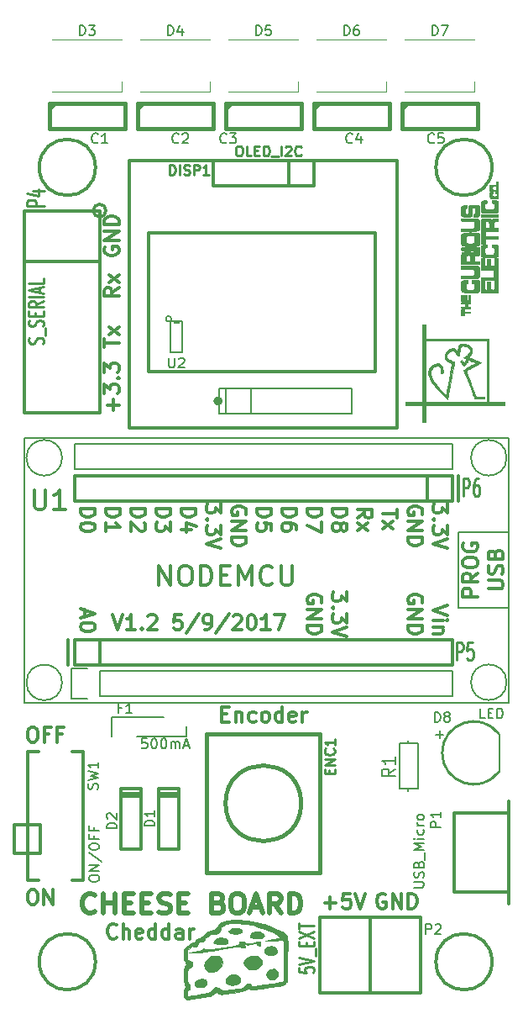
<source format=gbr>
G04 #@! TF.FileFunction,Legend,Top*
%FSLAX46Y46*%
G04 Gerber Fmt 4.6, Leading zero omitted, Abs format (unit mm)*
G04 Created by KiCad (PCBNEW 4.0.5) date 12/07/17 20:38:25*
%MOMM*%
%LPD*%
G01*
G04 APERTURE LIST*
%ADD10C,0.500000*%
%ADD11C,0.300000*%
%ADD12C,0.381000*%
%ADD13C,0.304800*%
%ADD14C,0.150000*%
%ADD15C,0.200000*%
%ADD16C,0.010000*%
%ADD17C,0.120000*%
%ADD18C,0.203200*%
%ADD19C,0.254000*%
%ADD20C,0.250000*%
%ADD21C,0.271780*%
G04 APERTURE END LIST*
D10*
D11*
X9977858Y7465286D02*
X9906429Y7393857D01*
X9692143Y7322429D01*
X9549286Y7322429D01*
X9335001Y7393857D01*
X9192143Y7536714D01*
X9120715Y7679571D01*
X9049286Y7965286D01*
X9049286Y8179571D01*
X9120715Y8465286D01*
X9192143Y8608143D01*
X9335001Y8751000D01*
X9549286Y8822429D01*
X9692143Y8822429D01*
X9906429Y8751000D01*
X9977858Y8679571D01*
X10620715Y7322429D02*
X10620715Y8822429D01*
X11263572Y7322429D02*
X11263572Y8108143D01*
X11192143Y8251000D01*
X11049286Y8322429D01*
X10835001Y8322429D01*
X10692143Y8251000D01*
X10620715Y8179571D01*
X12549286Y7393857D02*
X12406429Y7322429D01*
X12120715Y7322429D01*
X11977858Y7393857D01*
X11906429Y7536714D01*
X11906429Y8108143D01*
X11977858Y8251000D01*
X12120715Y8322429D01*
X12406429Y8322429D01*
X12549286Y8251000D01*
X12620715Y8108143D01*
X12620715Y7965286D01*
X11906429Y7822429D01*
X13906429Y7322429D02*
X13906429Y8822429D01*
X13906429Y7393857D02*
X13763572Y7322429D01*
X13477858Y7322429D01*
X13335000Y7393857D01*
X13263572Y7465286D01*
X13192143Y7608143D01*
X13192143Y8036714D01*
X13263572Y8179571D01*
X13335000Y8251000D01*
X13477858Y8322429D01*
X13763572Y8322429D01*
X13906429Y8251000D01*
X15263572Y7322429D02*
X15263572Y8822429D01*
X15263572Y7393857D02*
X15120715Y7322429D01*
X14835001Y7322429D01*
X14692143Y7393857D01*
X14620715Y7465286D01*
X14549286Y7608143D01*
X14549286Y8036714D01*
X14620715Y8179571D01*
X14692143Y8251000D01*
X14835001Y8322429D01*
X15120715Y8322429D01*
X15263572Y8251000D01*
X16620715Y7322429D02*
X16620715Y8108143D01*
X16549286Y8251000D01*
X16406429Y8322429D01*
X16120715Y8322429D01*
X15977858Y8251000D01*
X16620715Y7393857D02*
X16477858Y7322429D01*
X16120715Y7322429D01*
X15977858Y7393857D01*
X15906429Y7536714D01*
X15906429Y7679571D01*
X15977858Y7822429D01*
X16120715Y7893857D01*
X16477858Y7893857D01*
X16620715Y7965286D01*
X17335001Y7322429D02*
X17335001Y8322429D01*
X17335001Y8036714D02*
X17406429Y8179571D01*
X17477858Y8251000D01*
X17620715Y8322429D01*
X17763572Y8322429D01*
X43366429Y40905714D02*
X41866429Y40405714D01*
X43366429Y39905714D01*
X41866429Y39405714D02*
X42866429Y39405714D01*
X43366429Y39405714D02*
X43295000Y39477143D01*
X43223571Y39405714D01*
X43295000Y39334286D01*
X43366429Y39405714D01*
X43223571Y39405714D01*
X42866429Y38691428D02*
X41866429Y38691428D01*
X42723571Y38691428D02*
X42795000Y38620000D01*
X42866429Y38477142D01*
X42866429Y38262857D01*
X42795000Y38120000D01*
X42652143Y38048571D01*
X41866429Y38048571D01*
X40755000Y41147857D02*
X40826429Y41290714D01*
X40826429Y41505000D01*
X40755000Y41719285D01*
X40612143Y41862143D01*
X40469286Y41933571D01*
X40183571Y42005000D01*
X39969286Y42005000D01*
X39683571Y41933571D01*
X39540714Y41862143D01*
X39397857Y41719285D01*
X39326429Y41505000D01*
X39326429Y41362143D01*
X39397857Y41147857D01*
X39469286Y41076428D01*
X39969286Y41076428D01*
X39969286Y41362143D01*
X39326429Y40433571D02*
X40826429Y40433571D01*
X39326429Y39576428D01*
X40826429Y39576428D01*
X39326429Y38862142D02*
X40826429Y38862142D01*
X40826429Y38504999D01*
X40755000Y38290714D01*
X40612143Y38147856D01*
X40469286Y38076428D01*
X40183571Y38004999D01*
X39969286Y38004999D01*
X39683571Y38076428D01*
X39540714Y38147856D01*
X39397857Y38290714D01*
X39326429Y38504999D01*
X39326429Y38862142D01*
X33206429Y42219285D02*
X33206429Y41290714D01*
X32635000Y41790714D01*
X32635000Y41576428D01*
X32563571Y41433571D01*
X32492143Y41362142D01*
X32349286Y41290714D01*
X31992143Y41290714D01*
X31849286Y41362142D01*
X31777857Y41433571D01*
X31706429Y41576428D01*
X31706429Y42005000D01*
X31777857Y42147857D01*
X31849286Y42219285D01*
X31849286Y40647857D02*
X31777857Y40576429D01*
X31706429Y40647857D01*
X31777857Y40719286D01*
X31849286Y40647857D01*
X31706429Y40647857D01*
X33206429Y40076428D02*
X33206429Y39147857D01*
X32635000Y39647857D01*
X32635000Y39433571D01*
X32563571Y39290714D01*
X32492143Y39219285D01*
X32349286Y39147857D01*
X31992143Y39147857D01*
X31849286Y39219285D01*
X31777857Y39290714D01*
X31706429Y39433571D01*
X31706429Y39862143D01*
X31777857Y40005000D01*
X31849286Y40076428D01*
X33206429Y38719286D02*
X31706429Y38219286D01*
X33206429Y37719286D01*
X30595000Y41147857D02*
X30666429Y41290714D01*
X30666429Y41505000D01*
X30595000Y41719285D01*
X30452143Y41862143D01*
X30309286Y41933571D01*
X30023571Y42005000D01*
X29809286Y42005000D01*
X29523571Y41933571D01*
X29380714Y41862143D01*
X29237857Y41719285D01*
X29166429Y41505000D01*
X29166429Y41362143D01*
X29237857Y41147857D01*
X29309286Y41076428D01*
X29809286Y41076428D01*
X29809286Y41362143D01*
X29166429Y40433571D02*
X30666429Y40433571D01*
X29166429Y39576428D01*
X30666429Y39576428D01*
X29166429Y38862142D02*
X30666429Y38862142D01*
X30666429Y38504999D01*
X30595000Y38290714D01*
X30452143Y38147856D01*
X30309286Y38076428D01*
X30023571Y38004999D01*
X29809286Y38004999D01*
X29523571Y38076428D01*
X29380714Y38147856D01*
X29237857Y38290714D01*
X29166429Y38504999D01*
X29166429Y38862142D01*
X6735000Y40441428D02*
X6735000Y39727142D01*
X6306429Y40584285D02*
X7806429Y40084285D01*
X6306429Y39584285D01*
X7806429Y38798571D02*
X7806429Y38655714D01*
X7735000Y38512857D01*
X7663571Y38441428D01*
X7520714Y38369999D01*
X7235000Y38298571D01*
X6877857Y38298571D01*
X6592143Y38369999D01*
X6449286Y38441428D01*
X6377857Y38512857D01*
X6306429Y38655714D01*
X6306429Y38798571D01*
X6377857Y38941428D01*
X6449286Y39012857D01*
X6592143Y39084285D01*
X6877857Y39155714D01*
X7235000Y39155714D01*
X7520714Y39084285D01*
X7663571Y39012857D01*
X7735000Y38941428D01*
X7806429Y38798571D01*
X43366429Y51109285D02*
X43366429Y50180714D01*
X42795000Y50680714D01*
X42795000Y50466428D01*
X42723571Y50323571D01*
X42652143Y50252142D01*
X42509286Y50180714D01*
X42152143Y50180714D01*
X42009286Y50252142D01*
X41937857Y50323571D01*
X41866429Y50466428D01*
X41866429Y50895000D01*
X41937857Y51037857D01*
X42009286Y51109285D01*
X42009286Y49537857D02*
X41937857Y49466429D01*
X41866429Y49537857D01*
X41937857Y49609286D01*
X42009286Y49537857D01*
X41866429Y49537857D01*
X43366429Y48966428D02*
X43366429Y48037857D01*
X42795000Y48537857D01*
X42795000Y48323571D01*
X42723571Y48180714D01*
X42652143Y48109285D01*
X42509286Y48037857D01*
X42152143Y48037857D01*
X42009286Y48109285D01*
X41937857Y48180714D01*
X41866429Y48323571D01*
X41866429Y48752143D01*
X41937857Y48895000D01*
X42009286Y48966428D01*
X43366429Y47609286D02*
X41866429Y47109286D01*
X43366429Y46609286D01*
X6306429Y50637142D02*
X7806429Y50637142D01*
X7806429Y50279999D01*
X7735000Y50065714D01*
X7592143Y49922856D01*
X7449286Y49851428D01*
X7163571Y49779999D01*
X6949286Y49779999D01*
X6663571Y49851428D01*
X6520714Y49922856D01*
X6377857Y50065714D01*
X6306429Y50279999D01*
X6306429Y50637142D01*
X7806429Y48851428D02*
X7806429Y48708571D01*
X7735000Y48565714D01*
X7663571Y48494285D01*
X7520714Y48422856D01*
X7235000Y48351428D01*
X6877857Y48351428D01*
X6592143Y48422856D01*
X6449286Y48494285D01*
X6377857Y48565714D01*
X6306429Y48708571D01*
X6306429Y48851428D01*
X6377857Y48994285D01*
X6449286Y49065714D01*
X6592143Y49137142D01*
X6877857Y49208571D01*
X7235000Y49208571D01*
X7520714Y49137142D01*
X7663571Y49065714D01*
X7735000Y48994285D01*
X7806429Y48851428D01*
X8846429Y50637142D02*
X10346429Y50637142D01*
X10346429Y50279999D01*
X10275000Y50065714D01*
X10132143Y49922856D01*
X9989286Y49851428D01*
X9703571Y49779999D01*
X9489286Y49779999D01*
X9203571Y49851428D01*
X9060714Y49922856D01*
X8917857Y50065714D01*
X8846429Y50279999D01*
X8846429Y50637142D01*
X8846429Y48351428D02*
X8846429Y49208571D01*
X8846429Y48779999D02*
X10346429Y48779999D01*
X10132143Y48922856D01*
X9989286Y49065714D01*
X9917857Y49208571D01*
X11386429Y50637142D02*
X12886429Y50637142D01*
X12886429Y50279999D01*
X12815000Y50065714D01*
X12672143Y49922856D01*
X12529286Y49851428D01*
X12243571Y49779999D01*
X12029286Y49779999D01*
X11743571Y49851428D01*
X11600714Y49922856D01*
X11457857Y50065714D01*
X11386429Y50279999D01*
X11386429Y50637142D01*
X12743571Y49208571D02*
X12815000Y49137142D01*
X12886429Y48994285D01*
X12886429Y48637142D01*
X12815000Y48494285D01*
X12743571Y48422856D01*
X12600714Y48351428D01*
X12457857Y48351428D01*
X12243571Y48422856D01*
X11386429Y49279999D01*
X11386429Y48351428D01*
X13926429Y50637142D02*
X15426429Y50637142D01*
X15426429Y50279999D01*
X15355000Y50065714D01*
X15212143Y49922856D01*
X15069286Y49851428D01*
X14783571Y49779999D01*
X14569286Y49779999D01*
X14283571Y49851428D01*
X14140714Y49922856D01*
X13997857Y50065714D01*
X13926429Y50279999D01*
X13926429Y50637142D01*
X15426429Y49279999D02*
X15426429Y48351428D01*
X14855000Y48851428D01*
X14855000Y48637142D01*
X14783571Y48494285D01*
X14712143Y48422856D01*
X14569286Y48351428D01*
X14212143Y48351428D01*
X14069286Y48422856D01*
X13997857Y48494285D01*
X13926429Y48637142D01*
X13926429Y49065714D01*
X13997857Y49208571D01*
X14069286Y49279999D01*
X16466429Y50637142D02*
X17966429Y50637142D01*
X17966429Y50279999D01*
X17895000Y50065714D01*
X17752143Y49922856D01*
X17609286Y49851428D01*
X17323571Y49779999D01*
X17109286Y49779999D01*
X16823571Y49851428D01*
X16680714Y49922856D01*
X16537857Y50065714D01*
X16466429Y50279999D01*
X16466429Y50637142D01*
X17466429Y48494285D02*
X16466429Y48494285D01*
X18037857Y48851428D02*
X16966429Y49208571D01*
X16966429Y48279999D01*
X20506429Y51109285D02*
X20506429Y50180714D01*
X19935000Y50680714D01*
X19935000Y50466428D01*
X19863571Y50323571D01*
X19792143Y50252142D01*
X19649286Y50180714D01*
X19292143Y50180714D01*
X19149286Y50252142D01*
X19077857Y50323571D01*
X19006429Y50466428D01*
X19006429Y50895000D01*
X19077857Y51037857D01*
X19149286Y51109285D01*
X19149286Y49537857D02*
X19077857Y49466429D01*
X19006429Y49537857D01*
X19077857Y49609286D01*
X19149286Y49537857D01*
X19006429Y49537857D01*
X20506429Y48966428D02*
X20506429Y48037857D01*
X19935000Y48537857D01*
X19935000Y48323571D01*
X19863571Y48180714D01*
X19792143Y48109285D01*
X19649286Y48037857D01*
X19292143Y48037857D01*
X19149286Y48109285D01*
X19077857Y48180714D01*
X19006429Y48323571D01*
X19006429Y48752143D01*
X19077857Y48895000D01*
X19149286Y48966428D01*
X20506429Y47609286D02*
X19006429Y47109286D01*
X20506429Y46609286D01*
X22975000Y50037857D02*
X23046429Y50180714D01*
X23046429Y50395000D01*
X22975000Y50609285D01*
X22832143Y50752143D01*
X22689286Y50823571D01*
X22403571Y50895000D01*
X22189286Y50895000D01*
X21903571Y50823571D01*
X21760714Y50752143D01*
X21617857Y50609285D01*
X21546429Y50395000D01*
X21546429Y50252143D01*
X21617857Y50037857D01*
X21689286Y49966428D01*
X22189286Y49966428D01*
X22189286Y50252143D01*
X21546429Y49323571D02*
X23046429Y49323571D01*
X21546429Y48466428D01*
X23046429Y48466428D01*
X21546429Y47752142D02*
X23046429Y47752142D01*
X23046429Y47394999D01*
X22975000Y47180714D01*
X22832143Y47037856D01*
X22689286Y46966428D01*
X22403571Y46894999D01*
X22189286Y46894999D01*
X21903571Y46966428D01*
X21760714Y47037856D01*
X21617857Y47180714D01*
X21546429Y47394999D01*
X21546429Y47752142D01*
X24086429Y50637142D02*
X25586429Y50637142D01*
X25586429Y50279999D01*
X25515000Y50065714D01*
X25372143Y49922856D01*
X25229286Y49851428D01*
X24943571Y49779999D01*
X24729286Y49779999D01*
X24443571Y49851428D01*
X24300714Y49922856D01*
X24157857Y50065714D01*
X24086429Y50279999D01*
X24086429Y50637142D01*
X25586429Y48422856D02*
X25586429Y49137142D01*
X24872143Y49208571D01*
X24943571Y49137142D01*
X25015000Y48994285D01*
X25015000Y48637142D01*
X24943571Y48494285D01*
X24872143Y48422856D01*
X24729286Y48351428D01*
X24372143Y48351428D01*
X24229286Y48422856D01*
X24157857Y48494285D01*
X24086429Y48637142D01*
X24086429Y48994285D01*
X24157857Y49137142D01*
X24229286Y49208571D01*
X26626429Y50637142D02*
X28126429Y50637142D01*
X28126429Y50279999D01*
X28055000Y50065714D01*
X27912143Y49922856D01*
X27769286Y49851428D01*
X27483571Y49779999D01*
X27269286Y49779999D01*
X26983571Y49851428D01*
X26840714Y49922856D01*
X26697857Y50065714D01*
X26626429Y50279999D01*
X26626429Y50637142D01*
X28126429Y48494285D02*
X28126429Y48779999D01*
X28055000Y48922856D01*
X27983571Y48994285D01*
X27769286Y49137142D01*
X27483571Y49208571D01*
X26912143Y49208571D01*
X26769286Y49137142D01*
X26697857Y49065714D01*
X26626429Y48922856D01*
X26626429Y48637142D01*
X26697857Y48494285D01*
X26769286Y48422856D01*
X26912143Y48351428D01*
X27269286Y48351428D01*
X27412143Y48422856D01*
X27483571Y48494285D01*
X27555000Y48637142D01*
X27555000Y48922856D01*
X27483571Y49065714D01*
X27412143Y49137142D01*
X27269286Y49208571D01*
X29166429Y50637142D02*
X30666429Y50637142D01*
X30666429Y50279999D01*
X30595000Y50065714D01*
X30452143Y49922856D01*
X30309286Y49851428D01*
X30023571Y49779999D01*
X29809286Y49779999D01*
X29523571Y49851428D01*
X29380714Y49922856D01*
X29237857Y50065714D01*
X29166429Y50279999D01*
X29166429Y50637142D01*
X30666429Y49279999D02*
X30666429Y48279999D01*
X29166429Y48922856D01*
X31706429Y50637142D02*
X33206429Y50637142D01*
X33206429Y50279999D01*
X33135000Y50065714D01*
X32992143Y49922856D01*
X32849286Y49851428D01*
X32563571Y49779999D01*
X32349286Y49779999D01*
X32063571Y49851428D01*
X31920714Y49922856D01*
X31777857Y50065714D01*
X31706429Y50279999D01*
X31706429Y50637142D01*
X32563571Y48922856D02*
X32635000Y49065714D01*
X32706429Y49137142D01*
X32849286Y49208571D01*
X32920714Y49208571D01*
X33063571Y49137142D01*
X33135000Y49065714D01*
X33206429Y48922856D01*
X33206429Y48637142D01*
X33135000Y48494285D01*
X33063571Y48422856D01*
X32920714Y48351428D01*
X32849286Y48351428D01*
X32706429Y48422856D01*
X32635000Y48494285D01*
X32563571Y48637142D01*
X32563571Y48922856D01*
X32492143Y49065714D01*
X32420714Y49137142D01*
X32277857Y49208571D01*
X31992143Y49208571D01*
X31849286Y49137142D01*
X31777857Y49065714D01*
X31706429Y48922856D01*
X31706429Y48637142D01*
X31777857Y48494285D01*
X31849286Y48422856D01*
X31992143Y48351428D01*
X32277857Y48351428D01*
X32420714Y48422856D01*
X32492143Y48494285D01*
X32563571Y48637142D01*
X34246429Y49672857D02*
X34960714Y50172857D01*
X34246429Y50530000D02*
X35746429Y50530000D01*
X35746429Y49958572D01*
X35675000Y49815714D01*
X35603571Y49744286D01*
X35460714Y49672857D01*
X35246429Y49672857D01*
X35103571Y49744286D01*
X35032143Y49815714D01*
X34960714Y49958572D01*
X34960714Y50530000D01*
X34246429Y49172857D02*
X35246429Y48387143D01*
X35246429Y49172857D02*
X34246429Y48387143D01*
X38286429Y50565714D02*
X38286429Y49708571D01*
X36786429Y50137142D02*
X38286429Y50137142D01*
X36786429Y49351428D02*
X37786429Y48565714D01*
X37786429Y49351428D02*
X36786429Y48565714D01*
X40755000Y50037857D02*
X40826429Y50180714D01*
X40826429Y50395000D01*
X40755000Y50609285D01*
X40612143Y50752143D01*
X40469286Y50823571D01*
X40183571Y50895000D01*
X39969286Y50895000D01*
X39683571Y50823571D01*
X39540714Y50752143D01*
X39397857Y50609285D01*
X39326429Y50395000D01*
X39326429Y50252143D01*
X39397857Y50037857D01*
X39469286Y49966428D01*
X39969286Y49966428D01*
X39969286Y50252143D01*
X39326429Y49323571D02*
X40826429Y49323571D01*
X39326429Y48466428D01*
X40826429Y48466428D01*
X39326429Y47752142D02*
X40826429Y47752142D01*
X40826429Y47394999D01*
X40755000Y47180714D01*
X40612143Y47037856D01*
X40469286Y46966428D01*
X40183571Y46894999D01*
X39969286Y46894999D01*
X39683571Y46966428D01*
X39540714Y47037856D01*
X39397857Y47180714D01*
X39326429Y47394999D01*
X39326429Y47752142D01*
X46393571Y41771429D02*
X44893571Y41771429D01*
X44893571Y42342857D01*
X44965000Y42485715D01*
X45036429Y42557143D01*
X45179286Y42628572D01*
X45393571Y42628572D01*
X45536429Y42557143D01*
X45607857Y42485715D01*
X45679286Y42342857D01*
X45679286Y41771429D01*
X46393571Y44128572D02*
X45679286Y43628572D01*
X46393571Y43271429D02*
X44893571Y43271429D01*
X44893571Y43842857D01*
X44965000Y43985715D01*
X45036429Y44057143D01*
X45179286Y44128572D01*
X45393571Y44128572D01*
X45536429Y44057143D01*
X45607857Y43985715D01*
X45679286Y43842857D01*
X45679286Y43271429D01*
X44893571Y45057143D02*
X44893571Y45342857D01*
X44965000Y45485715D01*
X45107857Y45628572D01*
X45393571Y45700000D01*
X45893571Y45700000D01*
X46179286Y45628572D01*
X46322143Y45485715D01*
X46393571Y45342857D01*
X46393571Y45057143D01*
X46322143Y44914286D01*
X46179286Y44771429D01*
X45893571Y44700000D01*
X45393571Y44700000D01*
X45107857Y44771429D01*
X44965000Y44914286D01*
X44893571Y45057143D01*
X44965000Y47128572D02*
X44893571Y46985715D01*
X44893571Y46771429D01*
X44965000Y46557144D01*
X45107857Y46414286D01*
X45250714Y46342858D01*
X45536429Y46271429D01*
X45750714Y46271429D01*
X46036429Y46342858D01*
X46179286Y46414286D01*
X46322143Y46557144D01*
X46393571Y46771429D01*
X46393571Y46914286D01*
X46322143Y47128572D01*
X46250714Y47200001D01*
X45750714Y47200001D01*
X45750714Y46914286D01*
X47443571Y42557143D02*
X48657857Y42557143D01*
X48800714Y42628571D01*
X48872143Y42700000D01*
X48943571Y42842857D01*
X48943571Y43128571D01*
X48872143Y43271429D01*
X48800714Y43342857D01*
X48657857Y43414286D01*
X47443571Y43414286D01*
X48872143Y44057143D02*
X48943571Y44271429D01*
X48943571Y44628572D01*
X48872143Y44771429D01*
X48800714Y44842858D01*
X48657857Y44914286D01*
X48515000Y44914286D01*
X48372143Y44842858D01*
X48300714Y44771429D01*
X48229286Y44628572D01*
X48157857Y44342858D01*
X48086429Y44200000D01*
X48015000Y44128572D01*
X47872143Y44057143D01*
X47729286Y44057143D01*
X47586429Y44128572D01*
X47515000Y44200000D01*
X47443571Y44342858D01*
X47443571Y44700000D01*
X47515000Y44914286D01*
X48157857Y46057143D02*
X48229286Y46271429D01*
X48300714Y46342857D01*
X48443571Y46414286D01*
X48657857Y46414286D01*
X48800714Y46342857D01*
X48872143Y46271429D01*
X48943571Y46128571D01*
X48943571Y45557143D01*
X47443571Y45557143D01*
X47443571Y46057143D01*
X47515000Y46200000D01*
X47586429Y46271429D01*
X47729286Y46342857D01*
X47872143Y46342857D01*
X48015000Y46271429D01*
X48086429Y46200000D01*
X48157857Y46057143D01*
X48157857Y45557143D01*
X8775000Y76962143D02*
X8703571Y76819286D01*
X8703571Y76605000D01*
X8775000Y76390715D01*
X8917857Y76247857D01*
X9060714Y76176429D01*
X9346429Y76105000D01*
X9560714Y76105000D01*
X9846429Y76176429D01*
X9989286Y76247857D01*
X10132143Y76390715D01*
X10203571Y76605000D01*
X10203571Y76747857D01*
X10132143Y76962143D01*
X10060714Y77033572D01*
X9560714Y77033572D01*
X9560714Y76747857D01*
X10203571Y77676429D02*
X8703571Y77676429D01*
X10203571Y78533572D01*
X8703571Y78533572D01*
X10203571Y79247858D02*
X8703571Y79247858D01*
X8703571Y79605001D01*
X8775000Y79819286D01*
X8917857Y79962144D01*
X9060714Y80033572D01*
X9346429Y80105001D01*
X9560714Y80105001D01*
X9846429Y80033572D01*
X9989286Y79962144D01*
X10132143Y79819286D01*
X10203571Y79605001D01*
X10203571Y79247858D01*
X10203571Y72882143D02*
X9489286Y72382143D01*
X10203571Y72025000D02*
X8703571Y72025000D01*
X8703571Y72596428D01*
X8775000Y72739286D01*
X8846429Y72810714D01*
X8989286Y72882143D01*
X9203571Y72882143D01*
X9346429Y72810714D01*
X9417857Y72739286D01*
X9489286Y72596428D01*
X9489286Y72025000D01*
X10203571Y73382143D02*
X9203571Y74167857D01*
X9203571Y73382143D02*
X10203571Y74167857D01*
X8703571Y66909286D02*
X8703571Y67766429D01*
X10203571Y67337858D02*
X8703571Y67337858D01*
X10203571Y68123572D02*
X9203571Y68909286D01*
X9203571Y68123572D02*
X10203571Y68909286D01*
X9632143Y60507858D02*
X9632143Y61650715D01*
X10203571Y61079286D02*
X9060714Y61079286D01*
X8703571Y62222144D02*
X8703571Y63150715D01*
X9275000Y62650715D01*
X9275000Y62865001D01*
X9346429Y63007858D01*
X9417857Y63079287D01*
X9560714Y63150715D01*
X9917857Y63150715D01*
X10060714Y63079287D01*
X10132143Y63007858D01*
X10203571Y62865001D01*
X10203571Y62436429D01*
X10132143Y62293572D01*
X10060714Y62222144D01*
X10060714Y63793572D02*
X10132143Y63865000D01*
X10203571Y63793572D01*
X10132143Y63722143D01*
X10060714Y63793572D01*
X10203571Y63793572D01*
X8703571Y64365001D02*
X8703571Y65293572D01*
X9275000Y64793572D01*
X9275000Y65007858D01*
X9346429Y65150715D01*
X9417857Y65222144D01*
X9560714Y65293572D01*
X9917857Y65293572D01*
X10060714Y65222144D01*
X10132143Y65150715D01*
X10203571Y65007858D01*
X10203571Y64579286D01*
X10132143Y64436429D01*
X10060714Y64365001D01*
X1365429Y28634429D02*
X1651143Y28634429D01*
X1794001Y28563000D01*
X1936858Y28420143D01*
X2008286Y28134429D01*
X2008286Y27634429D01*
X1936858Y27348714D01*
X1794001Y27205857D01*
X1651143Y27134429D01*
X1365429Y27134429D01*
X1222572Y27205857D01*
X1079715Y27348714D01*
X1008286Y27634429D01*
X1008286Y28134429D01*
X1079715Y28420143D01*
X1222572Y28563000D01*
X1365429Y28634429D01*
X3151144Y27920143D02*
X2651144Y27920143D01*
X2651144Y27134429D02*
X2651144Y28634429D01*
X3365430Y28634429D01*
X4436858Y27920143D02*
X3936858Y27920143D01*
X3936858Y27134429D02*
X3936858Y28634429D01*
X4651144Y28634429D01*
X1357428Y12251429D02*
X1643142Y12251429D01*
X1786000Y12180000D01*
X1928857Y12037143D01*
X2000285Y11751429D01*
X2000285Y11251429D01*
X1928857Y10965714D01*
X1786000Y10822857D01*
X1643142Y10751429D01*
X1357428Y10751429D01*
X1214571Y10822857D01*
X1071714Y10965714D01*
X1000285Y11251429D01*
X1000285Y11751429D01*
X1071714Y12037143D01*
X1214571Y12180000D01*
X1357428Y12251429D01*
X2643143Y10751429D02*
X2643143Y12251429D01*
X3500286Y10751429D01*
X3500286Y12251429D01*
X9573716Y39937429D02*
X10073716Y38437429D01*
X10573716Y39937429D01*
X11859430Y38437429D02*
X11002287Y38437429D01*
X11430859Y38437429D02*
X11430859Y39937429D01*
X11288002Y39723143D01*
X11145144Y39580286D01*
X11002287Y39508857D01*
X12502287Y38580286D02*
X12573715Y38508857D01*
X12502287Y38437429D01*
X12430858Y38508857D01*
X12502287Y38580286D01*
X12502287Y38437429D01*
X13145144Y39794571D02*
X13216573Y39866000D01*
X13359430Y39937429D01*
X13716573Y39937429D01*
X13859430Y39866000D01*
X13930859Y39794571D01*
X14002287Y39651714D01*
X14002287Y39508857D01*
X13930859Y39294571D01*
X13073716Y38437429D01*
X14002287Y38437429D01*
X16502287Y39937429D02*
X15788001Y39937429D01*
X15716572Y39223143D01*
X15788001Y39294571D01*
X15930858Y39366000D01*
X16288001Y39366000D01*
X16430858Y39294571D01*
X16502287Y39223143D01*
X16573715Y39080286D01*
X16573715Y38723143D01*
X16502287Y38580286D01*
X16430858Y38508857D01*
X16288001Y38437429D01*
X15930858Y38437429D01*
X15788001Y38508857D01*
X15716572Y38580286D01*
X18288000Y40008857D02*
X17002286Y38080286D01*
X18859429Y38437429D02*
X19145144Y38437429D01*
X19288001Y38508857D01*
X19359429Y38580286D01*
X19502287Y38794571D01*
X19573715Y39080286D01*
X19573715Y39651714D01*
X19502287Y39794571D01*
X19430858Y39866000D01*
X19288001Y39937429D01*
X19002287Y39937429D01*
X18859429Y39866000D01*
X18788001Y39794571D01*
X18716572Y39651714D01*
X18716572Y39294571D01*
X18788001Y39151714D01*
X18859429Y39080286D01*
X19002287Y39008857D01*
X19288001Y39008857D01*
X19430858Y39080286D01*
X19502287Y39151714D01*
X19573715Y39294571D01*
X21288000Y40008857D02*
X20002286Y38080286D01*
X21716572Y39794571D02*
X21788001Y39866000D01*
X21930858Y39937429D01*
X22288001Y39937429D01*
X22430858Y39866000D01*
X22502287Y39794571D01*
X22573715Y39651714D01*
X22573715Y39508857D01*
X22502287Y39294571D01*
X21645144Y38437429D01*
X22573715Y38437429D01*
X23502286Y39937429D02*
X23645143Y39937429D01*
X23788000Y39866000D01*
X23859429Y39794571D01*
X23930858Y39651714D01*
X24002286Y39366000D01*
X24002286Y39008857D01*
X23930858Y38723143D01*
X23859429Y38580286D01*
X23788000Y38508857D01*
X23645143Y38437429D01*
X23502286Y38437429D01*
X23359429Y38508857D01*
X23288000Y38580286D01*
X23216572Y38723143D01*
X23145143Y39008857D01*
X23145143Y39366000D01*
X23216572Y39651714D01*
X23288000Y39794571D01*
X23359429Y39866000D01*
X23502286Y39937429D01*
X25430857Y38437429D02*
X24573714Y38437429D01*
X25002286Y38437429D02*
X25002286Y39937429D01*
X24859429Y39723143D01*
X24716571Y39580286D01*
X24573714Y39508857D01*
X25930857Y39937429D02*
X26930857Y39937429D01*
X26288000Y38437429D01*
D10*
X7764095Y10080714D02*
X7668857Y9985476D01*
X7383142Y9890238D01*
X7192666Y9890238D01*
X6906952Y9985476D01*
X6716476Y10175952D01*
X6621237Y10366429D01*
X6525999Y10747381D01*
X6525999Y11033095D01*
X6621237Y11414048D01*
X6716476Y11604524D01*
X6906952Y11795000D01*
X7192666Y11890238D01*
X7383142Y11890238D01*
X7668857Y11795000D01*
X7764095Y11699762D01*
X8621237Y9890238D02*
X8621237Y11890238D01*
X8621237Y10937857D02*
X9764095Y10937857D01*
X9764095Y9890238D02*
X9764095Y11890238D01*
X10716475Y10937857D02*
X11383142Y10937857D01*
X11668856Y9890238D02*
X10716475Y9890238D01*
X10716475Y11890238D01*
X11668856Y11890238D01*
X12525999Y10937857D02*
X13192666Y10937857D01*
X13478380Y9890238D02*
X12525999Y9890238D01*
X12525999Y11890238D01*
X13478380Y11890238D01*
X14240285Y9985476D02*
X14526000Y9890238D01*
X15002190Y9890238D01*
X15192666Y9985476D01*
X15287904Y10080714D01*
X15383143Y10271190D01*
X15383143Y10461667D01*
X15287904Y10652143D01*
X15192666Y10747381D01*
X15002190Y10842619D01*
X14621238Y10937857D01*
X14430762Y11033095D01*
X14335523Y11128333D01*
X14240285Y11318810D01*
X14240285Y11509286D01*
X14335523Y11699762D01*
X14430762Y11795000D01*
X14621238Y11890238D01*
X15097428Y11890238D01*
X15383143Y11795000D01*
X16240285Y10937857D02*
X16906952Y10937857D01*
X17192666Y9890238D02*
X16240285Y9890238D01*
X16240285Y11890238D01*
X17192666Y11890238D01*
X20240286Y10937857D02*
X20526000Y10842619D01*
X20621239Y10747381D01*
X20716477Y10556905D01*
X20716477Y10271190D01*
X20621239Y10080714D01*
X20526000Y9985476D01*
X20335524Y9890238D01*
X19573619Y9890238D01*
X19573619Y11890238D01*
X20240286Y11890238D01*
X20430762Y11795000D01*
X20526000Y11699762D01*
X20621239Y11509286D01*
X20621239Y11318810D01*
X20526000Y11128333D01*
X20430762Y11033095D01*
X20240286Y10937857D01*
X19573619Y10937857D01*
X21954572Y11890238D02*
X22335524Y11890238D01*
X22526000Y11795000D01*
X22716477Y11604524D01*
X22811715Y11223571D01*
X22811715Y10556905D01*
X22716477Y10175952D01*
X22526000Y9985476D01*
X22335524Y9890238D01*
X21954572Y9890238D01*
X21764096Y9985476D01*
X21573619Y10175952D01*
X21478381Y10556905D01*
X21478381Y11223571D01*
X21573619Y11604524D01*
X21764096Y11795000D01*
X21954572Y11890238D01*
X23573619Y10461667D02*
X24526000Y10461667D01*
X23383143Y9890238D02*
X24049810Y11890238D01*
X24716477Y9890238D01*
X26526001Y9890238D02*
X25859334Y10842619D01*
X25383143Y9890238D02*
X25383143Y11890238D01*
X26145048Y11890238D01*
X26335524Y11795000D01*
X26430763Y11699762D01*
X26526001Y11509286D01*
X26526001Y11223571D01*
X26430763Y11033095D01*
X26335524Y10937857D01*
X26145048Y10842619D01*
X25383143Y10842619D01*
X27383143Y9890238D02*
X27383143Y11890238D01*
X27859334Y11890238D01*
X28145048Y11795000D01*
X28335524Y11604524D01*
X28430763Y11414048D01*
X28526001Y11033095D01*
X28526001Y10747381D01*
X28430763Y10366429D01*
X28335524Y10175952D01*
X28145048Y9985476D01*
X27859334Y9890238D01*
X27383143Y9890238D01*
D12*
X19050000Y27940000D02*
X30480000Y27940000D01*
X30480000Y27940000D02*
X30480000Y13970000D01*
X30480000Y13970000D02*
X19050000Y13970000D01*
X19050000Y13970000D02*
X19050000Y27940000D01*
X28575000Y20955000D02*
G75*
G03X28575000Y20955000I-3810000J0D01*
G01*
D11*
X13155000Y78395000D02*
X36015000Y78395000D01*
X36015000Y78395000D02*
X36015000Y64425000D01*
X36015000Y64425000D02*
X13155000Y64425000D01*
X13155000Y64425000D02*
X13155000Y78395000D01*
X11265000Y85725000D02*
X38265000Y85725000D01*
X38265000Y85725000D02*
X38265000Y58725000D01*
X38265000Y58725000D02*
X11265000Y58725000D01*
X11265000Y58725000D02*
X11265000Y85725000D01*
D13*
X19685000Y85725000D02*
X19685000Y85725000D01*
X19685000Y83185000D02*
X19685000Y85725000D01*
X19685000Y85725000D02*
X19685000Y85725000D01*
X19685000Y85725000D02*
X29845000Y85725000D01*
X29845000Y85725000D02*
X29845000Y83185000D01*
X29845000Y83185000D02*
X19685000Y83185000D01*
X27305000Y83185000D02*
X27305000Y85725000D01*
D14*
X16975000Y27710000D02*
X16975000Y28710000D01*
X9475000Y27710000D02*
X9475000Y29610000D01*
X9475000Y29610000D02*
X14675000Y29610000D01*
X16975000Y27710000D02*
X11975000Y27710000D01*
D15*
X39370000Y27051000D02*
X39370000Y27305000D01*
X39370000Y22479000D02*
X39370000Y22225000D01*
X40386000Y27051000D02*
X38481000Y27051000D01*
X38481000Y27051000D02*
X38481000Y22479000D01*
X38481000Y22479000D02*
X40386000Y22479000D01*
X40386000Y22479000D02*
X40386000Y27051000D01*
D14*
X4463051Y33128949D02*
G75*
G03X4463051Y33128949I-1796051J0D01*
G01*
X44450000Y48260000D02*
X49530000Y48260000D01*
X44450000Y40640000D02*
X44450000Y48260000D01*
X49530000Y40640000D02*
X44450000Y40640000D01*
X49530000Y31115000D02*
X635000Y31115000D01*
X49530000Y57785000D02*
X49530000Y31115000D01*
X635000Y57785000D02*
X49530000Y57785000D01*
X635000Y31115000D02*
X635000Y57785000D01*
X8255000Y31750000D02*
X43815000Y31750000D01*
X43815000Y31750000D02*
X43815000Y34290000D01*
X43815000Y34290000D02*
X8255000Y34290000D01*
X5435000Y34570000D02*
X6985000Y34570000D01*
X8255000Y34290000D02*
X8255000Y31750000D01*
X6985000Y31470000D02*
X5435000Y31470000D01*
X5435000Y31470000D02*
X5435000Y34570000D01*
X43815000Y54610000D02*
X43815000Y57150000D01*
X5715000Y54610000D02*
X43815000Y54610000D01*
X5715000Y57150000D02*
X5715000Y54610000D01*
X43815000Y57150000D02*
X5715000Y57150000D01*
X4463051Y55753000D02*
G75*
G03X4463051Y55753000I-1796051J0D01*
G01*
X49294051Y55753000D02*
G75*
G03X49294051Y55753000I-1796051J0D01*
G01*
X49294051Y33147000D02*
G75*
G03X49294051Y33147000I-1796051J0D01*
G01*
D13*
X15240000Y22479000D02*
X14224000Y22479000D01*
X14224000Y22479000D02*
X14224000Y16383000D01*
X14224000Y16383000D02*
X15240000Y16383000D01*
X15240000Y16383000D02*
X16256000Y16383000D01*
X16256000Y16383000D02*
X16256000Y22479000D01*
X16256000Y22479000D02*
X15240000Y22479000D01*
X14224000Y21971000D02*
X16256000Y21971000D01*
X16256000Y21717000D02*
X14224000Y21717000D01*
D11*
X2210000Y15885000D02*
X-390000Y15885000D01*
X-390000Y15885000D02*
X-390000Y18785000D01*
X-390000Y18785000D02*
X2310000Y18785000D01*
X2310000Y18785000D02*
X2310000Y15885000D01*
X2310000Y15885000D02*
X1910000Y15885000D01*
X1010000Y26185000D02*
X2110000Y26185000D01*
X6610000Y26185000D02*
X5510000Y26185000D01*
X1010000Y13185000D02*
X2110000Y13185000D01*
X6610000Y13185000D02*
X5510000Y13185000D01*
X1010000Y13185000D02*
X1010000Y26185000D01*
X6610000Y26185000D02*
X6610000Y13185000D01*
D12*
X3175000Y91440000D02*
X3175000Y88900000D01*
X3175000Y88900000D02*
X10795000Y88900000D01*
X10795000Y88900000D02*
X10795000Y91440000D01*
X10795000Y91440000D02*
X3175000Y91440000D01*
D13*
X3175000Y90805000D02*
X3810000Y91440000D01*
D12*
X12065000Y91440000D02*
X12065000Y88900000D01*
X12065000Y88900000D02*
X19685000Y88900000D01*
X19685000Y88900000D02*
X19685000Y91440000D01*
X19685000Y91440000D02*
X12065000Y91440000D01*
D13*
X12065000Y90805000D02*
X12700000Y91440000D01*
D12*
X20955000Y91440000D02*
X20955000Y88900000D01*
X20955000Y88900000D02*
X28575000Y88900000D01*
X28575000Y88900000D02*
X28575000Y91440000D01*
X28575000Y91440000D02*
X20955000Y91440000D01*
D13*
X20955000Y90805000D02*
X21590000Y91440000D01*
D12*
X29845000Y91440000D02*
X29845000Y88900000D01*
X29845000Y88900000D02*
X37465000Y88900000D01*
X37465000Y88900000D02*
X37465000Y91440000D01*
X37465000Y91440000D02*
X29845000Y91440000D01*
D13*
X29845000Y90805000D02*
X30480000Y91440000D01*
D12*
X38735000Y91440000D02*
X38735000Y88900000D01*
X38735000Y88900000D02*
X46355000Y88900000D01*
X46355000Y88900000D02*
X46355000Y91440000D01*
X46355000Y91440000D02*
X38735000Y91440000D01*
D13*
X38735000Y90805000D02*
X39370000Y91440000D01*
X11430000Y22479000D02*
X10414000Y22479000D01*
X10414000Y22479000D02*
X10414000Y16383000D01*
X10414000Y16383000D02*
X11430000Y16383000D01*
X11430000Y16383000D02*
X12446000Y16383000D01*
X12446000Y16383000D02*
X12446000Y22479000D01*
X12446000Y22479000D02*
X11430000Y22479000D01*
X10414000Y21971000D02*
X12446000Y21971000D01*
X12446000Y21717000D02*
X10414000Y21717000D01*
D11*
X49530000Y19899000D02*
X49530000Y21199000D01*
X49530000Y12099000D02*
X49530000Y10799000D01*
X49530000Y12049000D02*
X44030000Y12049000D01*
X44030000Y12049000D02*
X44030000Y19949000D01*
X44030000Y19949000D02*
X49530000Y19949000D01*
X49530000Y19949000D02*
X49530000Y12049000D01*
X8890000Y80645000D02*
G75*
G03X8890000Y80645000I-635000J0D01*
G01*
X8255000Y80645000D02*
X8255000Y60325000D01*
X8255000Y60325000D02*
X635000Y60325000D01*
X635000Y60325000D02*
X635000Y80645000D01*
X635000Y80645000D02*
X8255000Y80645000D01*
X635000Y75565000D02*
X8255000Y75565000D01*
X5080000Y37465000D02*
X5080000Y34925000D01*
X8255000Y34925000D02*
X8255000Y37465000D01*
X5715000Y37465000D02*
X43815000Y37465000D01*
X43815000Y37465000D02*
X43815000Y34925000D01*
X43815000Y34925000D02*
X5715000Y34925000D01*
X5715000Y34925000D02*
X5715000Y37465000D01*
X44450000Y51435000D02*
X44450000Y53975000D01*
X41275000Y53975000D02*
X41275000Y51435000D01*
X43815000Y51435000D02*
X5715000Y51435000D01*
X5715000Y51435000D02*
X5715000Y53975000D01*
X5715000Y53975000D02*
X43815000Y53975000D01*
X43815000Y53975000D02*
X43815000Y51435000D01*
X7828427Y85000000D02*
G75*
G03X7828427Y85000000I-2828427J0D01*
G01*
X7828427Y5000000D02*
G75*
G03X7828427Y5000000I-2828427J0D01*
G01*
X47828427Y5000000D02*
G75*
G03X47828427Y5000000I-2828427J0D01*
G01*
X47828427Y85000000D02*
G75*
G03X47828427Y85000000I-2828427J0D01*
G01*
D16*
G36*
X44720000Y70120000D02*
X44720000Y70210000D01*
X44810000Y70210000D01*
X44810000Y70120000D01*
X44720000Y70120000D01*
X44720000Y70120000D01*
G37*
X44720000Y70120000D02*
X44720000Y70210000D01*
X44810000Y70210000D01*
X44810000Y70120000D01*
X44720000Y70120000D01*
G36*
X44720000Y70210000D02*
X44720000Y70300000D01*
X44810000Y70300000D01*
X44810000Y70210000D01*
X44720000Y70210000D01*
X44720000Y70210000D01*
G37*
X44720000Y70210000D02*
X44720000Y70300000D01*
X44810000Y70300000D01*
X44810000Y70210000D01*
X44720000Y70210000D01*
G36*
X44720000Y70300000D02*
X44720000Y70390000D01*
X44810000Y70390000D01*
X44810000Y70300000D01*
X44720000Y70300000D01*
X44720000Y70300000D01*
G37*
X44720000Y70300000D02*
X44720000Y70390000D01*
X44810000Y70390000D01*
X44810000Y70300000D01*
X44720000Y70300000D01*
G36*
X44720000Y70390000D02*
X44720000Y70480000D01*
X44810000Y70480000D01*
X44810000Y70390000D01*
X44720000Y70390000D01*
X44720000Y70390000D01*
G37*
X44720000Y70390000D02*
X44720000Y70480000D01*
X44810000Y70480000D01*
X44810000Y70390000D01*
X44720000Y70390000D01*
G36*
X44720000Y70480000D02*
X44720000Y70570000D01*
X44810000Y70570000D01*
X44810000Y70480000D01*
X44720000Y70480000D01*
X44720000Y70480000D01*
G37*
X44720000Y70480000D02*
X44720000Y70570000D01*
X44810000Y70570000D01*
X44810000Y70480000D01*
X44720000Y70480000D01*
G36*
X44720000Y70570000D02*
X44720000Y70660000D01*
X44810000Y70660000D01*
X44810000Y70570000D01*
X44720000Y70570000D01*
X44720000Y70570000D01*
G37*
X44720000Y70570000D02*
X44720000Y70660000D01*
X44810000Y70660000D01*
X44810000Y70570000D01*
X44720000Y70570000D01*
G36*
X44720000Y70840000D02*
X44720000Y70930000D01*
X44810000Y70930000D01*
X44810000Y70840000D01*
X44720000Y70840000D01*
X44720000Y70840000D01*
G37*
X44720000Y70840000D02*
X44720000Y70930000D01*
X44810000Y70930000D01*
X44810000Y70840000D01*
X44720000Y70840000D01*
G36*
X44720000Y71290000D02*
X44720000Y71380000D01*
X44810000Y71380000D01*
X44810000Y71290000D01*
X44720000Y71290000D01*
X44720000Y71290000D01*
G37*
X44720000Y71290000D02*
X44720000Y71380000D01*
X44810000Y71380000D01*
X44810000Y71290000D01*
X44720000Y71290000D01*
G36*
X44720000Y71560000D02*
X44720000Y71650000D01*
X44810000Y71650000D01*
X44810000Y71560000D01*
X44720000Y71560000D01*
X44720000Y71560000D01*
G37*
X44720000Y71560000D02*
X44720000Y71650000D01*
X44810000Y71650000D01*
X44810000Y71560000D01*
X44720000Y71560000D01*
G36*
X44720000Y71650000D02*
X44720000Y71740000D01*
X44810000Y71740000D01*
X44810000Y71650000D01*
X44720000Y71650000D01*
X44720000Y71650000D01*
G37*
X44720000Y71650000D02*
X44720000Y71740000D01*
X44810000Y71740000D01*
X44810000Y71650000D01*
X44720000Y71650000D01*
G36*
X44720000Y71740000D02*
X44720000Y71830000D01*
X44810000Y71830000D01*
X44810000Y71740000D01*
X44720000Y71740000D01*
X44720000Y71740000D01*
G37*
X44720000Y71740000D02*
X44720000Y71830000D01*
X44810000Y71830000D01*
X44810000Y71740000D01*
X44720000Y71740000D01*
G36*
X44720000Y71830000D02*
X44720000Y71920000D01*
X44810000Y71920000D01*
X44810000Y71830000D01*
X44720000Y71830000D01*
X44720000Y71830000D01*
G37*
X44720000Y71830000D02*
X44720000Y71920000D01*
X44810000Y71920000D01*
X44810000Y71830000D01*
X44720000Y71830000D01*
G36*
X44720000Y71920000D02*
X44720000Y72010000D01*
X44810000Y72010000D01*
X44810000Y71920000D01*
X44720000Y71920000D01*
X44720000Y71920000D01*
G37*
X44720000Y71920000D02*
X44720000Y72010000D01*
X44810000Y72010000D01*
X44810000Y71920000D01*
X44720000Y71920000D01*
G36*
X44720000Y72010000D02*
X44720000Y72100000D01*
X44810000Y72100000D01*
X44810000Y72010000D01*
X44720000Y72010000D01*
X44720000Y72010000D01*
G37*
X44720000Y72010000D02*
X44720000Y72100000D01*
X44810000Y72100000D01*
X44810000Y72010000D01*
X44720000Y72010000D01*
G36*
X44720000Y72640000D02*
X44720000Y72730000D01*
X44810000Y72730000D01*
X44810000Y72640000D01*
X44720000Y72640000D01*
X44720000Y72640000D01*
G37*
X44720000Y72640000D02*
X44720000Y72730000D01*
X44810000Y72730000D01*
X44810000Y72640000D01*
X44720000Y72640000D01*
G36*
X44720000Y72730000D02*
X44720000Y72820000D01*
X44810000Y72820000D01*
X44810000Y72730000D01*
X44720000Y72730000D01*
X44720000Y72730000D01*
G37*
X44720000Y72730000D02*
X44720000Y72820000D01*
X44810000Y72820000D01*
X44810000Y72730000D01*
X44720000Y72730000D01*
G36*
X44720000Y72820000D02*
X44720000Y72910000D01*
X44810000Y72910000D01*
X44810000Y72820000D01*
X44720000Y72820000D01*
X44720000Y72820000D01*
G37*
X44720000Y72820000D02*
X44720000Y72910000D01*
X44810000Y72910000D01*
X44810000Y72820000D01*
X44720000Y72820000D01*
G36*
X44720000Y72910000D02*
X44720000Y73000000D01*
X44810000Y73000000D01*
X44810000Y72910000D01*
X44720000Y72910000D01*
X44720000Y72910000D01*
G37*
X44720000Y72910000D02*
X44720000Y73000000D01*
X44810000Y73000000D01*
X44810000Y72910000D01*
X44720000Y72910000D01*
G36*
X44720000Y73000000D02*
X44720000Y73090000D01*
X44810000Y73090000D01*
X44810000Y73000000D01*
X44720000Y73000000D01*
X44720000Y73000000D01*
G37*
X44720000Y73000000D02*
X44720000Y73090000D01*
X44810000Y73090000D01*
X44810000Y73000000D01*
X44720000Y73000000D01*
G36*
X44720000Y73090000D02*
X44720000Y73180000D01*
X44810000Y73180000D01*
X44810000Y73090000D01*
X44720000Y73090000D01*
X44720000Y73090000D01*
G37*
X44720000Y73090000D02*
X44720000Y73180000D01*
X44810000Y73180000D01*
X44810000Y73090000D01*
X44720000Y73090000D01*
G36*
X44720000Y73180000D02*
X44720000Y73270000D01*
X44810000Y73270000D01*
X44810000Y73180000D01*
X44720000Y73180000D01*
X44720000Y73180000D01*
G37*
X44720000Y73180000D02*
X44720000Y73270000D01*
X44810000Y73270000D01*
X44810000Y73180000D01*
X44720000Y73180000D01*
G36*
X44720000Y73270000D02*
X44720000Y73360000D01*
X44810000Y73360000D01*
X44810000Y73270000D01*
X44720000Y73270000D01*
X44720000Y73270000D01*
G37*
X44720000Y73270000D02*
X44720000Y73360000D01*
X44810000Y73360000D01*
X44810000Y73270000D01*
X44720000Y73270000D01*
G36*
X44720000Y73360000D02*
X44720000Y73450000D01*
X44810000Y73450000D01*
X44810000Y73360000D01*
X44720000Y73360000D01*
X44720000Y73360000D01*
G37*
X44720000Y73360000D02*
X44720000Y73450000D01*
X44810000Y73450000D01*
X44810000Y73360000D01*
X44720000Y73360000D01*
G36*
X44720000Y73810000D02*
X44720000Y73900000D01*
X44810000Y73900000D01*
X44810000Y73810000D01*
X44720000Y73810000D01*
X44720000Y73810000D01*
G37*
X44720000Y73810000D02*
X44720000Y73900000D01*
X44810000Y73900000D01*
X44810000Y73810000D01*
X44720000Y73810000D01*
G36*
X44720000Y73900000D02*
X44720000Y73990000D01*
X44810000Y73990000D01*
X44810000Y73900000D01*
X44720000Y73900000D01*
X44720000Y73900000D01*
G37*
X44720000Y73900000D02*
X44720000Y73990000D01*
X44810000Y73990000D01*
X44810000Y73900000D01*
X44720000Y73900000D01*
G36*
X44720000Y73990000D02*
X44720000Y74080000D01*
X44810000Y74080000D01*
X44810000Y73990000D01*
X44720000Y73990000D01*
X44720000Y73990000D01*
G37*
X44720000Y73990000D02*
X44720000Y74080000D01*
X44810000Y74080000D01*
X44810000Y73990000D01*
X44720000Y73990000D01*
G36*
X44720000Y74800000D02*
X44720000Y74890000D01*
X44810000Y74890000D01*
X44810000Y74800000D01*
X44720000Y74800000D01*
X44720000Y74800000D01*
G37*
X44720000Y74800000D02*
X44720000Y74890000D01*
X44810000Y74890000D01*
X44810000Y74800000D01*
X44720000Y74800000D01*
G36*
X44720000Y74890000D02*
X44720000Y74980000D01*
X44810000Y74980000D01*
X44810000Y74890000D01*
X44720000Y74890000D01*
X44720000Y74890000D01*
G37*
X44720000Y74890000D02*
X44720000Y74980000D01*
X44810000Y74980000D01*
X44810000Y74890000D01*
X44720000Y74890000D01*
G36*
X44720000Y74980000D02*
X44720000Y75070000D01*
X44810000Y75070000D01*
X44810000Y74980000D01*
X44720000Y74980000D01*
X44720000Y74980000D01*
G37*
X44720000Y74980000D02*
X44720000Y75070000D01*
X44810000Y75070000D01*
X44810000Y74980000D01*
X44720000Y74980000D01*
G36*
X44720000Y75250000D02*
X44720000Y75340000D01*
X44810000Y75340000D01*
X44810000Y75250000D01*
X44720000Y75250000D01*
X44720000Y75250000D01*
G37*
X44720000Y75250000D02*
X44720000Y75340000D01*
X44810000Y75340000D01*
X44810000Y75250000D01*
X44720000Y75250000D01*
G36*
X44720000Y75340000D02*
X44720000Y75430000D01*
X44810000Y75430000D01*
X44810000Y75340000D01*
X44720000Y75340000D01*
X44720000Y75340000D01*
G37*
X44720000Y75340000D02*
X44720000Y75430000D01*
X44810000Y75430000D01*
X44810000Y75340000D01*
X44720000Y75340000D01*
G36*
X44720000Y75430000D02*
X44720000Y75520000D01*
X44810000Y75520000D01*
X44810000Y75430000D01*
X44720000Y75430000D01*
X44720000Y75430000D01*
G37*
X44720000Y75430000D02*
X44720000Y75520000D01*
X44810000Y75520000D01*
X44810000Y75430000D01*
X44720000Y75430000D01*
G36*
X44720000Y75520000D02*
X44720000Y75610000D01*
X44810000Y75610000D01*
X44810000Y75520000D01*
X44720000Y75520000D01*
X44720000Y75520000D01*
G37*
X44720000Y75520000D02*
X44720000Y75610000D01*
X44810000Y75610000D01*
X44810000Y75520000D01*
X44720000Y75520000D01*
G36*
X44720000Y75610000D02*
X44720000Y75700000D01*
X44810000Y75700000D01*
X44810000Y75610000D01*
X44720000Y75610000D01*
X44720000Y75610000D01*
G37*
X44720000Y75610000D02*
X44720000Y75700000D01*
X44810000Y75700000D01*
X44810000Y75610000D01*
X44720000Y75610000D01*
G36*
X44720000Y75700000D02*
X44720000Y75790000D01*
X44810000Y75790000D01*
X44810000Y75700000D01*
X44720000Y75700000D01*
X44720000Y75700000D01*
G37*
X44720000Y75700000D02*
X44720000Y75790000D01*
X44810000Y75790000D01*
X44810000Y75700000D01*
X44720000Y75700000D01*
G36*
X44720000Y75790000D02*
X44720000Y75880000D01*
X44810000Y75880000D01*
X44810000Y75790000D01*
X44720000Y75790000D01*
X44720000Y75790000D01*
G37*
X44720000Y75790000D02*
X44720000Y75880000D01*
X44810000Y75880000D01*
X44810000Y75790000D01*
X44720000Y75790000D01*
G36*
X44720000Y75880000D02*
X44720000Y75970000D01*
X44810000Y75970000D01*
X44810000Y75880000D01*
X44720000Y75880000D01*
X44720000Y75880000D01*
G37*
X44720000Y75880000D02*
X44720000Y75970000D01*
X44810000Y75970000D01*
X44810000Y75880000D01*
X44720000Y75880000D01*
G36*
X44720000Y75970000D02*
X44720000Y76060000D01*
X44810000Y76060000D01*
X44810000Y75970000D01*
X44720000Y75970000D01*
X44720000Y75970000D01*
G37*
X44720000Y75970000D02*
X44720000Y76060000D01*
X44810000Y76060000D01*
X44810000Y75970000D01*
X44720000Y75970000D01*
G36*
X44720000Y76060000D02*
X44720000Y76150000D01*
X44810000Y76150000D01*
X44810000Y76060000D01*
X44720000Y76060000D01*
X44720000Y76060000D01*
G37*
X44720000Y76060000D02*
X44720000Y76150000D01*
X44810000Y76150000D01*
X44810000Y76060000D01*
X44720000Y76060000D01*
G36*
X44720000Y76150000D02*
X44720000Y76240000D01*
X44810000Y76240000D01*
X44810000Y76150000D01*
X44720000Y76150000D01*
X44720000Y76150000D01*
G37*
X44720000Y76150000D02*
X44720000Y76240000D01*
X44810000Y76240000D01*
X44810000Y76150000D01*
X44720000Y76150000D01*
G36*
X44720000Y76690000D02*
X44720000Y76780000D01*
X44810000Y76780000D01*
X44810000Y76690000D01*
X44720000Y76690000D01*
X44720000Y76690000D01*
G37*
X44720000Y76690000D02*
X44720000Y76780000D01*
X44810000Y76780000D01*
X44810000Y76690000D01*
X44720000Y76690000D01*
G36*
X44720000Y76780000D02*
X44720000Y76870000D01*
X44810000Y76870000D01*
X44810000Y76780000D01*
X44720000Y76780000D01*
X44720000Y76780000D01*
G37*
X44720000Y76780000D02*
X44720000Y76870000D01*
X44810000Y76870000D01*
X44810000Y76780000D01*
X44720000Y76780000D01*
G36*
X44720000Y77320000D02*
X44720000Y77410000D01*
X44810000Y77410000D01*
X44810000Y77320000D01*
X44720000Y77320000D01*
X44720000Y77320000D01*
G37*
X44720000Y77320000D02*
X44720000Y77410000D01*
X44810000Y77410000D01*
X44810000Y77320000D01*
X44720000Y77320000D01*
G36*
X44720000Y77410000D02*
X44720000Y77500000D01*
X44810000Y77500000D01*
X44810000Y77410000D01*
X44720000Y77410000D01*
X44720000Y77410000D01*
G37*
X44720000Y77410000D02*
X44720000Y77500000D01*
X44810000Y77500000D01*
X44810000Y77410000D01*
X44720000Y77410000D01*
G36*
X44720000Y77500000D02*
X44720000Y77590000D01*
X44810000Y77590000D01*
X44810000Y77500000D01*
X44720000Y77500000D01*
X44720000Y77500000D01*
G37*
X44720000Y77500000D02*
X44720000Y77590000D01*
X44810000Y77590000D01*
X44810000Y77500000D01*
X44720000Y77500000D01*
G36*
X44720000Y77590000D02*
X44720000Y77680000D01*
X44810000Y77680000D01*
X44810000Y77590000D01*
X44720000Y77590000D01*
X44720000Y77590000D01*
G37*
X44720000Y77590000D02*
X44720000Y77680000D01*
X44810000Y77680000D01*
X44810000Y77590000D01*
X44720000Y77590000D01*
G36*
X44720000Y77680000D02*
X44720000Y77770000D01*
X44810000Y77770000D01*
X44810000Y77680000D01*
X44720000Y77680000D01*
X44720000Y77680000D01*
G37*
X44720000Y77680000D02*
X44720000Y77770000D01*
X44810000Y77770000D01*
X44810000Y77680000D01*
X44720000Y77680000D01*
G36*
X44720000Y77770000D02*
X44720000Y77860000D01*
X44810000Y77860000D01*
X44810000Y77770000D01*
X44720000Y77770000D01*
X44720000Y77770000D01*
G37*
X44720000Y77770000D02*
X44720000Y77860000D01*
X44810000Y77860000D01*
X44810000Y77770000D01*
X44720000Y77770000D01*
G36*
X44720000Y77860000D02*
X44720000Y77950000D01*
X44810000Y77950000D01*
X44810000Y77860000D01*
X44720000Y77860000D01*
X44720000Y77860000D01*
G37*
X44720000Y77860000D02*
X44720000Y77950000D01*
X44810000Y77950000D01*
X44810000Y77860000D01*
X44720000Y77860000D01*
G36*
X44720000Y77950000D02*
X44720000Y78040000D01*
X44810000Y78040000D01*
X44810000Y77950000D01*
X44720000Y77950000D01*
X44720000Y77950000D01*
G37*
X44720000Y77950000D02*
X44720000Y78040000D01*
X44810000Y78040000D01*
X44810000Y77950000D01*
X44720000Y77950000D01*
G36*
X44720000Y78040000D02*
X44720000Y78130000D01*
X44810000Y78130000D01*
X44810000Y78040000D01*
X44720000Y78040000D01*
X44720000Y78040000D01*
G37*
X44720000Y78040000D02*
X44720000Y78130000D01*
X44810000Y78130000D01*
X44810000Y78040000D01*
X44720000Y78040000D01*
G36*
X44720000Y78130000D02*
X44720000Y78220000D01*
X44810000Y78220000D01*
X44810000Y78130000D01*
X44720000Y78130000D01*
X44720000Y78130000D01*
G37*
X44720000Y78130000D02*
X44720000Y78220000D01*
X44810000Y78220000D01*
X44810000Y78130000D01*
X44720000Y78130000D01*
G36*
X44720000Y78580000D02*
X44720000Y78670000D01*
X44810000Y78670000D01*
X44810000Y78580000D01*
X44720000Y78580000D01*
X44720000Y78580000D01*
G37*
X44720000Y78580000D02*
X44720000Y78670000D01*
X44810000Y78670000D01*
X44810000Y78580000D01*
X44720000Y78580000D01*
G36*
X44720000Y78670000D02*
X44720000Y78760000D01*
X44810000Y78760000D01*
X44810000Y78670000D01*
X44720000Y78670000D01*
X44720000Y78670000D01*
G37*
X44720000Y78670000D02*
X44720000Y78760000D01*
X44810000Y78760000D01*
X44810000Y78670000D01*
X44720000Y78670000D01*
G36*
X44720000Y78760000D02*
X44720000Y78850000D01*
X44810000Y78850000D01*
X44810000Y78760000D01*
X44720000Y78760000D01*
X44720000Y78760000D01*
G37*
X44720000Y78760000D02*
X44720000Y78850000D01*
X44810000Y78850000D01*
X44810000Y78760000D01*
X44720000Y78760000D01*
G36*
X44720000Y79660000D02*
X44720000Y79750000D01*
X44810000Y79750000D01*
X44810000Y79660000D01*
X44720000Y79660000D01*
X44720000Y79660000D01*
G37*
X44720000Y79660000D02*
X44720000Y79750000D01*
X44810000Y79750000D01*
X44810000Y79660000D01*
X44720000Y79660000D01*
G36*
X44720000Y79750000D02*
X44720000Y79840000D01*
X44810000Y79840000D01*
X44810000Y79750000D01*
X44720000Y79750000D01*
X44720000Y79750000D01*
G37*
X44720000Y79750000D02*
X44720000Y79840000D01*
X44810000Y79840000D01*
X44810000Y79750000D01*
X44720000Y79750000D01*
G36*
X44720000Y80200000D02*
X44720000Y80290000D01*
X44810000Y80290000D01*
X44810000Y80200000D01*
X44720000Y80200000D01*
X44720000Y80200000D01*
G37*
X44720000Y80200000D02*
X44720000Y80290000D01*
X44810000Y80290000D01*
X44810000Y80200000D01*
X44720000Y80200000D01*
G36*
X44720000Y80290000D02*
X44720000Y80380000D01*
X44810000Y80380000D01*
X44810000Y80290000D01*
X44720000Y80290000D01*
X44720000Y80290000D01*
G37*
X44720000Y80290000D02*
X44720000Y80380000D01*
X44810000Y80380000D01*
X44810000Y80290000D01*
X44720000Y80290000D01*
G36*
X44720000Y80380000D02*
X44720000Y80470000D01*
X44810000Y80470000D01*
X44810000Y80380000D01*
X44720000Y80380000D01*
X44720000Y80380000D01*
G37*
X44720000Y80380000D02*
X44720000Y80470000D01*
X44810000Y80470000D01*
X44810000Y80380000D01*
X44720000Y80380000D01*
G36*
X44720000Y80470000D02*
X44720000Y80560000D01*
X44810000Y80560000D01*
X44810000Y80470000D01*
X44720000Y80470000D01*
X44720000Y80470000D01*
G37*
X44720000Y80470000D02*
X44720000Y80560000D01*
X44810000Y80560000D01*
X44810000Y80470000D01*
X44720000Y80470000D01*
G36*
X44720000Y80560000D02*
X44720000Y80650000D01*
X44810000Y80650000D01*
X44810000Y80560000D01*
X44720000Y80560000D01*
X44720000Y80560000D01*
G37*
X44720000Y80560000D02*
X44720000Y80650000D01*
X44810000Y80650000D01*
X44810000Y80560000D01*
X44720000Y80560000D01*
G36*
X44720000Y80650000D02*
X44720000Y80740000D01*
X44810000Y80740000D01*
X44810000Y80650000D01*
X44720000Y80650000D01*
X44720000Y80650000D01*
G37*
X44720000Y80650000D02*
X44720000Y80740000D01*
X44810000Y80740000D01*
X44810000Y80650000D01*
X44720000Y80650000D01*
G36*
X44720000Y80740000D02*
X44720000Y80830000D01*
X44810000Y80830000D01*
X44810000Y80740000D01*
X44720000Y80740000D01*
X44720000Y80740000D01*
G37*
X44720000Y80740000D02*
X44720000Y80830000D01*
X44810000Y80830000D01*
X44810000Y80740000D01*
X44720000Y80740000D01*
G36*
X44720000Y80830000D02*
X44720000Y80920000D01*
X44810000Y80920000D01*
X44810000Y80830000D01*
X44720000Y80830000D01*
X44720000Y80830000D01*
G37*
X44720000Y80830000D02*
X44720000Y80920000D01*
X44810000Y80920000D01*
X44810000Y80830000D01*
X44720000Y80830000D01*
G36*
X44720000Y80920000D02*
X44720000Y81010000D01*
X44810000Y81010000D01*
X44810000Y80920000D01*
X44720000Y80920000D01*
X44720000Y80920000D01*
G37*
X44720000Y80920000D02*
X44720000Y81010000D01*
X44810000Y81010000D01*
X44810000Y80920000D01*
X44720000Y80920000D01*
G36*
X44810000Y70120000D02*
X44810000Y70210000D01*
X44900000Y70210000D01*
X44900000Y70120000D01*
X44810000Y70120000D01*
X44810000Y70120000D01*
G37*
X44810000Y70120000D02*
X44810000Y70210000D01*
X44900000Y70210000D01*
X44900000Y70120000D01*
X44810000Y70120000D01*
G36*
X44810000Y70210000D02*
X44810000Y70300000D01*
X44900000Y70300000D01*
X44900000Y70210000D01*
X44810000Y70210000D01*
X44810000Y70210000D01*
G37*
X44810000Y70210000D02*
X44810000Y70300000D01*
X44900000Y70300000D01*
X44900000Y70210000D01*
X44810000Y70210000D01*
G36*
X44810000Y70300000D02*
X44810000Y70390000D01*
X44900000Y70390000D01*
X44900000Y70300000D01*
X44810000Y70300000D01*
X44810000Y70300000D01*
G37*
X44810000Y70300000D02*
X44810000Y70390000D01*
X44900000Y70390000D01*
X44900000Y70300000D01*
X44810000Y70300000D01*
G36*
X44810000Y70390000D02*
X44810000Y70480000D01*
X44900000Y70480000D01*
X44900000Y70390000D01*
X44810000Y70390000D01*
X44810000Y70390000D01*
G37*
X44810000Y70390000D02*
X44810000Y70480000D01*
X44900000Y70480000D01*
X44900000Y70390000D01*
X44810000Y70390000D01*
G36*
X44810000Y70480000D02*
X44810000Y70570000D01*
X44900000Y70570000D01*
X44900000Y70480000D01*
X44810000Y70480000D01*
X44810000Y70480000D01*
G37*
X44810000Y70480000D02*
X44810000Y70570000D01*
X44900000Y70570000D01*
X44900000Y70480000D01*
X44810000Y70480000D01*
G36*
X44810000Y70570000D02*
X44810000Y70660000D01*
X44900000Y70660000D01*
X44900000Y70570000D01*
X44810000Y70570000D01*
X44810000Y70570000D01*
G37*
X44810000Y70570000D02*
X44810000Y70660000D01*
X44900000Y70660000D01*
X44900000Y70570000D01*
X44810000Y70570000D01*
G36*
X44810000Y70660000D02*
X44810000Y70750000D01*
X44900000Y70750000D01*
X44900000Y70660000D01*
X44810000Y70660000D01*
X44810000Y70660000D01*
G37*
X44810000Y70660000D02*
X44810000Y70750000D01*
X44900000Y70750000D01*
X44900000Y70660000D01*
X44810000Y70660000D01*
G36*
X44810000Y70750000D02*
X44810000Y70840000D01*
X44900000Y70840000D01*
X44900000Y70750000D01*
X44810000Y70750000D01*
X44810000Y70750000D01*
G37*
X44810000Y70750000D02*
X44810000Y70840000D01*
X44900000Y70840000D01*
X44900000Y70750000D01*
X44810000Y70750000D01*
G36*
X44810000Y70840000D02*
X44810000Y70930000D01*
X44900000Y70930000D01*
X44900000Y70840000D01*
X44810000Y70840000D01*
X44810000Y70840000D01*
G37*
X44810000Y70840000D02*
X44810000Y70930000D01*
X44900000Y70930000D01*
X44900000Y70840000D01*
X44810000Y70840000D01*
G36*
X44810000Y71290000D02*
X44810000Y71380000D01*
X44900000Y71380000D01*
X44900000Y71290000D01*
X44810000Y71290000D01*
X44810000Y71290000D01*
G37*
X44810000Y71290000D02*
X44810000Y71380000D01*
X44900000Y71380000D01*
X44900000Y71290000D01*
X44810000Y71290000D01*
G36*
X44810000Y71380000D02*
X44810000Y71470000D01*
X44900000Y71470000D01*
X44900000Y71380000D01*
X44810000Y71380000D01*
X44810000Y71380000D01*
G37*
X44810000Y71380000D02*
X44810000Y71470000D01*
X44900000Y71470000D01*
X44900000Y71380000D01*
X44810000Y71380000D01*
G36*
X44810000Y71560000D02*
X44810000Y71650000D01*
X44900000Y71650000D01*
X44900000Y71560000D01*
X44810000Y71560000D01*
X44810000Y71560000D01*
G37*
X44810000Y71560000D02*
X44810000Y71650000D01*
X44900000Y71650000D01*
X44900000Y71560000D01*
X44810000Y71560000D01*
G36*
X44810000Y71650000D02*
X44810000Y71740000D01*
X44900000Y71740000D01*
X44900000Y71650000D01*
X44810000Y71650000D01*
X44810000Y71650000D01*
G37*
X44810000Y71650000D02*
X44810000Y71740000D01*
X44900000Y71740000D01*
X44900000Y71650000D01*
X44810000Y71650000D01*
G36*
X44810000Y71740000D02*
X44810000Y71830000D01*
X44900000Y71830000D01*
X44900000Y71740000D01*
X44810000Y71740000D01*
X44810000Y71740000D01*
G37*
X44810000Y71740000D02*
X44810000Y71830000D01*
X44900000Y71830000D01*
X44900000Y71740000D01*
X44810000Y71740000D01*
G36*
X44810000Y71830000D02*
X44810000Y71920000D01*
X44900000Y71920000D01*
X44900000Y71830000D01*
X44810000Y71830000D01*
X44810000Y71830000D01*
G37*
X44810000Y71830000D02*
X44810000Y71920000D01*
X44900000Y71920000D01*
X44900000Y71830000D01*
X44810000Y71830000D01*
G36*
X44810000Y71920000D02*
X44810000Y72010000D01*
X44900000Y72010000D01*
X44900000Y71920000D01*
X44810000Y71920000D01*
X44810000Y71920000D01*
G37*
X44810000Y71920000D02*
X44810000Y72010000D01*
X44900000Y72010000D01*
X44900000Y71920000D01*
X44810000Y71920000D01*
G36*
X44810000Y72010000D02*
X44810000Y72100000D01*
X44900000Y72100000D01*
X44900000Y72010000D01*
X44810000Y72010000D01*
X44810000Y72010000D01*
G37*
X44810000Y72010000D02*
X44810000Y72100000D01*
X44900000Y72100000D01*
X44900000Y72010000D01*
X44810000Y72010000D01*
G36*
X44810000Y72460000D02*
X44810000Y72550000D01*
X44900000Y72550000D01*
X44900000Y72460000D01*
X44810000Y72460000D01*
X44810000Y72460000D01*
G37*
X44810000Y72460000D02*
X44810000Y72550000D01*
X44900000Y72550000D01*
X44900000Y72460000D01*
X44810000Y72460000D01*
G36*
X44810000Y72550000D02*
X44810000Y72640000D01*
X44900000Y72640000D01*
X44900000Y72550000D01*
X44810000Y72550000D01*
X44810000Y72550000D01*
G37*
X44810000Y72550000D02*
X44810000Y72640000D01*
X44900000Y72640000D01*
X44900000Y72550000D01*
X44810000Y72550000D01*
G36*
X44810000Y72640000D02*
X44810000Y72730000D01*
X44900000Y72730000D01*
X44900000Y72640000D01*
X44810000Y72640000D01*
X44810000Y72640000D01*
G37*
X44810000Y72640000D02*
X44810000Y72730000D01*
X44900000Y72730000D01*
X44900000Y72640000D01*
X44810000Y72640000D01*
G36*
X44810000Y72730000D02*
X44810000Y72820000D01*
X44900000Y72820000D01*
X44900000Y72730000D01*
X44810000Y72730000D01*
X44810000Y72730000D01*
G37*
X44810000Y72730000D02*
X44810000Y72820000D01*
X44900000Y72820000D01*
X44900000Y72730000D01*
X44810000Y72730000D01*
G36*
X44810000Y72820000D02*
X44810000Y72910000D01*
X44900000Y72910000D01*
X44900000Y72820000D01*
X44810000Y72820000D01*
X44810000Y72820000D01*
G37*
X44810000Y72820000D02*
X44810000Y72910000D01*
X44900000Y72910000D01*
X44900000Y72820000D01*
X44810000Y72820000D01*
G36*
X44810000Y72910000D02*
X44810000Y73000000D01*
X44900000Y73000000D01*
X44900000Y72910000D01*
X44810000Y72910000D01*
X44810000Y72910000D01*
G37*
X44810000Y72910000D02*
X44810000Y73000000D01*
X44900000Y73000000D01*
X44900000Y72910000D01*
X44810000Y72910000D01*
G36*
X44810000Y73000000D02*
X44810000Y73090000D01*
X44900000Y73090000D01*
X44900000Y73000000D01*
X44810000Y73000000D01*
X44810000Y73000000D01*
G37*
X44810000Y73000000D02*
X44810000Y73090000D01*
X44900000Y73090000D01*
X44900000Y73000000D01*
X44810000Y73000000D01*
G36*
X44810000Y73090000D02*
X44810000Y73180000D01*
X44900000Y73180000D01*
X44900000Y73090000D01*
X44810000Y73090000D01*
X44810000Y73090000D01*
G37*
X44810000Y73090000D02*
X44810000Y73180000D01*
X44900000Y73180000D01*
X44900000Y73090000D01*
X44810000Y73090000D01*
G36*
X44810000Y73180000D02*
X44810000Y73270000D01*
X44900000Y73270000D01*
X44900000Y73180000D01*
X44810000Y73180000D01*
X44810000Y73180000D01*
G37*
X44810000Y73180000D02*
X44810000Y73270000D01*
X44900000Y73270000D01*
X44900000Y73180000D01*
X44810000Y73180000D01*
G36*
X44810000Y73270000D02*
X44810000Y73360000D01*
X44900000Y73360000D01*
X44900000Y73270000D01*
X44810000Y73270000D01*
X44810000Y73270000D01*
G37*
X44810000Y73270000D02*
X44810000Y73360000D01*
X44900000Y73360000D01*
X44900000Y73270000D01*
X44810000Y73270000D01*
G36*
X44810000Y73360000D02*
X44810000Y73450000D01*
X44900000Y73450000D01*
X44900000Y73360000D01*
X44810000Y73360000D01*
X44810000Y73360000D01*
G37*
X44810000Y73360000D02*
X44810000Y73450000D01*
X44900000Y73450000D01*
X44900000Y73360000D01*
X44810000Y73360000D01*
G36*
X44810000Y73450000D02*
X44810000Y73540000D01*
X44900000Y73540000D01*
X44900000Y73450000D01*
X44810000Y73450000D01*
X44810000Y73450000D01*
G37*
X44810000Y73450000D02*
X44810000Y73540000D01*
X44900000Y73540000D01*
X44900000Y73450000D01*
X44810000Y73450000D01*
G36*
X44810000Y73810000D02*
X44810000Y73900000D01*
X44900000Y73900000D01*
X44900000Y73810000D01*
X44810000Y73810000D01*
X44810000Y73810000D01*
G37*
X44810000Y73810000D02*
X44810000Y73900000D01*
X44900000Y73900000D01*
X44900000Y73810000D01*
X44810000Y73810000D01*
G36*
X44810000Y73900000D02*
X44810000Y73990000D01*
X44900000Y73990000D01*
X44900000Y73900000D01*
X44810000Y73900000D01*
X44810000Y73900000D01*
G37*
X44810000Y73900000D02*
X44810000Y73990000D01*
X44900000Y73990000D01*
X44900000Y73900000D01*
X44810000Y73900000D01*
G36*
X44810000Y73990000D02*
X44810000Y74080000D01*
X44900000Y74080000D01*
X44900000Y73990000D01*
X44810000Y73990000D01*
X44810000Y73990000D01*
G37*
X44810000Y73990000D02*
X44810000Y74080000D01*
X44900000Y74080000D01*
X44900000Y73990000D01*
X44810000Y73990000D01*
G36*
X44810000Y74800000D02*
X44810000Y74890000D01*
X44900000Y74890000D01*
X44900000Y74800000D01*
X44810000Y74800000D01*
X44810000Y74800000D01*
G37*
X44810000Y74800000D02*
X44810000Y74890000D01*
X44900000Y74890000D01*
X44900000Y74800000D01*
X44810000Y74800000D01*
G36*
X44810000Y74890000D02*
X44810000Y74980000D01*
X44900000Y74980000D01*
X44900000Y74890000D01*
X44810000Y74890000D01*
X44810000Y74890000D01*
G37*
X44810000Y74890000D02*
X44810000Y74980000D01*
X44900000Y74980000D01*
X44900000Y74890000D01*
X44810000Y74890000D01*
G36*
X44810000Y74980000D02*
X44810000Y75070000D01*
X44900000Y75070000D01*
X44900000Y74980000D01*
X44810000Y74980000D01*
X44810000Y74980000D01*
G37*
X44810000Y74980000D02*
X44810000Y75070000D01*
X44900000Y75070000D01*
X44900000Y74980000D01*
X44810000Y74980000D01*
G36*
X44810000Y75250000D02*
X44810000Y75340000D01*
X44900000Y75340000D01*
X44900000Y75250000D01*
X44810000Y75250000D01*
X44810000Y75250000D01*
G37*
X44810000Y75250000D02*
X44810000Y75340000D01*
X44900000Y75340000D01*
X44900000Y75250000D01*
X44810000Y75250000D01*
G36*
X44810000Y75340000D02*
X44810000Y75430000D01*
X44900000Y75430000D01*
X44900000Y75340000D01*
X44810000Y75340000D01*
X44810000Y75340000D01*
G37*
X44810000Y75340000D02*
X44810000Y75430000D01*
X44900000Y75430000D01*
X44900000Y75340000D01*
X44810000Y75340000D01*
G36*
X44810000Y75430000D02*
X44810000Y75520000D01*
X44900000Y75520000D01*
X44900000Y75430000D01*
X44810000Y75430000D01*
X44810000Y75430000D01*
G37*
X44810000Y75430000D02*
X44810000Y75520000D01*
X44900000Y75520000D01*
X44900000Y75430000D01*
X44810000Y75430000D01*
G36*
X44810000Y75520000D02*
X44810000Y75610000D01*
X44900000Y75610000D01*
X44900000Y75520000D01*
X44810000Y75520000D01*
X44810000Y75520000D01*
G37*
X44810000Y75520000D02*
X44810000Y75610000D01*
X44900000Y75610000D01*
X44900000Y75520000D01*
X44810000Y75520000D01*
G36*
X44810000Y75610000D02*
X44810000Y75700000D01*
X44900000Y75700000D01*
X44900000Y75610000D01*
X44810000Y75610000D01*
X44810000Y75610000D01*
G37*
X44810000Y75610000D02*
X44810000Y75700000D01*
X44900000Y75700000D01*
X44900000Y75610000D01*
X44810000Y75610000D01*
G36*
X44810000Y75700000D02*
X44810000Y75790000D01*
X44900000Y75790000D01*
X44900000Y75700000D01*
X44810000Y75700000D01*
X44810000Y75700000D01*
G37*
X44810000Y75700000D02*
X44810000Y75790000D01*
X44900000Y75790000D01*
X44900000Y75700000D01*
X44810000Y75700000D01*
G36*
X44810000Y75790000D02*
X44810000Y75880000D01*
X44900000Y75880000D01*
X44900000Y75790000D01*
X44810000Y75790000D01*
X44810000Y75790000D01*
G37*
X44810000Y75790000D02*
X44810000Y75880000D01*
X44900000Y75880000D01*
X44900000Y75790000D01*
X44810000Y75790000D01*
G36*
X44810000Y75880000D02*
X44810000Y75970000D01*
X44900000Y75970000D01*
X44900000Y75880000D01*
X44810000Y75880000D01*
X44810000Y75880000D01*
G37*
X44810000Y75880000D02*
X44810000Y75970000D01*
X44900000Y75970000D01*
X44900000Y75880000D01*
X44810000Y75880000D01*
G36*
X44810000Y75970000D02*
X44810000Y76060000D01*
X44900000Y76060000D01*
X44900000Y75970000D01*
X44810000Y75970000D01*
X44810000Y75970000D01*
G37*
X44810000Y75970000D02*
X44810000Y76060000D01*
X44900000Y76060000D01*
X44900000Y75970000D01*
X44810000Y75970000D01*
G36*
X44810000Y76060000D02*
X44810000Y76150000D01*
X44900000Y76150000D01*
X44900000Y76060000D01*
X44810000Y76060000D01*
X44810000Y76060000D01*
G37*
X44810000Y76060000D02*
X44810000Y76150000D01*
X44900000Y76150000D01*
X44900000Y76060000D01*
X44810000Y76060000D01*
G36*
X44810000Y76150000D02*
X44810000Y76240000D01*
X44900000Y76240000D01*
X44900000Y76150000D01*
X44810000Y76150000D01*
X44810000Y76150000D01*
G37*
X44810000Y76150000D02*
X44810000Y76240000D01*
X44900000Y76240000D01*
X44900000Y76150000D01*
X44810000Y76150000D01*
G36*
X44810000Y76240000D02*
X44810000Y76330000D01*
X44900000Y76330000D01*
X44900000Y76240000D01*
X44810000Y76240000D01*
X44810000Y76240000D01*
G37*
X44810000Y76240000D02*
X44810000Y76330000D01*
X44900000Y76330000D01*
X44900000Y76240000D01*
X44810000Y76240000D01*
G36*
X44810000Y76330000D02*
X44810000Y76420000D01*
X44900000Y76420000D01*
X44900000Y76330000D01*
X44810000Y76330000D01*
X44810000Y76330000D01*
G37*
X44810000Y76330000D02*
X44810000Y76420000D01*
X44900000Y76420000D01*
X44900000Y76330000D01*
X44810000Y76330000D01*
G36*
X44810000Y76600000D02*
X44810000Y76690000D01*
X44900000Y76690000D01*
X44900000Y76600000D01*
X44810000Y76600000D01*
X44810000Y76600000D01*
G37*
X44810000Y76600000D02*
X44810000Y76690000D01*
X44900000Y76690000D01*
X44900000Y76600000D01*
X44810000Y76600000D01*
G36*
X44810000Y76690000D02*
X44810000Y76780000D01*
X44900000Y76780000D01*
X44900000Y76690000D01*
X44810000Y76690000D01*
X44810000Y76690000D01*
G37*
X44810000Y76690000D02*
X44810000Y76780000D01*
X44900000Y76780000D01*
X44900000Y76690000D01*
X44810000Y76690000D01*
G36*
X44810000Y76780000D02*
X44810000Y76870000D01*
X44900000Y76870000D01*
X44900000Y76780000D01*
X44810000Y76780000D01*
X44810000Y76780000D01*
G37*
X44810000Y76780000D02*
X44810000Y76870000D01*
X44900000Y76870000D01*
X44900000Y76780000D01*
X44810000Y76780000D01*
G36*
X44810000Y76870000D02*
X44810000Y76960000D01*
X44900000Y76960000D01*
X44900000Y76870000D01*
X44810000Y76870000D01*
X44810000Y76870000D01*
G37*
X44810000Y76870000D02*
X44810000Y76960000D01*
X44900000Y76960000D01*
X44900000Y76870000D01*
X44810000Y76870000D01*
G36*
X44810000Y77140000D02*
X44810000Y77230000D01*
X44900000Y77230000D01*
X44900000Y77140000D01*
X44810000Y77140000D01*
X44810000Y77140000D01*
G37*
X44810000Y77140000D02*
X44810000Y77230000D01*
X44900000Y77230000D01*
X44900000Y77140000D01*
X44810000Y77140000D01*
G36*
X44810000Y77230000D02*
X44810000Y77320000D01*
X44900000Y77320000D01*
X44900000Y77230000D01*
X44810000Y77230000D01*
X44810000Y77230000D01*
G37*
X44810000Y77230000D02*
X44810000Y77320000D01*
X44900000Y77320000D01*
X44900000Y77230000D01*
X44810000Y77230000D01*
G36*
X44810000Y77320000D02*
X44810000Y77410000D01*
X44900000Y77410000D01*
X44900000Y77320000D01*
X44810000Y77320000D01*
X44810000Y77320000D01*
G37*
X44810000Y77320000D02*
X44810000Y77410000D01*
X44900000Y77410000D01*
X44900000Y77320000D01*
X44810000Y77320000D01*
G36*
X44810000Y77410000D02*
X44810000Y77500000D01*
X44900000Y77500000D01*
X44900000Y77410000D01*
X44810000Y77410000D01*
X44810000Y77410000D01*
G37*
X44810000Y77410000D02*
X44810000Y77500000D01*
X44900000Y77500000D01*
X44900000Y77410000D01*
X44810000Y77410000D01*
G36*
X44810000Y77500000D02*
X44810000Y77590000D01*
X44900000Y77590000D01*
X44900000Y77500000D01*
X44810000Y77500000D01*
X44810000Y77500000D01*
G37*
X44810000Y77500000D02*
X44810000Y77590000D01*
X44900000Y77590000D01*
X44900000Y77500000D01*
X44810000Y77500000D01*
G36*
X44810000Y77590000D02*
X44810000Y77680000D01*
X44900000Y77680000D01*
X44900000Y77590000D01*
X44810000Y77590000D01*
X44810000Y77590000D01*
G37*
X44810000Y77590000D02*
X44810000Y77680000D01*
X44900000Y77680000D01*
X44900000Y77590000D01*
X44810000Y77590000D01*
G36*
X44810000Y77680000D02*
X44810000Y77770000D01*
X44900000Y77770000D01*
X44900000Y77680000D01*
X44810000Y77680000D01*
X44810000Y77680000D01*
G37*
X44810000Y77680000D02*
X44810000Y77770000D01*
X44900000Y77770000D01*
X44900000Y77680000D01*
X44810000Y77680000D01*
G36*
X44810000Y77770000D02*
X44810000Y77860000D01*
X44900000Y77860000D01*
X44900000Y77770000D01*
X44810000Y77770000D01*
X44810000Y77770000D01*
G37*
X44810000Y77770000D02*
X44810000Y77860000D01*
X44900000Y77860000D01*
X44900000Y77770000D01*
X44810000Y77770000D01*
G36*
X44810000Y77860000D02*
X44810000Y77950000D01*
X44900000Y77950000D01*
X44900000Y77860000D01*
X44810000Y77860000D01*
X44810000Y77860000D01*
G37*
X44810000Y77860000D02*
X44810000Y77950000D01*
X44900000Y77950000D01*
X44900000Y77860000D01*
X44810000Y77860000D01*
G36*
X44810000Y77950000D02*
X44810000Y78040000D01*
X44900000Y78040000D01*
X44900000Y77950000D01*
X44810000Y77950000D01*
X44810000Y77950000D01*
G37*
X44810000Y77950000D02*
X44810000Y78040000D01*
X44900000Y78040000D01*
X44900000Y77950000D01*
X44810000Y77950000D01*
G36*
X44810000Y78040000D02*
X44810000Y78130000D01*
X44900000Y78130000D01*
X44900000Y78040000D01*
X44810000Y78040000D01*
X44810000Y78040000D01*
G37*
X44810000Y78040000D02*
X44810000Y78130000D01*
X44900000Y78130000D01*
X44900000Y78040000D01*
X44810000Y78040000D01*
G36*
X44810000Y78130000D02*
X44810000Y78220000D01*
X44900000Y78220000D01*
X44900000Y78130000D01*
X44810000Y78130000D01*
X44810000Y78130000D01*
G37*
X44810000Y78130000D02*
X44810000Y78220000D01*
X44900000Y78220000D01*
X44900000Y78130000D01*
X44810000Y78130000D01*
G36*
X44810000Y78220000D02*
X44810000Y78310000D01*
X44900000Y78310000D01*
X44900000Y78220000D01*
X44810000Y78220000D01*
X44810000Y78220000D01*
G37*
X44810000Y78220000D02*
X44810000Y78310000D01*
X44900000Y78310000D01*
X44900000Y78220000D01*
X44810000Y78220000D01*
G36*
X44810000Y78580000D02*
X44810000Y78670000D01*
X44900000Y78670000D01*
X44900000Y78580000D01*
X44810000Y78580000D01*
X44810000Y78580000D01*
G37*
X44810000Y78580000D02*
X44810000Y78670000D01*
X44900000Y78670000D01*
X44900000Y78580000D01*
X44810000Y78580000D01*
G36*
X44810000Y78670000D02*
X44810000Y78760000D01*
X44900000Y78760000D01*
X44900000Y78670000D01*
X44810000Y78670000D01*
X44810000Y78670000D01*
G37*
X44810000Y78670000D02*
X44810000Y78760000D01*
X44900000Y78760000D01*
X44900000Y78670000D01*
X44810000Y78670000D01*
G36*
X44810000Y78760000D02*
X44810000Y78850000D01*
X44900000Y78850000D01*
X44900000Y78760000D01*
X44810000Y78760000D01*
X44810000Y78760000D01*
G37*
X44810000Y78760000D02*
X44810000Y78850000D01*
X44900000Y78850000D01*
X44900000Y78760000D01*
X44810000Y78760000D01*
G36*
X44810000Y79570000D02*
X44810000Y79660000D01*
X44900000Y79660000D01*
X44900000Y79570000D01*
X44810000Y79570000D01*
X44810000Y79570000D01*
G37*
X44810000Y79570000D02*
X44810000Y79660000D01*
X44900000Y79660000D01*
X44900000Y79570000D01*
X44810000Y79570000D01*
G36*
X44810000Y79660000D02*
X44810000Y79750000D01*
X44900000Y79750000D01*
X44900000Y79660000D01*
X44810000Y79660000D01*
X44810000Y79660000D01*
G37*
X44810000Y79660000D02*
X44810000Y79750000D01*
X44900000Y79750000D01*
X44900000Y79660000D01*
X44810000Y79660000D01*
G36*
X44810000Y79750000D02*
X44810000Y79840000D01*
X44900000Y79840000D01*
X44900000Y79750000D01*
X44810000Y79750000D01*
X44810000Y79750000D01*
G37*
X44810000Y79750000D02*
X44810000Y79840000D01*
X44900000Y79840000D01*
X44900000Y79750000D01*
X44810000Y79750000D01*
G36*
X44810000Y80110000D02*
X44810000Y80200000D01*
X44900000Y80200000D01*
X44900000Y80110000D01*
X44810000Y80110000D01*
X44810000Y80110000D01*
G37*
X44810000Y80110000D02*
X44810000Y80200000D01*
X44900000Y80200000D01*
X44900000Y80110000D01*
X44810000Y80110000D01*
G36*
X44810000Y80200000D02*
X44810000Y80290000D01*
X44900000Y80290000D01*
X44900000Y80200000D01*
X44810000Y80200000D01*
X44810000Y80200000D01*
G37*
X44810000Y80200000D02*
X44810000Y80290000D01*
X44900000Y80290000D01*
X44900000Y80200000D01*
X44810000Y80200000D01*
G36*
X44810000Y80290000D02*
X44810000Y80380000D01*
X44900000Y80380000D01*
X44900000Y80290000D01*
X44810000Y80290000D01*
X44810000Y80290000D01*
G37*
X44810000Y80290000D02*
X44810000Y80380000D01*
X44900000Y80380000D01*
X44900000Y80290000D01*
X44810000Y80290000D01*
G36*
X44810000Y80380000D02*
X44810000Y80470000D01*
X44900000Y80470000D01*
X44900000Y80380000D01*
X44810000Y80380000D01*
X44810000Y80380000D01*
G37*
X44810000Y80380000D02*
X44810000Y80470000D01*
X44900000Y80470000D01*
X44900000Y80380000D01*
X44810000Y80380000D01*
G36*
X44810000Y80470000D02*
X44810000Y80560000D01*
X44900000Y80560000D01*
X44900000Y80470000D01*
X44810000Y80470000D01*
X44810000Y80470000D01*
G37*
X44810000Y80470000D02*
X44810000Y80560000D01*
X44900000Y80560000D01*
X44900000Y80470000D01*
X44810000Y80470000D01*
G36*
X44810000Y80560000D02*
X44810000Y80650000D01*
X44900000Y80650000D01*
X44900000Y80560000D01*
X44810000Y80560000D01*
X44810000Y80560000D01*
G37*
X44810000Y80560000D02*
X44810000Y80650000D01*
X44900000Y80650000D01*
X44900000Y80560000D01*
X44810000Y80560000D01*
G36*
X44810000Y80650000D02*
X44810000Y80740000D01*
X44900000Y80740000D01*
X44900000Y80650000D01*
X44810000Y80650000D01*
X44810000Y80650000D01*
G37*
X44810000Y80650000D02*
X44810000Y80740000D01*
X44900000Y80740000D01*
X44900000Y80650000D01*
X44810000Y80650000D01*
G36*
X44810000Y80740000D02*
X44810000Y80830000D01*
X44900000Y80830000D01*
X44900000Y80740000D01*
X44810000Y80740000D01*
X44810000Y80740000D01*
G37*
X44810000Y80740000D02*
X44810000Y80830000D01*
X44900000Y80830000D01*
X44900000Y80740000D01*
X44810000Y80740000D01*
G36*
X44810000Y80830000D02*
X44810000Y80920000D01*
X44900000Y80920000D01*
X44900000Y80830000D01*
X44810000Y80830000D01*
X44810000Y80830000D01*
G37*
X44810000Y80830000D02*
X44810000Y80920000D01*
X44900000Y80920000D01*
X44900000Y80830000D01*
X44810000Y80830000D01*
G36*
X44810000Y80920000D02*
X44810000Y81010000D01*
X44900000Y81010000D01*
X44900000Y80920000D01*
X44810000Y80920000D01*
X44810000Y80920000D01*
G37*
X44810000Y80920000D02*
X44810000Y81010000D01*
X44900000Y81010000D01*
X44900000Y80920000D01*
X44810000Y80920000D01*
G36*
X44810000Y81010000D02*
X44810000Y81100000D01*
X44900000Y81100000D01*
X44900000Y81010000D01*
X44810000Y81010000D01*
X44810000Y81010000D01*
G37*
X44810000Y81010000D02*
X44810000Y81100000D01*
X44900000Y81100000D01*
X44900000Y81010000D01*
X44810000Y81010000D01*
G36*
X44900000Y70120000D02*
X44900000Y70210000D01*
X44990000Y70210000D01*
X44990000Y70120000D01*
X44900000Y70120000D01*
X44900000Y70120000D01*
G37*
X44900000Y70120000D02*
X44900000Y70210000D01*
X44990000Y70210000D01*
X44990000Y70120000D01*
X44900000Y70120000D01*
G36*
X44900000Y70210000D02*
X44900000Y70300000D01*
X44990000Y70300000D01*
X44990000Y70210000D01*
X44900000Y70210000D01*
X44900000Y70210000D01*
G37*
X44900000Y70210000D02*
X44900000Y70300000D01*
X44990000Y70300000D01*
X44990000Y70210000D01*
X44900000Y70210000D01*
G36*
X44900000Y70300000D02*
X44900000Y70390000D01*
X44990000Y70390000D01*
X44990000Y70300000D01*
X44900000Y70300000D01*
X44900000Y70300000D01*
G37*
X44900000Y70300000D02*
X44900000Y70390000D01*
X44990000Y70390000D01*
X44990000Y70300000D01*
X44900000Y70300000D01*
G36*
X44900000Y70390000D02*
X44900000Y70480000D01*
X44990000Y70480000D01*
X44990000Y70390000D01*
X44900000Y70390000D01*
X44900000Y70390000D01*
G37*
X44900000Y70390000D02*
X44900000Y70480000D01*
X44990000Y70480000D01*
X44990000Y70390000D01*
X44900000Y70390000D01*
G36*
X44900000Y70480000D02*
X44900000Y70570000D01*
X44990000Y70570000D01*
X44990000Y70480000D01*
X44900000Y70480000D01*
X44900000Y70480000D01*
G37*
X44900000Y70480000D02*
X44900000Y70570000D01*
X44990000Y70570000D01*
X44990000Y70480000D01*
X44900000Y70480000D01*
G36*
X44900000Y70570000D02*
X44900000Y70660000D01*
X44990000Y70660000D01*
X44990000Y70570000D01*
X44900000Y70570000D01*
X44900000Y70570000D01*
G37*
X44900000Y70570000D02*
X44900000Y70660000D01*
X44990000Y70660000D01*
X44990000Y70570000D01*
X44900000Y70570000D01*
G36*
X44900000Y70660000D02*
X44900000Y70750000D01*
X44990000Y70750000D01*
X44990000Y70660000D01*
X44900000Y70660000D01*
X44900000Y70660000D01*
G37*
X44900000Y70660000D02*
X44900000Y70750000D01*
X44990000Y70750000D01*
X44990000Y70660000D01*
X44900000Y70660000D01*
G36*
X44900000Y70750000D02*
X44900000Y70840000D01*
X44990000Y70840000D01*
X44990000Y70750000D01*
X44900000Y70750000D01*
X44900000Y70750000D01*
G37*
X44900000Y70750000D02*
X44900000Y70840000D01*
X44990000Y70840000D01*
X44990000Y70750000D01*
X44900000Y70750000D01*
G36*
X44900000Y70840000D02*
X44900000Y70930000D01*
X44990000Y70930000D01*
X44990000Y70840000D01*
X44900000Y70840000D01*
X44900000Y70840000D01*
G37*
X44900000Y70840000D02*
X44900000Y70930000D01*
X44990000Y70930000D01*
X44990000Y70840000D01*
X44900000Y70840000D01*
G36*
X44900000Y71290000D02*
X44900000Y71380000D01*
X44990000Y71380000D01*
X44990000Y71290000D01*
X44900000Y71290000D01*
X44900000Y71290000D01*
G37*
X44900000Y71290000D02*
X44900000Y71380000D01*
X44990000Y71380000D01*
X44990000Y71290000D01*
X44900000Y71290000D01*
G36*
X44900000Y71380000D02*
X44900000Y71470000D01*
X44990000Y71470000D01*
X44990000Y71380000D01*
X44900000Y71380000D01*
X44900000Y71380000D01*
G37*
X44900000Y71380000D02*
X44900000Y71470000D01*
X44990000Y71470000D01*
X44990000Y71380000D01*
X44900000Y71380000D01*
G36*
X44900000Y71560000D02*
X44900000Y71650000D01*
X44990000Y71650000D01*
X44990000Y71560000D01*
X44900000Y71560000D01*
X44900000Y71560000D01*
G37*
X44900000Y71560000D02*
X44900000Y71650000D01*
X44990000Y71650000D01*
X44990000Y71560000D01*
X44900000Y71560000D01*
G36*
X44900000Y71650000D02*
X44900000Y71740000D01*
X44990000Y71740000D01*
X44990000Y71650000D01*
X44900000Y71650000D01*
X44900000Y71650000D01*
G37*
X44900000Y71650000D02*
X44900000Y71740000D01*
X44990000Y71740000D01*
X44990000Y71650000D01*
X44900000Y71650000D01*
G36*
X44900000Y71740000D02*
X44900000Y71830000D01*
X44990000Y71830000D01*
X44990000Y71740000D01*
X44900000Y71740000D01*
X44900000Y71740000D01*
G37*
X44900000Y71740000D02*
X44900000Y71830000D01*
X44990000Y71830000D01*
X44990000Y71740000D01*
X44900000Y71740000D01*
G36*
X44900000Y71830000D02*
X44900000Y71920000D01*
X44990000Y71920000D01*
X44990000Y71830000D01*
X44900000Y71830000D01*
X44900000Y71830000D01*
G37*
X44900000Y71830000D02*
X44900000Y71920000D01*
X44990000Y71920000D01*
X44990000Y71830000D01*
X44900000Y71830000D01*
G36*
X44900000Y71920000D02*
X44900000Y72010000D01*
X44990000Y72010000D01*
X44990000Y71920000D01*
X44900000Y71920000D01*
X44900000Y71920000D01*
G37*
X44900000Y71920000D02*
X44900000Y72010000D01*
X44990000Y72010000D01*
X44990000Y71920000D01*
X44900000Y71920000D01*
G36*
X44900000Y72010000D02*
X44900000Y72100000D01*
X44990000Y72100000D01*
X44990000Y72010000D01*
X44900000Y72010000D01*
X44900000Y72010000D01*
G37*
X44900000Y72010000D02*
X44900000Y72100000D01*
X44990000Y72100000D01*
X44990000Y72010000D01*
X44900000Y72010000D01*
G36*
X44900000Y72460000D02*
X44900000Y72550000D01*
X44990000Y72550000D01*
X44990000Y72460000D01*
X44900000Y72460000D01*
X44900000Y72460000D01*
G37*
X44900000Y72460000D02*
X44900000Y72550000D01*
X44990000Y72550000D01*
X44990000Y72460000D01*
X44900000Y72460000D01*
G36*
X44900000Y72550000D02*
X44900000Y72640000D01*
X44990000Y72640000D01*
X44990000Y72550000D01*
X44900000Y72550000D01*
X44900000Y72550000D01*
G37*
X44900000Y72550000D02*
X44900000Y72640000D01*
X44990000Y72640000D01*
X44990000Y72550000D01*
X44900000Y72550000D01*
G36*
X44900000Y72640000D02*
X44900000Y72730000D01*
X44990000Y72730000D01*
X44990000Y72640000D01*
X44900000Y72640000D01*
X44900000Y72640000D01*
G37*
X44900000Y72640000D02*
X44900000Y72730000D01*
X44990000Y72730000D01*
X44990000Y72640000D01*
X44900000Y72640000D01*
G36*
X44900000Y72730000D02*
X44900000Y72820000D01*
X44990000Y72820000D01*
X44990000Y72730000D01*
X44900000Y72730000D01*
X44900000Y72730000D01*
G37*
X44900000Y72730000D02*
X44900000Y72820000D01*
X44990000Y72820000D01*
X44990000Y72730000D01*
X44900000Y72730000D01*
G36*
X44900000Y72820000D02*
X44900000Y72910000D01*
X44990000Y72910000D01*
X44990000Y72820000D01*
X44900000Y72820000D01*
X44900000Y72820000D01*
G37*
X44900000Y72820000D02*
X44900000Y72910000D01*
X44990000Y72910000D01*
X44990000Y72820000D01*
X44900000Y72820000D01*
G36*
X44900000Y72910000D02*
X44900000Y73000000D01*
X44990000Y73000000D01*
X44990000Y72910000D01*
X44900000Y72910000D01*
X44900000Y72910000D01*
G37*
X44900000Y72910000D02*
X44900000Y73000000D01*
X44990000Y73000000D01*
X44990000Y72910000D01*
X44900000Y72910000D01*
G36*
X44900000Y73000000D02*
X44900000Y73090000D01*
X44990000Y73090000D01*
X44990000Y73000000D01*
X44900000Y73000000D01*
X44900000Y73000000D01*
G37*
X44900000Y73000000D02*
X44900000Y73090000D01*
X44990000Y73090000D01*
X44990000Y73000000D01*
X44900000Y73000000D01*
G36*
X44900000Y73090000D02*
X44900000Y73180000D01*
X44990000Y73180000D01*
X44990000Y73090000D01*
X44900000Y73090000D01*
X44900000Y73090000D01*
G37*
X44900000Y73090000D02*
X44900000Y73180000D01*
X44990000Y73180000D01*
X44990000Y73090000D01*
X44900000Y73090000D01*
G36*
X44900000Y73180000D02*
X44900000Y73270000D01*
X44990000Y73270000D01*
X44990000Y73180000D01*
X44900000Y73180000D01*
X44900000Y73180000D01*
G37*
X44900000Y73180000D02*
X44900000Y73270000D01*
X44990000Y73270000D01*
X44990000Y73180000D01*
X44900000Y73180000D01*
G36*
X44900000Y73270000D02*
X44900000Y73360000D01*
X44990000Y73360000D01*
X44990000Y73270000D01*
X44900000Y73270000D01*
X44900000Y73270000D01*
G37*
X44900000Y73270000D02*
X44900000Y73360000D01*
X44990000Y73360000D01*
X44990000Y73270000D01*
X44900000Y73270000D01*
G36*
X44900000Y73360000D02*
X44900000Y73450000D01*
X44990000Y73450000D01*
X44990000Y73360000D01*
X44900000Y73360000D01*
X44900000Y73360000D01*
G37*
X44900000Y73360000D02*
X44900000Y73450000D01*
X44990000Y73450000D01*
X44990000Y73360000D01*
X44900000Y73360000D01*
G36*
X44900000Y73450000D02*
X44900000Y73540000D01*
X44990000Y73540000D01*
X44990000Y73450000D01*
X44900000Y73450000D01*
X44900000Y73450000D01*
G37*
X44900000Y73450000D02*
X44900000Y73540000D01*
X44990000Y73540000D01*
X44990000Y73450000D01*
X44900000Y73450000D01*
G36*
X44900000Y73540000D02*
X44900000Y73630000D01*
X44990000Y73630000D01*
X44990000Y73540000D01*
X44900000Y73540000D01*
X44900000Y73540000D01*
G37*
X44900000Y73540000D02*
X44900000Y73630000D01*
X44990000Y73630000D01*
X44990000Y73540000D01*
X44900000Y73540000D01*
G36*
X44900000Y73810000D02*
X44900000Y73900000D01*
X44990000Y73900000D01*
X44990000Y73810000D01*
X44900000Y73810000D01*
X44900000Y73810000D01*
G37*
X44900000Y73810000D02*
X44900000Y73900000D01*
X44990000Y73900000D01*
X44990000Y73810000D01*
X44900000Y73810000D01*
G36*
X44900000Y73900000D02*
X44900000Y73990000D01*
X44990000Y73990000D01*
X44990000Y73900000D01*
X44900000Y73900000D01*
X44900000Y73900000D01*
G37*
X44900000Y73900000D02*
X44900000Y73990000D01*
X44990000Y73990000D01*
X44990000Y73900000D01*
X44900000Y73900000D01*
G36*
X44900000Y73990000D02*
X44900000Y74080000D01*
X44990000Y74080000D01*
X44990000Y73990000D01*
X44900000Y73990000D01*
X44900000Y73990000D01*
G37*
X44900000Y73990000D02*
X44900000Y74080000D01*
X44990000Y74080000D01*
X44990000Y73990000D01*
X44900000Y73990000D01*
G36*
X44900000Y74800000D02*
X44900000Y74890000D01*
X44990000Y74890000D01*
X44990000Y74800000D01*
X44900000Y74800000D01*
X44900000Y74800000D01*
G37*
X44900000Y74800000D02*
X44900000Y74890000D01*
X44990000Y74890000D01*
X44990000Y74800000D01*
X44900000Y74800000D01*
G36*
X44900000Y74890000D02*
X44900000Y74980000D01*
X44990000Y74980000D01*
X44990000Y74890000D01*
X44900000Y74890000D01*
X44900000Y74890000D01*
G37*
X44900000Y74890000D02*
X44900000Y74980000D01*
X44990000Y74980000D01*
X44990000Y74890000D01*
X44900000Y74890000D01*
G36*
X44900000Y74980000D02*
X44900000Y75070000D01*
X44990000Y75070000D01*
X44990000Y74980000D01*
X44900000Y74980000D01*
X44900000Y74980000D01*
G37*
X44900000Y74980000D02*
X44900000Y75070000D01*
X44990000Y75070000D01*
X44990000Y74980000D01*
X44900000Y74980000D01*
G36*
X44900000Y75250000D02*
X44900000Y75340000D01*
X44990000Y75340000D01*
X44990000Y75250000D01*
X44900000Y75250000D01*
X44900000Y75250000D01*
G37*
X44900000Y75250000D02*
X44900000Y75340000D01*
X44990000Y75340000D01*
X44990000Y75250000D01*
X44900000Y75250000D01*
G36*
X44900000Y75340000D02*
X44900000Y75430000D01*
X44990000Y75430000D01*
X44990000Y75340000D01*
X44900000Y75340000D01*
X44900000Y75340000D01*
G37*
X44900000Y75340000D02*
X44900000Y75430000D01*
X44990000Y75430000D01*
X44990000Y75340000D01*
X44900000Y75340000D01*
G36*
X44900000Y75430000D02*
X44900000Y75520000D01*
X44990000Y75520000D01*
X44990000Y75430000D01*
X44900000Y75430000D01*
X44900000Y75430000D01*
G37*
X44900000Y75430000D02*
X44900000Y75520000D01*
X44990000Y75520000D01*
X44990000Y75430000D01*
X44900000Y75430000D01*
G36*
X44900000Y75520000D02*
X44900000Y75610000D01*
X44990000Y75610000D01*
X44990000Y75520000D01*
X44900000Y75520000D01*
X44900000Y75520000D01*
G37*
X44900000Y75520000D02*
X44900000Y75610000D01*
X44990000Y75610000D01*
X44990000Y75520000D01*
X44900000Y75520000D01*
G36*
X44900000Y75610000D02*
X44900000Y75700000D01*
X44990000Y75700000D01*
X44990000Y75610000D01*
X44900000Y75610000D01*
X44900000Y75610000D01*
G37*
X44900000Y75610000D02*
X44900000Y75700000D01*
X44990000Y75700000D01*
X44990000Y75610000D01*
X44900000Y75610000D01*
G36*
X44900000Y75700000D02*
X44900000Y75790000D01*
X44990000Y75790000D01*
X44990000Y75700000D01*
X44900000Y75700000D01*
X44900000Y75700000D01*
G37*
X44900000Y75700000D02*
X44900000Y75790000D01*
X44990000Y75790000D01*
X44990000Y75700000D01*
X44900000Y75700000D01*
G36*
X44900000Y75790000D02*
X44900000Y75880000D01*
X44990000Y75880000D01*
X44990000Y75790000D01*
X44900000Y75790000D01*
X44900000Y75790000D01*
G37*
X44900000Y75790000D02*
X44900000Y75880000D01*
X44990000Y75880000D01*
X44990000Y75790000D01*
X44900000Y75790000D01*
G36*
X44900000Y75880000D02*
X44900000Y75970000D01*
X44990000Y75970000D01*
X44990000Y75880000D01*
X44900000Y75880000D01*
X44900000Y75880000D01*
G37*
X44900000Y75880000D02*
X44900000Y75970000D01*
X44990000Y75970000D01*
X44990000Y75880000D01*
X44900000Y75880000D01*
G36*
X44900000Y75970000D02*
X44900000Y76060000D01*
X44990000Y76060000D01*
X44990000Y75970000D01*
X44900000Y75970000D01*
X44900000Y75970000D01*
G37*
X44900000Y75970000D02*
X44900000Y76060000D01*
X44990000Y76060000D01*
X44990000Y75970000D01*
X44900000Y75970000D01*
G36*
X44900000Y76060000D02*
X44900000Y76150000D01*
X44990000Y76150000D01*
X44990000Y76060000D01*
X44900000Y76060000D01*
X44900000Y76060000D01*
G37*
X44900000Y76060000D02*
X44900000Y76150000D01*
X44990000Y76150000D01*
X44990000Y76060000D01*
X44900000Y76060000D01*
G36*
X44900000Y76150000D02*
X44900000Y76240000D01*
X44990000Y76240000D01*
X44990000Y76150000D01*
X44900000Y76150000D01*
X44900000Y76150000D01*
G37*
X44900000Y76150000D02*
X44900000Y76240000D01*
X44990000Y76240000D01*
X44990000Y76150000D01*
X44900000Y76150000D01*
G36*
X44900000Y76240000D02*
X44900000Y76330000D01*
X44990000Y76330000D01*
X44990000Y76240000D01*
X44900000Y76240000D01*
X44900000Y76240000D01*
G37*
X44900000Y76240000D02*
X44900000Y76330000D01*
X44990000Y76330000D01*
X44990000Y76240000D01*
X44900000Y76240000D01*
G36*
X44900000Y76330000D02*
X44900000Y76420000D01*
X44990000Y76420000D01*
X44990000Y76330000D01*
X44900000Y76330000D01*
X44900000Y76330000D01*
G37*
X44900000Y76330000D02*
X44900000Y76420000D01*
X44990000Y76420000D01*
X44990000Y76330000D01*
X44900000Y76330000D01*
G36*
X44900000Y76600000D02*
X44900000Y76690000D01*
X44990000Y76690000D01*
X44990000Y76600000D01*
X44900000Y76600000D01*
X44900000Y76600000D01*
G37*
X44900000Y76600000D02*
X44900000Y76690000D01*
X44990000Y76690000D01*
X44990000Y76600000D01*
X44900000Y76600000D01*
G36*
X44900000Y76690000D02*
X44900000Y76780000D01*
X44990000Y76780000D01*
X44990000Y76690000D01*
X44900000Y76690000D01*
X44900000Y76690000D01*
G37*
X44900000Y76690000D02*
X44900000Y76780000D01*
X44990000Y76780000D01*
X44990000Y76690000D01*
X44900000Y76690000D01*
G36*
X44900000Y76780000D02*
X44900000Y76870000D01*
X44990000Y76870000D01*
X44990000Y76780000D01*
X44900000Y76780000D01*
X44900000Y76780000D01*
G37*
X44900000Y76780000D02*
X44900000Y76870000D01*
X44990000Y76870000D01*
X44990000Y76780000D01*
X44900000Y76780000D01*
G36*
X44900000Y76870000D02*
X44900000Y76960000D01*
X44990000Y76960000D01*
X44990000Y76870000D01*
X44900000Y76870000D01*
X44900000Y76870000D01*
G37*
X44900000Y76870000D02*
X44900000Y76960000D01*
X44990000Y76960000D01*
X44990000Y76870000D01*
X44900000Y76870000D01*
G36*
X44900000Y77140000D02*
X44900000Y77230000D01*
X44990000Y77230000D01*
X44990000Y77140000D01*
X44900000Y77140000D01*
X44900000Y77140000D01*
G37*
X44900000Y77140000D02*
X44900000Y77230000D01*
X44990000Y77230000D01*
X44990000Y77140000D01*
X44900000Y77140000D01*
G36*
X44900000Y77230000D02*
X44900000Y77320000D01*
X44990000Y77320000D01*
X44990000Y77230000D01*
X44900000Y77230000D01*
X44900000Y77230000D01*
G37*
X44900000Y77230000D02*
X44900000Y77320000D01*
X44990000Y77320000D01*
X44990000Y77230000D01*
X44900000Y77230000D01*
G36*
X44900000Y77320000D02*
X44900000Y77410000D01*
X44990000Y77410000D01*
X44990000Y77320000D01*
X44900000Y77320000D01*
X44900000Y77320000D01*
G37*
X44900000Y77320000D02*
X44900000Y77410000D01*
X44990000Y77410000D01*
X44990000Y77320000D01*
X44900000Y77320000D01*
G36*
X44900000Y77410000D02*
X44900000Y77500000D01*
X44990000Y77500000D01*
X44990000Y77410000D01*
X44900000Y77410000D01*
X44900000Y77410000D01*
G37*
X44900000Y77410000D02*
X44900000Y77500000D01*
X44990000Y77500000D01*
X44990000Y77410000D01*
X44900000Y77410000D01*
G36*
X44900000Y77500000D02*
X44900000Y77590000D01*
X44990000Y77590000D01*
X44990000Y77500000D01*
X44900000Y77500000D01*
X44900000Y77500000D01*
G37*
X44900000Y77500000D02*
X44900000Y77590000D01*
X44990000Y77590000D01*
X44990000Y77500000D01*
X44900000Y77500000D01*
G36*
X44900000Y77590000D02*
X44900000Y77680000D01*
X44990000Y77680000D01*
X44990000Y77590000D01*
X44900000Y77590000D01*
X44900000Y77590000D01*
G37*
X44900000Y77590000D02*
X44900000Y77680000D01*
X44990000Y77680000D01*
X44990000Y77590000D01*
X44900000Y77590000D01*
G36*
X44900000Y77680000D02*
X44900000Y77770000D01*
X44990000Y77770000D01*
X44990000Y77680000D01*
X44900000Y77680000D01*
X44900000Y77680000D01*
G37*
X44900000Y77680000D02*
X44900000Y77770000D01*
X44990000Y77770000D01*
X44990000Y77680000D01*
X44900000Y77680000D01*
G36*
X44900000Y77770000D02*
X44900000Y77860000D01*
X44990000Y77860000D01*
X44990000Y77770000D01*
X44900000Y77770000D01*
X44900000Y77770000D01*
G37*
X44900000Y77770000D02*
X44900000Y77860000D01*
X44990000Y77860000D01*
X44990000Y77770000D01*
X44900000Y77770000D01*
G36*
X44900000Y77860000D02*
X44900000Y77950000D01*
X44990000Y77950000D01*
X44990000Y77860000D01*
X44900000Y77860000D01*
X44900000Y77860000D01*
G37*
X44900000Y77860000D02*
X44900000Y77950000D01*
X44990000Y77950000D01*
X44990000Y77860000D01*
X44900000Y77860000D01*
G36*
X44900000Y77950000D02*
X44900000Y78040000D01*
X44990000Y78040000D01*
X44990000Y77950000D01*
X44900000Y77950000D01*
X44900000Y77950000D01*
G37*
X44900000Y77950000D02*
X44900000Y78040000D01*
X44990000Y78040000D01*
X44990000Y77950000D01*
X44900000Y77950000D01*
G36*
X44900000Y78040000D02*
X44900000Y78130000D01*
X44990000Y78130000D01*
X44990000Y78040000D01*
X44900000Y78040000D01*
X44900000Y78040000D01*
G37*
X44900000Y78040000D02*
X44900000Y78130000D01*
X44990000Y78130000D01*
X44990000Y78040000D01*
X44900000Y78040000D01*
G36*
X44900000Y78130000D02*
X44900000Y78220000D01*
X44990000Y78220000D01*
X44990000Y78130000D01*
X44900000Y78130000D01*
X44900000Y78130000D01*
G37*
X44900000Y78130000D02*
X44900000Y78220000D01*
X44990000Y78220000D01*
X44990000Y78130000D01*
X44900000Y78130000D01*
G36*
X44900000Y78220000D02*
X44900000Y78310000D01*
X44990000Y78310000D01*
X44990000Y78220000D01*
X44900000Y78220000D01*
X44900000Y78220000D01*
G37*
X44900000Y78220000D02*
X44900000Y78310000D01*
X44990000Y78310000D01*
X44990000Y78220000D01*
X44900000Y78220000D01*
G36*
X44900000Y78310000D02*
X44900000Y78400000D01*
X44990000Y78400000D01*
X44990000Y78310000D01*
X44900000Y78310000D01*
X44900000Y78310000D01*
G37*
X44900000Y78310000D02*
X44900000Y78400000D01*
X44990000Y78400000D01*
X44990000Y78310000D01*
X44900000Y78310000D01*
G36*
X44900000Y78580000D02*
X44900000Y78670000D01*
X44990000Y78670000D01*
X44990000Y78580000D01*
X44900000Y78580000D01*
X44900000Y78580000D01*
G37*
X44900000Y78580000D02*
X44900000Y78670000D01*
X44990000Y78670000D01*
X44990000Y78580000D01*
X44900000Y78580000D01*
G36*
X44900000Y78670000D02*
X44900000Y78760000D01*
X44990000Y78760000D01*
X44990000Y78670000D01*
X44900000Y78670000D01*
X44900000Y78670000D01*
G37*
X44900000Y78670000D02*
X44900000Y78760000D01*
X44990000Y78760000D01*
X44990000Y78670000D01*
X44900000Y78670000D01*
G36*
X44900000Y78760000D02*
X44900000Y78850000D01*
X44990000Y78850000D01*
X44990000Y78760000D01*
X44900000Y78760000D01*
X44900000Y78760000D01*
G37*
X44900000Y78760000D02*
X44900000Y78850000D01*
X44990000Y78850000D01*
X44990000Y78760000D01*
X44900000Y78760000D01*
G36*
X44900000Y79570000D02*
X44900000Y79660000D01*
X44990000Y79660000D01*
X44990000Y79570000D01*
X44900000Y79570000D01*
X44900000Y79570000D01*
G37*
X44900000Y79570000D02*
X44900000Y79660000D01*
X44990000Y79660000D01*
X44990000Y79570000D01*
X44900000Y79570000D01*
G36*
X44900000Y79660000D02*
X44900000Y79750000D01*
X44990000Y79750000D01*
X44990000Y79660000D01*
X44900000Y79660000D01*
X44900000Y79660000D01*
G37*
X44900000Y79660000D02*
X44900000Y79750000D01*
X44990000Y79750000D01*
X44990000Y79660000D01*
X44900000Y79660000D01*
G36*
X44900000Y79750000D02*
X44900000Y79840000D01*
X44990000Y79840000D01*
X44990000Y79750000D01*
X44900000Y79750000D01*
X44900000Y79750000D01*
G37*
X44900000Y79750000D02*
X44900000Y79840000D01*
X44990000Y79840000D01*
X44990000Y79750000D01*
X44900000Y79750000D01*
G36*
X44900000Y80020000D02*
X44900000Y80110000D01*
X44990000Y80110000D01*
X44990000Y80020000D01*
X44900000Y80020000D01*
X44900000Y80020000D01*
G37*
X44900000Y80020000D02*
X44900000Y80110000D01*
X44990000Y80110000D01*
X44990000Y80020000D01*
X44900000Y80020000D01*
G36*
X44900000Y80110000D02*
X44900000Y80200000D01*
X44990000Y80200000D01*
X44990000Y80110000D01*
X44900000Y80110000D01*
X44900000Y80110000D01*
G37*
X44900000Y80110000D02*
X44900000Y80200000D01*
X44990000Y80200000D01*
X44990000Y80110000D01*
X44900000Y80110000D01*
G36*
X44900000Y80200000D02*
X44900000Y80290000D01*
X44990000Y80290000D01*
X44990000Y80200000D01*
X44900000Y80200000D01*
X44900000Y80200000D01*
G37*
X44900000Y80200000D02*
X44900000Y80290000D01*
X44990000Y80290000D01*
X44990000Y80200000D01*
X44900000Y80200000D01*
G36*
X44900000Y80290000D02*
X44900000Y80380000D01*
X44990000Y80380000D01*
X44990000Y80290000D01*
X44900000Y80290000D01*
X44900000Y80290000D01*
G37*
X44900000Y80290000D02*
X44900000Y80380000D01*
X44990000Y80380000D01*
X44990000Y80290000D01*
X44900000Y80290000D01*
G36*
X44900000Y80380000D02*
X44900000Y80470000D01*
X44990000Y80470000D01*
X44990000Y80380000D01*
X44900000Y80380000D01*
X44900000Y80380000D01*
G37*
X44900000Y80380000D02*
X44900000Y80470000D01*
X44990000Y80470000D01*
X44990000Y80380000D01*
X44900000Y80380000D01*
G36*
X44900000Y80470000D02*
X44900000Y80560000D01*
X44990000Y80560000D01*
X44990000Y80470000D01*
X44900000Y80470000D01*
X44900000Y80470000D01*
G37*
X44900000Y80470000D02*
X44900000Y80560000D01*
X44990000Y80560000D01*
X44990000Y80470000D01*
X44900000Y80470000D01*
G36*
X44900000Y80560000D02*
X44900000Y80650000D01*
X44990000Y80650000D01*
X44990000Y80560000D01*
X44900000Y80560000D01*
X44900000Y80560000D01*
G37*
X44900000Y80560000D02*
X44900000Y80650000D01*
X44990000Y80650000D01*
X44990000Y80560000D01*
X44900000Y80560000D01*
G36*
X44900000Y80650000D02*
X44900000Y80740000D01*
X44990000Y80740000D01*
X44990000Y80650000D01*
X44900000Y80650000D01*
X44900000Y80650000D01*
G37*
X44900000Y80650000D02*
X44900000Y80740000D01*
X44990000Y80740000D01*
X44990000Y80650000D01*
X44900000Y80650000D01*
G36*
X44900000Y80740000D02*
X44900000Y80830000D01*
X44990000Y80830000D01*
X44990000Y80740000D01*
X44900000Y80740000D01*
X44900000Y80740000D01*
G37*
X44900000Y80740000D02*
X44900000Y80830000D01*
X44990000Y80830000D01*
X44990000Y80740000D01*
X44900000Y80740000D01*
G36*
X44900000Y80830000D02*
X44900000Y80920000D01*
X44990000Y80920000D01*
X44990000Y80830000D01*
X44900000Y80830000D01*
X44900000Y80830000D01*
G37*
X44900000Y80830000D02*
X44900000Y80920000D01*
X44990000Y80920000D01*
X44990000Y80830000D01*
X44900000Y80830000D01*
G36*
X44900000Y80920000D02*
X44900000Y81010000D01*
X44990000Y81010000D01*
X44990000Y80920000D01*
X44900000Y80920000D01*
X44900000Y80920000D01*
G37*
X44900000Y80920000D02*
X44900000Y81010000D01*
X44990000Y81010000D01*
X44990000Y80920000D01*
X44900000Y80920000D01*
G36*
X44900000Y81010000D02*
X44900000Y81100000D01*
X44990000Y81100000D01*
X44990000Y81010000D01*
X44900000Y81010000D01*
X44900000Y81010000D01*
G37*
X44900000Y81010000D02*
X44900000Y81100000D01*
X44990000Y81100000D01*
X44990000Y81010000D01*
X44900000Y81010000D01*
G36*
X44900000Y81100000D02*
X44900000Y81190000D01*
X44990000Y81190000D01*
X44990000Y81100000D01*
X44900000Y81100000D01*
X44900000Y81100000D01*
G37*
X44900000Y81100000D02*
X44900000Y81190000D01*
X44990000Y81190000D01*
X44990000Y81100000D01*
X44900000Y81100000D01*
G36*
X44990000Y70390000D02*
X44990000Y70480000D01*
X45080000Y70480000D01*
X45080000Y70390000D01*
X44990000Y70390000D01*
X44990000Y70390000D01*
G37*
X44990000Y70390000D02*
X44990000Y70480000D01*
X45080000Y70480000D01*
X45080000Y70390000D01*
X44990000Y70390000D01*
G36*
X44990000Y70750000D02*
X44990000Y70840000D01*
X45080000Y70840000D01*
X45080000Y70750000D01*
X44990000Y70750000D01*
X44990000Y70750000D01*
G37*
X44990000Y70750000D02*
X44990000Y70840000D01*
X45080000Y70840000D01*
X45080000Y70750000D01*
X44990000Y70750000D01*
G36*
X44990000Y70840000D02*
X44990000Y70930000D01*
X45080000Y70930000D01*
X45080000Y70840000D01*
X44990000Y70840000D01*
X44990000Y70840000D01*
G37*
X44990000Y70840000D02*
X44990000Y70930000D01*
X45080000Y70930000D01*
X45080000Y70840000D01*
X44990000Y70840000D01*
G36*
X44990000Y71290000D02*
X44990000Y71380000D01*
X45080000Y71380000D01*
X45080000Y71290000D01*
X44990000Y71290000D01*
X44990000Y71290000D01*
G37*
X44990000Y71290000D02*
X44990000Y71380000D01*
X45080000Y71380000D01*
X45080000Y71290000D01*
X44990000Y71290000D01*
G36*
X44990000Y71380000D02*
X44990000Y71470000D01*
X45080000Y71470000D01*
X45080000Y71380000D01*
X44990000Y71380000D01*
X44990000Y71380000D01*
G37*
X44990000Y71380000D02*
X44990000Y71470000D01*
X45080000Y71470000D01*
X45080000Y71380000D01*
X44990000Y71380000D01*
G36*
X44990000Y71560000D02*
X44990000Y71650000D01*
X45080000Y71650000D01*
X45080000Y71560000D01*
X44990000Y71560000D01*
X44990000Y71560000D01*
G37*
X44990000Y71560000D02*
X44990000Y71650000D01*
X45080000Y71650000D01*
X45080000Y71560000D01*
X44990000Y71560000D01*
G36*
X44990000Y72370000D02*
X44990000Y72460000D01*
X45080000Y72460000D01*
X45080000Y72370000D01*
X44990000Y72370000D01*
X44990000Y72370000D01*
G37*
X44990000Y72370000D02*
X44990000Y72460000D01*
X45080000Y72460000D01*
X45080000Y72370000D01*
X44990000Y72370000D01*
G36*
X44990000Y72460000D02*
X44990000Y72550000D01*
X45080000Y72550000D01*
X45080000Y72460000D01*
X44990000Y72460000D01*
X44990000Y72460000D01*
G37*
X44990000Y72460000D02*
X44990000Y72550000D01*
X45080000Y72550000D01*
X45080000Y72460000D01*
X44990000Y72460000D01*
G36*
X44990000Y72550000D02*
X44990000Y72640000D01*
X45080000Y72640000D01*
X45080000Y72550000D01*
X44990000Y72550000D01*
X44990000Y72550000D01*
G37*
X44990000Y72550000D02*
X44990000Y72640000D01*
X45080000Y72640000D01*
X45080000Y72550000D01*
X44990000Y72550000D01*
G36*
X44990000Y72640000D02*
X44990000Y72730000D01*
X45080000Y72730000D01*
X45080000Y72640000D01*
X44990000Y72640000D01*
X44990000Y72640000D01*
G37*
X44990000Y72640000D02*
X44990000Y72730000D01*
X45080000Y72730000D01*
X45080000Y72640000D01*
X44990000Y72640000D01*
G36*
X44990000Y72730000D02*
X44990000Y72820000D01*
X45080000Y72820000D01*
X45080000Y72730000D01*
X44990000Y72730000D01*
X44990000Y72730000D01*
G37*
X44990000Y72730000D02*
X44990000Y72820000D01*
X45080000Y72820000D01*
X45080000Y72730000D01*
X44990000Y72730000D01*
G36*
X44990000Y72820000D02*
X44990000Y72910000D01*
X45080000Y72910000D01*
X45080000Y72820000D01*
X44990000Y72820000D01*
X44990000Y72820000D01*
G37*
X44990000Y72820000D02*
X44990000Y72910000D01*
X45080000Y72910000D01*
X45080000Y72820000D01*
X44990000Y72820000D01*
G36*
X44990000Y72910000D02*
X44990000Y73000000D01*
X45080000Y73000000D01*
X45080000Y72910000D01*
X44990000Y72910000D01*
X44990000Y72910000D01*
G37*
X44990000Y72910000D02*
X44990000Y73000000D01*
X45080000Y73000000D01*
X45080000Y72910000D01*
X44990000Y72910000D01*
G36*
X44990000Y73000000D02*
X44990000Y73090000D01*
X45080000Y73090000D01*
X45080000Y73000000D01*
X44990000Y73000000D01*
X44990000Y73000000D01*
G37*
X44990000Y73000000D02*
X44990000Y73090000D01*
X45080000Y73090000D01*
X45080000Y73000000D01*
X44990000Y73000000D01*
G36*
X44990000Y73090000D02*
X44990000Y73180000D01*
X45080000Y73180000D01*
X45080000Y73090000D01*
X44990000Y73090000D01*
X44990000Y73090000D01*
G37*
X44990000Y73090000D02*
X44990000Y73180000D01*
X45080000Y73180000D01*
X45080000Y73090000D01*
X44990000Y73090000D01*
G36*
X44990000Y73180000D02*
X44990000Y73270000D01*
X45080000Y73270000D01*
X45080000Y73180000D01*
X44990000Y73180000D01*
X44990000Y73180000D01*
G37*
X44990000Y73180000D02*
X44990000Y73270000D01*
X45080000Y73270000D01*
X45080000Y73180000D01*
X44990000Y73180000D01*
G36*
X44990000Y73270000D02*
X44990000Y73360000D01*
X45080000Y73360000D01*
X45080000Y73270000D01*
X44990000Y73270000D01*
X44990000Y73270000D01*
G37*
X44990000Y73270000D02*
X44990000Y73360000D01*
X45080000Y73360000D01*
X45080000Y73270000D01*
X44990000Y73270000D01*
G36*
X44990000Y73360000D02*
X44990000Y73450000D01*
X45080000Y73450000D01*
X45080000Y73360000D01*
X44990000Y73360000D01*
X44990000Y73360000D01*
G37*
X44990000Y73360000D02*
X44990000Y73450000D01*
X45080000Y73450000D01*
X45080000Y73360000D01*
X44990000Y73360000D01*
G36*
X44990000Y73450000D02*
X44990000Y73540000D01*
X45080000Y73540000D01*
X45080000Y73450000D01*
X44990000Y73450000D01*
X44990000Y73450000D01*
G37*
X44990000Y73450000D02*
X44990000Y73540000D01*
X45080000Y73540000D01*
X45080000Y73450000D01*
X44990000Y73450000D01*
G36*
X44990000Y73540000D02*
X44990000Y73630000D01*
X45080000Y73630000D01*
X45080000Y73540000D01*
X44990000Y73540000D01*
X44990000Y73540000D01*
G37*
X44990000Y73540000D02*
X44990000Y73630000D01*
X45080000Y73630000D01*
X45080000Y73540000D01*
X44990000Y73540000D01*
G36*
X44990000Y73810000D02*
X44990000Y73900000D01*
X45080000Y73900000D01*
X45080000Y73810000D01*
X44990000Y73810000D01*
X44990000Y73810000D01*
G37*
X44990000Y73810000D02*
X44990000Y73900000D01*
X45080000Y73900000D01*
X45080000Y73810000D01*
X44990000Y73810000D01*
G36*
X44990000Y73900000D02*
X44990000Y73990000D01*
X45080000Y73990000D01*
X45080000Y73900000D01*
X44990000Y73900000D01*
X44990000Y73900000D01*
G37*
X44990000Y73900000D02*
X44990000Y73990000D01*
X45080000Y73990000D01*
X45080000Y73900000D01*
X44990000Y73900000D01*
G36*
X44990000Y73990000D02*
X44990000Y74080000D01*
X45080000Y74080000D01*
X45080000Y73990000D01*
X44990000Y73990000D01*
X44990000Y73990000D01*
G37*
X44990000Y73990000D02*
X44990000Y74080000D01*
X45080000Y74080000D01*
X45080000Y73990000D01*
X44990000Y73990000D01*
G36*
X44990000Y74800000D02*
X44990000Y74890000D01*
X45080000Y74890000D01*
X45080000Y74800000D01*
X44990000Y74800000D01*
X44990000Y74800000D01*
G37*
X44990000Y74800000D02*
X44990000Y74890000D01*
X45080000Y74890000D01*
X45080000Y74800000D01*
X44990000Y74800000D01*
G36*
X44990000Y74890000D02*
X44990000Y74980000D01*
X45080000Y74980000D01*
X45080000Y74890000D01*
X44990000Y74890000D01*
X44990000Y74890000D01*
G37*
X44990000Y74890000D02*
X44990000Y74980000D01*
X45080000Y74980000D01*
X45080000Y74890000D01*
X44990000Y74890000D01*
G36*
X44990000Y74980000D02*
X44990000Y75070000D01*
X45080000Y75070000D01*
X45080000Y74980000D01*
X44990000Y74980000D01*
X44990000Y74980000D01*
G37*
X44990000Y74980000D02*
X44990000Y75070000D01*
X45080000Y75070000D01*
X45080000Y74980000D01*
X44990000Y74980000D01*
G36*
X44990000Y75250000D02*
X44990000Y75340000D01*
X45080000Y75340000D01*
X45080000Y75250000D01*
X44990000Y75250000D01*
X44990000Y75250000D01*
G37*
X44990000Y75250000D02*
X44990000Y75340000D01*
X45080000Y75340000D01*
X45080000Y75250000D01*
X44990000Y75250000D01*
G36*
X44990000Y75340000D02*
X44990000Y75430000D01*
X45080000Y75430000D01*
X45080000Y75340000D01*
X44990000Y75340000D01*
X44990000Y75340000D01*
G37*
X44990000Y75340000D02*
X44990000Y75430000D01*
X45080000Y75430000D01*
X45080000Y75340000D01*
X44990000Y75340000D01*
G36*
X44990000Y75430000D02*
X44990000Y75520000D01*
X45080000Y75520000D01*
X45080000Y75430000D01*
X44990000Y75430000D01*
X44990000Y75430000D01*
G37*
X44990000Y75430000D02*
X44990000Y75520000D01*
X45080000Y75520000D01*
X45080000Y75430000D01*
X44990000Y75430000D01*
G36*
X44990000Y75520000D02*
X44990000Y75610000D01*
X45080000Y75610000D01*
X45080000Y75520000D01*
X44990000Y75520000D01*
X44990000Y75520000D01*
G37*
X44990000Y75520000D02*
X44990000Y75610000D01*
X45080000Y75610000D01*
X45080000Y75520000D01*
X44990000Y75520000D01*
G36*
X44990000Y75610000D02*
X44990000Y75700000D01*
X45080000Y75700000D01*
X45080000Y75610000D01*
X44990000Y75610000D01*
X44990000Y75610000D01*
G37*
X44990000Y75610000D02*
X44990000Y75700000D01*
X45080000Y75700000D01*
X45080000Y75610000D01*
X44990000Y75610000D01*
G36*
X44990000Y75700000D02*
X44990000Y75790000D01*
X45080000Y75790000D01*
X45080000Y75700000D01*
X44990000Y75700000D01*
X44990000Y75700000D01*
G37*
X44990000Y75700000D02*
X44990000Y75790000D01*
X45080000Y75790000D01*
X45080000Y75700000D01*
X44990000Y75700000D01*
G36*
X44990000Y75790000D02*
X44990000Y75880000D01*
X45080000Y75880000D01*
X45080000Y75790000D01*
X44990000Y75790000D01*
X44990000Y75790000D01*
G37*
X44990000Y75790000D02*
X44990000Y75880000D01*
X45080000Y75880000D01*
X45080000Y75790000D01*
X44990000Y75790000D01*
G36*
X44990000Y75880000D02*
X44990000Y75970000D01*
X45080000Y75970000D01*
X45080000Y75880000D01*
X44990000Y75880000D01*
X44990000Y75880000D01*
G37*
X44990000Y75880000D02*
X44990000Y75970000D01*
X45080000Y75970000D01*
X45080000Y75880000D01*
X44990000Y75880000D01*
G36*
X44990000Y75970000D02*
X44990000Y76060000D01*
X45080000Y76060000D01*
X45080000Y75970000D01*
X44990000Y75970000D01*
X44990000Y75970000D01*
G37*
X44990000Y75970000D02*
X44990000Y76060000D01*
X45080000Y76060000D01*
X45080000Y75970000D01*
X44990000Y75970000D01*
G36*
X44990000Y76060000D02*
X44990000Y76150000D01*
X45080000Y76150000D01*
X45080000Y76060000D01*
X44990000Y76060000D01*
X44990000Y76060000D01*
G37*
X44990000Y76060000D02*
X44990000Y76150000D01*
X45080000Y76150000D01*
X45080000Y76060000D01*
X44990000Y76060000D01*
G36*
X44990000Y76150000D02*
X44990000Y76240000D01*
X45080000Y76240000D01*
X45080000Y76150000D01*
X44990000Y76150000D01*
X44990000Y76150000D01*
G37*
X44990000Y76150000D02*
X44990000Y76240000D01*
X45080000Y76240000D01*
X45080000Y76150000D01*
X44990000Y76150000D01*
G36*
X44990000Y76240000D02*
X44990000Y76330000D01*
X45080000Y76330000D01*
X45080000Y76240000D01*
X44990000Y76240000D01*
X44990000Y76240000D01*
G37*
X44990000Y76240000D02*
X44990000Y76330000D01*
X45080000Y76330000D01*
X45080000Y76240000D01*
X44990000Y76240000D01*
G36*
X44990000Y76330000D02*
X44990000Y76420000D01*
X45080000Y76420000D01*
X45080000Y76330000D01*
X44990000Y76330000D01*
X44990000Y76330000D01*
G37*
X44990000Y76330000D02*
X44990000Y76420000D01*
X45080000Y76420000D01*
X45080000Y76330000D01*
X44990000Y76330000D01*
G36*
X44990000Y76420000D02*
X44990000Y76510000D01*
X45080000Y76510000D01*
X45080000Y76420000D01*
X44990000Y76420000D01*
X44990000Y76420000D01*
G37*
X44990000Y76420000D02*
X44990000Y76510000D01*
X45080000Y76510000D01*
X45080000Y76420000D01*
X44990000Y76420000D01*
G36*
X44990000Y76600000D02*
X44990000Y76690000D01*
X45080000Y76690000D01*
X45080000Y76600000D01*
X44990000Y76600000D01*
X44990000Y76600000D01*
G37*
X44990000Y76600000D02*
X44990000Y76690000D01*
X45080000Y76690000D01*
X45080000Y76600000D01*
X44990000Y76600000D01*
G36*
X44990000Y76690000D02*
X44990000Y76780000D01*
X45080000Y76780000D01*
X45080000Y76690000D01*
X44990000Y76690000D01*
X44990000Y76690000D01*
G37*
X44990000Y76690000D02*
X44990000Y76780000D01*
X45080000Y76780000D01*
X45080000Y76690000D01*
X44990000Y76690000D01*
G36*
X44990000Y76780000D02*
X44990000Y76870000D01*
X45080000Y76870000D01*
X45080000Y76780000D01*
X44990000Y76780000D01*
X44990000Y76780000D01*
G37*
X44990000Y76780000D02*
X44990000Y76870000D01*
X45080000Y76870000D01*
X45080000Y76780000D01*
X44990000Y76780000D01*
G36*
X44990000Y76870000D02*
X44990000Y76960000D01*
X45080000Y76960000D01*
X45080000Y76870000D01*
X44990000Y76870000D01*
X44990000Y76870000D01*
G37*
X44990000Y76870000D02*
X44990000Y76960000D01*
X45080000Y76960000D01*
X45080000Y76870000D01*
X44990000Y76870000D01*
G36*
X44990000Y77140000D02*
X44990000Y77230000D01*
X45080000Y77230000D01*
X45080000Y77140000D01*
X44990000Y77140000D01*
X44990000Y77140000D01*
G37*
X44990000Y77140000D02*
X44990000Y77230000D01*
X45080000Y77230000D01*
X45080000Y77140000D01*
X44990000Y77140000D01*
G36*
X44990000Y77230000D02*
X44990000Y77320000D01*
X45080000Y77320000D01*
X45080000Y77230000D01*
X44990000Y77230000D01*
X44990000Y77230000D01*
G37*
X44990000Y77230000D02*
X44990000Y77320000D01*
X45080000Y77320000D01*
X45080000Y77230000D01*
X44990000Y77230000D01*
G36*
X44990000Y77320000D02*
X44990000Y77410000D01*
X45080000Y77410000D01*
X45080000Y77320000D01*
X44990000Y77320000D01*
X44990000Y77320000D01*
G37*
X44990000Y77320000D02*
X44990000Y77410000D01*
X45080000Y77410000D01*
X45080000Y77320000D01*
X44990000Y77320000D01*
G36*
X44990000Y77410000D02*
X44990000Y77500000D01*
X45080000Y77500000D01*
X45080000Y77410000D01*
X44990000Y77410000D01*
X44990000Y77410000D01*
G37*
X44990000Y77410000D02*
X44990000Y77500000D01*
X45080000Y77500000D01*
X45080000Y77410000D01*
X44990000Y77410000D01*
G36*
X44990000Y77500000D02*
X44990000Y77590000D01*
X45080000Y77590000D01*
X45080000Y77500000D01*
X44990000Y77500000D01*
X44990000Y77500000D01*
G37*
X44990000Y77500000D02*
X44990000Y77590000D01*
X45080000Y77590000D01*
X45080000Y77500000D01*
X44990000Y77500000D01*
G36*
X44990000Y77590000D02*
X44990000Y77680000D01*
X45080000Y77680000D01*
X45080000Y77590000D01*
X44990000Y77590000D01*
X44990000Y77590000D01*
G37*
X44990000Y77590000D02*
X44990000Y77680000D01*
X45080000Y77680000D01*
X45080000Y77590000D01*
X44990000Y77590000D01*
G36*
X44990000Y77680000D02*
X44990000Y77770000D01*
X45080000Y77770000D01*
X45080000Y77680000D01*
X44990000Y77680000D01*
X44990000Y77680000D01*
G37*
X44990000Y77680000D02*
X44990000Y77770000D01*
X45080000Y77770000D01*
X45080000Y77680000D01*
X44990000Y77680000D01*
G36*
X44990000Y77770000D02*
X44990000Y77860000D01*
X45080000Y77860000D01*
X45080000Y77770000D01*
X44990000Y77770000D01*
X44990000Y77770000D01*
G37*
X44990000Y77770000D02*
X44990000Y77860000D01*
X45080000Y77860000D01*
X45080000Y77770000D01*
X44990000Y77770000D01*
G36*
X44990000Y77860000D02*
X44990000Y77950000D01*
X45080000Y77950000D01*
X45080000Y77860000D01*
X44990000Y77860000D01*
X44990000Y77860000D01*
G37*
X44990000Y77860000D02*
X44990000Y77950000D01*
X45080000Y77950000D01*
X45080000Y77860000D01*
X44990000Y77860000D01*
G36*
X44990000Y77950000D02*
X44990000Y78040000D01*
X45080000Y78040000D01*
X45080000Y77950000D01*
X44990000Y77950000D01*
X44990000Y77950000D01*
G37*
X44990000Y77950000D02*
X44990000Y78040000D01*
X45080000Y78040000D01*
X45080000Y77950000D01*
X44990000Y77950000D01*
G36*
X44990000Y78040000D02*
X44990000Y78130000D01*
X45080000Y78130000D01*
X45080000Y78040000D01*
X44990000Y78040000D01*
X44990000Y78040000D01*
G37*
X44990000Y78040000D02*
X44990000Y78130000D01*
X45080000Y78130000D01*
X45080000Y78040000D01*
X44990000Y78040000D01*
G36*
X44990000Y78130000D02*
X44990000Y78220000D01*
X45080000Y78220000D01*
X45080000Y78130000D01*
X44990000Y78130000D01*
X44990000Y78130000D01*
G37*
X44990000Y78130000D02*
X44990000Y78220000D01*
X45080000Y78220000D01*
X45080000Y78130000D01*
X44990000Y78130000D01*
G36*
X44990000Y78220000D02*
X44990000Y78310000D01*
X45080000Y78310000D01*
X45080000Y78220000D01*
X44990000Y78220000D01*
X44990000Y78220000D01*
G37*
X44990000Y78220000D02*
X44990000Y78310000D01*
X45080000Y78310000D01*
X45080000Y78220000D01*
X44990000Y78220000D01*
G36*
X44990000Y78310000D02*
X44990000Y78400000D01*
X45080000Y78400000D01*
X45080000Y78310000D01*
X44990000Y78310000D01*
X44990000Y78310000D01*
G37*
X44990000Y78310000D02*
X44990000Y78400000D01*
X45080000Y78400000D01*
X45080000Y78310000D01*
X44990000Y78310000D01*
G36*
X44990000Y78580000D02*
X44990000Y78670000D01*
X45080000Y78670000D01*
X45080000Y78580000D01*
X44990000Y78580000D01*
X44990000Y78580000D01*
G37*
X44990000Y78580000D02*
X44990000Y78670000D01*
X45080000Y78670000D01*
X45080000Y78580000D01*
X44990000Y78580000D01*
G36*
X44990000Y78670000D02*
X44990000Y78760000D01*
X45080000Y78760000D01*
X45080000Y78670000D01*
X44990000Y78670000D01*
X44990000Y78670000D01*
G37*
X44990000Y78670000D02*
X44990000Y78760000D01*
X45080000Y78760000D01*
X45080000Y78670000D01*
X44990000Y78670000D01*
G36*
X44990000Y78760000D02*
X44990000Y78850000D01*
X45080000Y78850000D01*
X45080000Y78760000D01*
X44990000Y78760000D01*
X44990000Y78760000D01*
G37*
X44990000Y78760000D02*
X44990000Y78850000D01*
X45080000Y78850000D01*
X45080000Y78760000D01*
X44990000Y78760000D01*
G36*
X44990000Y79570000D02*
X44990000Y79660000D01*
X45080000Y79660000D01*
X45080000Y79570000D01*
X44990000Y79570000D01*
X44990000Y79570000D01*
G37*
X44990000Y79570000D02*
X44990000Y79660000D01*
X45080000Y79660000D01*
X45080000Y79570000D01*
X44990000Y79570000D01*
G36*
X44990000Y79660000D02*
X44990000Y79750000D01*
X45080000Y79750000D01*
X45080000Y79660000D01*
X44990000Y79660000D01*
X44990000Y79660000D01*
G37*
X44990000Y79660000D02*
X44990000Y79750000D01*
X45080000Y79750000D01*
X45080000Y79660000D01*
X44990000Y79660000D01*
G36*
X44990000Y79750000D02*
X44990000Y79840000D01*
X45080000Y79840000D01*
X45080000Y79750000D01*
X44990000Y79750000D01*
X44990000Y79750000D01*
G37*
X44990000Y79750000D02*
X44990000Y79840000D01*
X45080000Y79840000D01*
X45080000Y79750000D01*
X44990000Y79750000D01*
G36*
X44990000Y80020000D02*
X44990000Y80110000D01*
X45080000Y80110000D01*
X45080000Y80020000D01*
X44990000Y80020000D01*
X44990000Y80020000D01*
G37*
X44990000Y80020000D02*
X44990000Y80110000D01*
X45080000Y80110000D01*
X45080000Y80020000D01*
X44990000Y80020000D01*
G36*
X44990000Y80110000D02*
X44990000Y80200000D01*
X45080000Y80200000D01*
X45080000Y80110000D01*
X44990000Y80110000D01*
X44990000Y80110000D01*
G37*
X44990000Y80110000D02*
X44990000Y80200000D01*
X45080000Y80200000D01*
X45080000Y80110000D01*
X44990000Y80110000D01*
G36*
X44990000Y80200000D02*
X44990000Y80290000D01*
X45080000Y80290000D01*
X45080000Y80200000D01*
X44990000Y80200000D01*
X44990000Y80200000D01*
G37*
X44990000Y80200000D02*
X44990000Y80290000D01*
X45080000Y80290000D01*
X45080000Y80200000D01*
X44990000Y80200000D01*
G36*
X44990000Y80290000D02*
X44990000Y80380000D01*
X45080000Y80380000D01*
X45080000Y80290000D01*
X44990000Y80290000D01*
X44990000Y80290000D01*
G37*
X44990000Y80290000D02*
X44990000Y80380000D01*
X45080000Y80380000D01*
X45080000Y80290000D01*
X44990000Y80290000D01*
G36*
X44990000Y80380000D02*
X44990000Y80470000D01*
X45080000Y80470000D01*
X45080000Y80380000D01*
X44990000Y80380000D01*
X44990000Y80380000D01*
G37*
X44990000Y80380000D02*
X44990000Y80470000D01*
X45080000Y80470000D01*
X45080000Y80380000D01*
X44990000Y80380000D01*
G36*
X44990000Y80470000D02*
X44990000Y80560000D01*
X45080000Y80560000D01*
X45080000Y80470000D01*
X44990000Y80470000D01*
X44990000Y80470000D01*
G37*
X44990000Y80470000D02*
X44990000Y80560000D01*
X45080000Y80560000D01*
X45080000Y80470000D01*
X44990000Y80470000D01*
G36*
X44990000Y80560000D02*
X44990000Y80650000D01*
X45080000Y80650000D01*
X45080000Y80560000D01*
X44990000Y80560000D01*
X44990000Y80560000D01*
G37*
X44990000Y80560000D02*
X44990000Y80650000D01*
X45080000Y80650000D01*
X45080000Y80560000D01*
X44990000Y80560000D01*
G36*
X44990000Y80650000D02*
X44990000Y80740000D01*
X45080000Y80740000D01*
X45080000Y80650000D01*
X44990000Y80650000D01*
X44990000Y80650000D01*
G37*
X44990000Y80650000D02*
X44990000Y80740000D01*
X45080000Y80740000D01*
X45080000Y80650000D01*
X44990000Y80650000D01*
G36*
X44990000Y80740000D02*
X44990000Y80830000D01*
X45080000Y80830000D01*
X45080000Y80740000D01*
X44990000Y80740000D01*
X44990000Y80740000D01*
G37*
X44990000Y80740000D02*
X44990000Y80830000D01*
X45080000Y80830000D01*
X45080000Y80740000D01*
X44990000Y80740000D01*
G36*
X44990000Y80830000D02*
X44990000Y80920000D01*
X45080000Y80920000D01*
X45080000Y80830000D01*
X44990000Y80830000D01*
X44990000Y80830000D01*
G37*
X44990000Y80830000D02*
X44990000Y80920000D01*
X45080000Y80920000D01*
X45080000Y80830000D01*
X44990000Y80830000D01*
G36*
X44990000Y80920000D02*
X44990000Y81010000D01*
X45080000Y81010000D01*
X45080000Y80920000D01*
X44990000Y80920000D01*
X44990000Y80920000D01*
G37*
X44990000Y80920000D02*
X44990000Y81010000D01*
X45080000Y81010000D01*
X45080000Y80920000D01*
X44990000Y80920000D01*
G36*
X44990000Y81010000D02*
X44990000Y81100000D01*
X45080000Y81100000D01*
X45080000Y81010000D01*
X44990000Y81010000D01*
X44990000Y81010000D01*
G37*
X44990000Y81010000D02*
X44990000Y81100000D01*
X45080000Y81100000D01*
X45080000Y81010000D01*
X44990000Y81010000D01*
G36*
X44990000Y81100000D02*
X44990000Y81190000D01*
X45080000Y81190000D01*
X45080000Y81100000D01*
X44990000Y81100000D01*
X44990000Y81100000D01*
G37*
X44990000Y81100000D02*
X44990000Y81190000D01*
X45080000Y81190000D01*
X45080000Y81100000D01*
X44990000Y81100000D01*
G36*
X45080000Y70390000D02*
X45080000Y70480000D01*
X45170000Y70480000D01*
X45170000Y70390000D01*
X45080000Y70390000D01*
X45080000Y70390000D01*
G37*
X45080000Y70390000D02*
X45080000Y70480000D01*
X45170000Y70480000D01*
X45170000Y70390000D01*
X45080000Y70390000D01*
G36*
X45080000Y70750000D02*
X45080000Y70840000D01*
X45170000Y70840000D01*
X45170000Y70750000D01*
X45080000Y70750000D01*
X45080000Y70750000D01*
G37*
X45080000Y70750000D02*
X45080000Y70840000D01*
X45170000Y70840000D01*
X45170000Y70750000D01*
X45080000Y70750000D01*
G36*
X45080000Y70840000D02*
X45080000Y70930000D01*
X45170000Y70930000D01*
X45170000Y70840000D01*
X45080000Y70840000D01*
X45080000Y70840000D01*
G37*
X45080000Y70840000D02*
X45080000Y70930000D01*
X45170000Y70930000D01*
X45170000Y70840000D01*
X45080000Y70840000D01*
G36*
X45080000Y70930000D02*
X45080000Y71020000D01*
X45170000Y71020000D01*
X45170000Y70930000D01*
X45080000Y70930000D01*
X45080000Y70930000D01*
G37*
X45080000Y70930000D02*
X45080000Y71020000D01*
X45170000Y71020000D01*
X45170000Y70930000D01*
X45080000Y70930000D01*
G36*
X45080000Y71020000D02*
X45080000Y71110000D01*
X45170000Y71110000D01*
X45170000Y71020000D01*
X45080000Y71020000D01*
X45080000Y71020000D01*
G37*
X45080000Y71020000D02*
X45080000Y71110000D01*
X45170000Y71110000D01*
X45170000Y71020000D01*
X45080000Y71020000D01*
G36*
X45080000Y71110000D02*
X45080000Y71200000D01*
X45170000Y71200000D01*
X45170000Y71110000D01*
X45080000Y71110000D01*
X45080000Y71110000D01*
G37*
X45080000Y71110000D02*
X45080000Y71200000D01*
X45170000Y71200000D01*
X45170000Y71110000D01*
X45080000Y71110000D01*
G36*
X45080000Y71200000D02*
X45080000Y71290000D01*
X45170000Y71290000D01*
X45170000Y71200000D01*
X45080000Y71200000D01*
X45080000Y71200000D01*
G37*
X45080000Y71200000D02*
X45080000Y71290000D01*
X45170000Y71290000D01*
X45170000Y71200000D01*
X45080000Y71200000D01*
G36*
X45080000Y71290000D02*
X45080000Y71380000D01*
X45170000Y71380000D01*
X45170000Y71290000D01*
X45080000Y71290000D01*
X45080000Y71290000D01*
G37*
X45080000Y71290000D02*
X45080000Y71380000D01*
X45170000Y71380000D01*
X45170000Y71290000D01*
X45080000Y71290000D01*
G36*
X45080000Y71380000D02*
X45080000Y71470000D01*
X45170000Y71470000D01*
X45170000Y71380000D01*
X45080000Y71380000D01*
X45080000Y71380000D01*
G37*
X45080000Y71380000D02*
X45080000Y71470000D01*
X45170000Y71470000D01*
X45170000Y71380000D01*
X45080000Y71380000D01*
G36*
X45080000Y71560000D02*
X45080000Y71650000D01*
X45170000Y71650000D01*
X45170000Y71560000D01*
X45080000Y71560000D01*
X45080000Y71560000D01*
G37*
X45080000Y71560000D02*
X45080000Y71650000D01*
X45170000Y71650000D01*
X45170000Y71560000D01*
X45080000Y71560000D01*
G36*
X45080000Y71650000D02*
X45080000Y71740000D01*
X45170000Y71740000D01*
X45170000Y71650000D01*
X45080000Y71650000D01*
X45080000Y71650000D01*
G37*
X45080000Y71650000D02*
X45080000Y71740000D01*
X45170000Y71740000D01*
X45170000Y71650000D01*
X45080000Y71650000D01*
G36*
X45080000Y71740000D02*
X45080000Y71830000D01*
X45170000Y71830000D01*
X45170000Y71740000D01*
X45080000Y71740000D01*
X45080000Y71740000D01*
G37*
X45080000Y71740000D02*
X45080000Y71830000D01*
X45170000Y71830000D01*
X45170000Y71740000D01*
X45080000Y71740000D01*
G36*
X45080000Y71830000D02*
X45080000Y71920000D01*
X45170000Y71920000D01*
X45170000Y71830000D01*
X45080000Y71830000D01*
X45080000Y71830000D01*
G37*
X45080000Y71830000D02*
X45080000Y71920000D01*
X45170000Y71920000D01*
X45170000Y71830000D01*
X45080000Y71830000D01*
G36*
X45080000Y71920000D02*
X45080000Y72010000D01*
X45170000Y72010000D01*
X45170000Y71920000D01*
X45080000Y71920000D01*
X45080000Y71920000D01*
G37*
X45080000Y71920000D02*
X45080000Y72010000D01*
X45170000Y72010000D01*
X45170000Y71920000D01*
X45080000Y71920000D01*
G36*
X45080000Y72010000D02*
X45080000Y72100000D01*
X45170000Y72100000D01*
X45170000Y72010000D01*
X45080000Y72010000D01*
X45080000Y72010000D01*
G37*
X45080000Y72010000D02*
X45080000Y72100000D01*
X45170000Y72100000D01*
X45170000Y72010000D01*
X45080000Y72010000D01*
G36*
X45080000Y72370000D02*
X45080000Y72460000D01*
X45170000Y72460000D01*
X45170000Y72370000D01*
X45080000Y72370000D01*
X45080000Y72370000D01*
G37*
X45080000Y72370000D02*
X45080000Y72460000D01*
X45170000Y72460000D01*
X45170000Y72370000D01*
X45080000Y72370000D01*
G36*
X45080000Y72460000D02*
X45080000Y72550000D01*
X45170000Y72550000D01*
X45170000Y72460000D01*
X45080000Y72460000D01*
X45080000Y72460000D01*
G37*
X45080000Y72460000D02*
X45080000Y72550000D01*
X45170000Y72550000D01*
X45170000Y72460000D01*
X45080000Y72460000D01*
G36*
X45080000Y72550000D02*
X45080000Y72640000D01*
X45170000Y72640000D01*
X45170000Y72550000D01*
X45080000Y72550000D01*
X45080000Y72550000D01*
G37*
X45080000Y72550000D02*
X45080000Y72640000D01*
X45170000Y72640000D01*
X45170000Y72550000D01*
X45080000Y72550000D01*
G36*
X45080000Y72640000D02*
X45080000Y72730000D01*
X45170000Y72730000D01*
X45170000Y72640000D01*
X45080000Y72640000D01*
X45080000Y72640000D01*
G37*
X45080000Y72640000D02*
X45080000Y72730000D01*
X45170000Y72730000D01*
X45170000Y72640000D01*
X45080000Y72640000D01*
G36*
X45080000Y72730000D02*
X45080000Y72820000D01*
X45170000Y72820000D01*
X45170000Y72730000D01*
X45080000Y72730000D01*
X45080000Y72730000D01*
G37*
X45080000Y72730000D02*
X45080000Y72820000D01*
X45170000Y72820000D01*
X45170000Y72730000D01*
X45080000Y72730000D01*
G36*
X45080000Y72820000D02*
X45080000Y72910000D01*
X45170000Y72910000D01*
X45170000Y72820000D01*
X45080000Y72820000D01*
X45080000Y72820000D01*
G37*
X45080000Y72820000D02*
X45080000Y72910000D01*
X45170000Y72910000D01*
X45170000Y72820000D01*
X45080000Y72820000D01*
G36*
X45080000Y72910000D02*
X45080000Y73000000D01*
X45170000Y73000000D01*
X45170000Y72910000D01*
X45080000Y72910000D01*
X45080000Y72910000D01*
G37*
X45080000Y72910000D02*
X45080000Y73000000D01*
X45170000Y73000000D01*
X45170000Y72910000D01*
X45080000Y72910000D01*
G36*
X45080000Y73000000D02*
X45080000Y73090000D01*
X45170000Y73090000D01*
X45170000Y73000000D01*
X45080000Y73000000D01*
X45080000Y73000000D01*
G37*
X45080000Y73000000D02*
X45080000Y73090000D01*
X45170000Y73090000D01*
X45170000Y73000000D01*
X45080000Y73000000D01*
G36*
X45080000Y73090000D02*
X45080000Y73180000D01*
X45170000Y73180000D01*
X45170000Y73090000D01*
X45080000Y73090000D01*
X45080000Y73090000D01*
G37*
X45080000Y73090000D02*
X45080000Y73180000D01*
X45170000Y73180000D01*
X45170000Y73090000D01*
X45080000Y73090000D01*
G36*
X45080000Y73180000D02*
X45080000Y73270000D01*
X45170000Y73270000D01*
X45170000Y73180000D01*
X45080000Y73180000D01*
X45080000Y73180000D01*
G37*
X45080000Y73180000D02*
X45080000Y73270000D01*
X45170000Y73270000D01*
X45170000Y73180000D01*
X45080000Y73180000D01*
G36*
X45080000Y73270000D02*
X45080000Y73360000D01*
X45170000Y73360000D01*
X45170000Y73270000D01*
X45080000Y73270000D01*
X45080000Y73270000D01*
G37*
X45080000Y73270000D02*
X45080000Y73360000D01*
X45170000Y73360000D01*
X45170000Y73270000D01*
X45080000Y73270000D01*
G36*
X45080000Y73360000D02*
X45080000Y73450000D01*
X45170000Y73450000D01*
X45170000Y73360000D01*
X45080000Y73360000D01*
X45080000Y73360000D01*
G37*
X45080000Y73360000D02*
X45080000Y73450000D01*
X45170000Y73450000D01*
X45170000Y73360000D01*
X45080000Y73360000D01*
G36*
X45080000Y73450000D02*
X45080000Y73540000D01*
X45170000Y73540000D01*
X45170000Y73450000D01*
X45080000Y73450000D01*
X45080000Y73450000D01*
G37*
X45080000Y73450000D02*
X45080000Y73540000D01*
X45170000Y73540000D01*
X45170000Y73450000D01*
X45080000Y73450000D01*
G36*
X45080000Y73540000D02*
X45080000Y73630000D01*
X45170000Y73630000D01*
X45170000Y73540000D01*
X45080000Y73540000D01*
X45080000Y73540000D01*
G37*
X45080000Y73540000D02*
X45080000Y73630000D01*
X45170000Y73630000D01*
X45170000Y73540000D01*
X45080000Y73540000D01*
G36*
X45080000Y73810000D02*
X45080000Y73900000D01*
X45170000Y73900000D01*
X45170000Y73810000D01*
X45080000Y73810000D01*
X45080000Y73810000D01*
G37*
X45080000Y73810000D02*
X45080000Y73900000D01*
X45170000Y73900000D01*
X45170000Y73810000D01*
X45080000Y73810000D01*
G36*
X45080000Y73900000D02*
X45080000Y73990000D01*
X45170000Y73990000D01*
X45170000Y73900000D01*
X45080000Y73900000D01*
X45080000Y73900000D01*
G37*
X45080000Y73900000D02*
X45080000Y73990000D01*
X45170000Y73990000D01*
X45170000Y73900000D01*
X45080000Y73900000D01*
G36*
X45080000Y73990000D02*
X45080000Y74080000D01*
X45170000Y74080000D01*
X45170000Y73990000D01*
X45080000Y73990000D01*
X45080000Y73990000D01*
G37*
X45080000Y73990000D02*
X45080000Y74080000D01*
X45170000Y74080000D01*
X45170000Y73990000D01*
X45080000Y73990000D01*
G36*
X45080000Y74800000D02*
X45080000Y74890000D01*
X45170000Y74890000D01*
X45170000Y74800000D01*
X45080000Y74800000D01*
X45080000Y74800000D01*
G37*
X45080000Y74800000D02*
X45080000Y74890000D01*
X45170000Y74890000D01*
X45170000Y74800000D01*
X45080000Y74800000D01*
G36*
X45080000Y74890000D02*
X45080000Y74980000D01*
X45170000Y74980000D01*
X45170000Y74890000D01*
X45080000Y74890000D01*
X45080000Y74890000D01*
G37*
X45080000Y74890000D02*
X45080000Y74980000D01*
X45170000Y74980000D01*
X45170000Y74890000D01*
X45080000Y74890000D01*
G36*
X45080000Y74980000D02*
X45080000Y75070000D01*
X45170000Y75070000D01*
X45170000Y74980000D01*
X45080000Y74980000D01*
X45080000Y74980000D01*
G37*
X45080000Y74980000D02*
X45080000Y75070000D01*
X45170000Y75070000D01*
X45170000Y74980000D01*
X45080000Y74980000D01*
G36*
X45080000Y75250000D02*
X45080000Y75340000D01*
X45170000Y75340000D01*
X45170000Y75250000D01*
X45080000Y75250000D01*
X45080000Y75250000D01*
G37*
X45080000Y75250000D02*
X45080000Y75340000D01*
X45170000Y75340000D01*
X45170000Y75250000D01*
X45080000Y75250000D01*
G36*
X45080000Y75340000D02*
X45080000Y75430000D01*
X45170000Y75430000D01*
X45170000Y75340000D01*
X45080000Y75340000D01*
X45080000Y75340000D01*
G37*
X45080000Y75340000D02*
X45080000Y75430000D01*
X45170000Y75430000D01*
X45170000Y75340000D01*
X45080000Y75340000D01*
G36*
X45080000Y75430000D02*
X45080000Y75520000D01*
X45170000Y75520000D01*
X45170000Y75430000D01*
X45080000Y75430000D01*
X45080000Y75430000D01*
G37*
X45080000Y75430000D02*
X45080000Y75520000D01*
X45170000Y75520000D01*
X45170000Y75430000D01*
X45080000Y75430000D01*
G36*
X45080000Y75520000D02*
X45080000Y75610000D01*
X45170000Y75610000D01*
X45170000Y75520000D01*
X45080000Y75520000D01*
X45080000Y75520000D01*
G37*
X45080000Y75520000D02*
X45080000Y75610000D01*
X45170000Y75610000D01*
X45170000Y75520000D01*
X45080000Y75520000D01*
G36*
X45080000Y75610000D02*
X45080000Y75700000D01*
X45170000Y75700000D01*
X45170000Y75610000D01*
X45080000Y75610000D01*
X45080000Y75610000D01*
G37*
X45080000Y75610000D02*
X45080000Y75700000D01*
X45170000Y75700000D01*
X45170000Y75610000D01*
X45080000Y75610000D01*
G36*
X45080000Y75700000D02*
X45080000Y75790000D01*
X45170000Y75790000D01*
X45170000Y75700000D01*
X45080000Y75700000D01*
X45080000Y75700000D01*
G37*
X45080000Y75700000D02*
X45080000Y75790000D01*
X45170000Y75790000D01*
X45170000Y75700000D01*
X45080000Y75700000D01*
G36*
X45080000Y75790000D02*
X45080000Y75880000D01*
X45170000Y75880000D01*
X45170000Y75790000D01*
X45080000Y75790000D01*
X45080000Y75790000D01*
G37*
X45080000Y75790000D02*
X45080000Y75880000D01*
X45170000Y75880000D01*
X45170000Y75790000D01*
X45080000Y75790000D01*
G36*
X45080000Y75880000D02*
X45080000Y75970000D01*
X45170000Y75970000D01*
X45170000Y75880000D01*
X45080000Y75880000D01*
X45080000Y75880000D01*
G37*
X45080000Y75880000D02*
X45080000Y75970000D01*
X45170000Y75970000D01*
X45170000Y75880000D01*
X45080000Y75880000D01*
G36*
X45080000Y75970000D02*
X45080000Y76060000D01*
X45170000Y76060000D01*
X45170000Y75970000D01*
X45080000Y75970000D01*
X45080000Y75970000D01*
G37*
X45080000Y75970000D02*
X45080000Y76060000D01*
X45170000Y76060000D01*
X45170000Y75970000D01*
X45080000Y75970000D01*
G36*
X45080000Y76060000D02*
X45080000Y76150000D01*
X45170000Y76150000D01*
X45170000Y76060000D01*
X45080000Y76060000D01*
X45080000Y76060000D01*
G37*
X45080000Y76060000D02*
X45080000Y76150000D01*
X45170000Y76150000D01*
X45170000Y76060000D01*
X45080000Y76060000D01*
G36*
X45080000Y76150000D02*
X45080000Y76240000D01*
X45170000Y76240000D01*
X45170000Y76150000D01*
X45080000Y76150000D01*
X45080000Y76150000D01*
G37*
X45080000Y76150000D02*
X45080000Y76240000D01*
X45170000Y76240000D01*
X45170000Y76150000D01*
X45080000Y76150000D01*
G36*
X45080000Y76240000D02*
X45080000Y76330000D01*
X45170000Y76330000D01*
X45170000Y76240000D01*
X45080000Y76240000D01*
X45080000Y76240000D01*
G37*
X45080000Y76240000D02*
X45080000Y76330000D01*
X45170000Y76330000D01*
X45170000Y76240000D01*
X45080000Y76240000D01*
G36*
X45080000Y76330000D02*
X45080000Y76420000D01*
X45170000Y76420000D01*
X45170000Y76330000D01*
X45080000Y76330000D01*
X45080000Y76330000D01*
G37*
X45080000Y76330000D02*
X45080000Y76420000D01*
X45170000Y76420000D01*
X45170000Y76330000D01*
X45080000Y76330000D01*
G36*
X45080000Y76420000D02*
X45080000Y76510000D01*
X45170000Y76510000D01*
X45170000Y76420000D01*
X45080000Y76420000D01*
X45080000Y76420000D01*
G37*
X45080000Y76420000D02*
X45080000Y76510000D01*
X45170000Y76510000D01*
X45170000Y76420000D01*
X45080000Y76420000D01*
G36*
X45080000Y76600000D02*
X45080000Y76690000D01*
X45170000Y76690000D01*
X45170000Y76600000D01*
X45080000Y76600000D01*
X45080000Y76600000D01*
G37*
X45080000Y76600000D02*
X45080000Y76690000D01*
X45170000Y76690000D01*
X45170000Y76600000D01*
X45080000Y76600000D01*
G36*
X45080000Y76690000D02*
X45080000Y76780000D01*
X45170000Y76780000D01*
X45170000Y76690000D01*
X45080000Y76690000D01*
X45080000Y76690000D01*
G37*
X45080000Y76690000D02*
X45080000Y76780000D01*
X45170000Y76780000D01*
X45170000Y76690000D01*
X45080000Y76690000D01*
G36*
X45080000Y76780000D02*
X45080000Y76870000D01*
X45170000Y76870000D01*
X45170000Y76780000D01*
X45080000Y76780000D01*
X45080000Y76780000D01*
G37*
X45080000Y76780000D02*
X45080000Y76870000D01*
X45170000Y76870000D01*
X45170000Y76780000D01*
X45080000Y76780000D01*
G36*
X45080000Y76870000D02*
X45080000Y76960000D01*
X45170000Y76960000D01*
X45170000Y76870000D01*
X45080000Y76870000D01*
X45080000Y76870000D01*
G37*
X45080000Y76870000D02*
X45080000Y76960000D01*
X45170000Y76960000D01*
X45170000Y76870000D01*
X45080000Y76870000D01*
G36*
X45080000Y77050000D02*
X45080000Y77140000D01*
X45170000Y77140000D01*
X45170000Y77050000D01*
X45080000Y77050000D01*
X45080000Y77050000D01*
G37*
X45080000Y77050000D02*
X45080000Y77140000D01*
X45170000Y77140000D01*
X45170000Y77050000D01*
X45080000Y77050000D01*
G36*
X45080000Y77140000D02*
X45080000Y77230000D01*
X45170000Y77230000D01*
X45170000Y77140000D01*
X45080000Y77140000D01*
X45080000Y77140000D01*
G37*
X45080000Y77140000D02*
X45080000Y77230000D01*
X45170000Y77230000D01*
X45170000Y77140000D01*
X45080000Y77140000D01*
G36*
X45080000Y77230000D02*
X45080000Y77320000D01*
X45170000Y77320000D01*
X45170000Y77230000D01*
X45080000Y77230000D01*
X45080000Y77230000D01*
G37*
X45080000Y77230000D02*
X45080000Y77320000D01*
X45170000Y77320000D01*
X45170000Y77230000D01*
X45080000Y77230000D01*
G36*
X45080000Y77320000D02*
X45080000Y77410000D01*
X45170000Y77410000D01*
X45170000Y77320000D01*
X45080000Y77320000D01*
X45080000Y77320000D01*
G37*
X45080000Y77320000D02*
X45080000Y77410000D01*
X45170000Y77410000D01*
X45170000Y77320000D01*
X45080000Y77320000D01*
G36*
X45080000Y77410000D02*
X45080000Y77500000D01*
X45170000Y77500000D01*
X45170000Y77410000D01*
X45080000Y77410000D01*
X45080000Y77410000D01*
G37*
X45080000Y77410000D02*
X45080000Y77500000D01*
X45170000Y77500000D01*
X45170000Y77410000D01*
X45080000Y77410000D01*
G36*
X45080000Y77500000D02*
X45080000Y77590000D01*
X45170000Y77590000D01*
X45170000Y77500000D01*
X45080000Y77500000D01*
X45080000Y77500000D01*
G37*
X45080000Y77500000D02*
X45080000Y77590000D01*
X45170000Y77590000D01*
X45170000Y77500000D01*
X45080000Y77500000D01*
G36*
X45080000Y77590000D02*
X45080000Y77680000D01*
X45170000Y77680000D01*
X45170000Y77590000D01*
X45080000Y77590000D01*
X45080000Y77590000D01*
G37*
X45080000Y77590000D02*
X45080000Y77680000D01*
X45170000Y77680000D01*
X45170000Y77590000D01*
X45080000Y77590000D01*
G36*
X45080000Y77680000D02*
X45080000Y77770000D01*
X45170000Y77770000D01*
X45170000Y77680000D01*
X45080000Y77680000D01*
X45080000Y77680000D01*
G37*
X45080000Y77680000D02*
X45080000Y77770000D01*
X45170000Y77770000D01*
X45170000Y77680000D01*
X45080000Y77680000D01*
G36*
X45080000Y77770000D02*
X45080000Y77860000D01*
X45170000Y77860000D01*
X45170000Y77770000D01*
X45080000Y77770000D01*
X45080000Y77770000D01*
G37*
X45080000Y77770000D02*
X45080000Y77860000D01*
X45170000Y77860000D01*
X45170000Y77770000D01*
X45080000Y77770000D01*
G36*
X45080000Y77860000D02*
X45080000Y77950000D01*
X45170000Y77950000D01*
X45170000Y77860000D01*
X45080000Y77860000D01*
X45080000Y77860000D01*
G37*
X45080000Y77860000D02*
X45080000Y77950000D01*
X45170000Y77950000D01*
X45170000Y77860000D01*
X45080000Y77860000D01*
G36*
X45080000Y77950000D02*
X45080000Y78040000D01*
X45170000Y78040000D01*
X45170000Y77950000D01*
X45080000Y77950000D01*
X45080000Y77950000D01*
G37*
X45080000Y77950000D02*
X45080000Y78040000D01*
X45170000Y78040000D01*
X45170000Y77950000D01*
X45080000Y77950000D01*
G36*
X45080000Y78040000D02*
X45080000Y78130000D01*
X45170000Y78130000D01*
X45170000Y78040000D01*
X45080000Y78040000D01*
X45080000Y78040000D01*
G37*
X45080000Y78040000D02*
X45080000Y78130000D01*
X45170000Y78130000D01*
X45170000Y78040000D01*
X45080000Y78040000D01*
G36*
X45080000Y78130000D02*
X45080000Y78220000D01*
X45170000Y78220000D01*
X45170000Y78130000D01*
X45080000Y78130000D01*
X45080000Y78130000D01*
G37*
X45080000Y78130000D02*
X45080000Y78220000D01*
X45170000Y78220000D01*
X45170000Y78130000D01*
X45080000Y78130000D01*
G36*
X45080000Y78220000D02*
X45080000Y78310000D01*
X45170000Y78310000D01*
X45170000Y78220000D01*
X45080000Y78220000D01*
X45080000Y78220000D01*
G37*
X45080000Y78220000D02*
X45080000Y78310000D01*
X45170000Y78310000D01*
X45170000Y78220000D01*
X45080000Y78220000D01*
G36*
X45080000Y78310000D02*
X45080000Y78400000D01*
X45170000Y78400000D01*
X45170000Y78310000D01*
X45080000Y78310000D01*
X45080000Y78310000D01*
G37*
X45080000Y78310000D02*
X45080000Y78400000D01*
X45170000Y78400000D01*
X45170000Y78310000D01*
X45080000Y78310000D01*
G36*
X45080000Y78580000D02*
X45080000Y78670000D01*
X45170000Y78670000D01*
X45170000Y78580000D01*
X45080000Y78580000D01*
X45080000Y78580000D01*
G37*
X45080000Y78580000D02*
X45080000Y78670000D01*
X45170000Y78670000D01*
X45170000Y78580000D01*
X45080000Y78580000D01*
G36*
X45080000Y78670000D02*
X45080000Y78760000D01*
X45170000Y78760000D01*
X45170000Y78670000D01*
X45080000Y78670000D01*
X45080000Y78670000D01*
G37*
X45080000Y78670000D02*
X45080000Y78760000D01*
X45170000Y78760000D01*
X45170000Y78670000D01*
X45080000Y78670000D01*
G36*
X45080000Y78760000D02*
X45080000Y78850000D01*
X45170000Y78850000D01*
X45170000Y78760000D01*
X45080000Y78760000D01*
X45080000Y78760000D01*
G37*
X45080000Y78760000D02*
X45080000Y78850000D01*
X45170000Y78850000D01*
X45170000Y78760000D01*
X45080000Y78760000D01*
G36*
X45080000Y79570000D02*
X45080000Y79660000D01*
X45170000Y79660000D01*
X45170000Y79570000D01*
X45080000Y79570000D01*
X45080000Y79570000D01*
G37*
X45080000Y79570000D02*
X45080000Y79660000D01*
X45170000Y79660000D01*
X45170000Y79570000D01*
X45080000Y79570000D01*
G36*
X45080000Y79660000D02*
X45080000Y79750000D01*
X45170000Y79750000D01*
X45170000Y79660000D01*
X45080000Y79660000D01*
X45080000Y79660000D01*
G37*
X45080000Y79660000D02*
X45080000Y79750000D01*
X45170000Y79750000D01*
X45170000Y79660000D01*
X45080000Y79660000D01*
G36*
X45080000Y79750000D02*
X45080000Y79840000D01*
X45170000Y79840000D01*
X45170000Y79750000D01*
X45080000Y79750000D01*
X45080000Y79750000D01*
G37*
X45080000Y79750000D02*
X45080000Y79840000D01*
X45170000Y79840000D01*
X45170000Y79750000D01*
X45080000Y79750000D01*
G36*
X45080000Y80020000D02*
X45080000Y80110000D01*
X45170000Y80110000D01*
X45170000Y80020000D01*
X45080000Y80020000D01*
X45080000Y80020000D01*
G37*
X45080000Y80020000D02*
X45080000Y80110000D01*
X45170000Y80110000D01*
X45170000Y80020000D01*
X45080000Y80020000D01*
G36*
X45080000Y80110000D02*
X45080000Y80200000D01*
X45170000Y80200000D01*
X45170000Y80110000D01*
X45080000Y80110000D01*
X45080000Y80110000D01*
G37*
X45080000Y80110000D02*
X45080000Y80200000D01*
X45170000Y80200000D01*
X45170000Y80110000D01*
X45080000Y80110000D01*
G36*
X45080000Y80200000D02*
X45080000Y80290000D01*
X45170000Y80290000D01*
X45170000Y80200000D01*
X45080000Y80200000D01*
X45080000Y80200000D01*
G37*
X45080000Y80200000D02*
X45080000Y80290000D01*
X45170000Y80290000D01*
X45170000Y80200000D01*
X45080000Y80200000D01*
G36*
X45080000Y80290000D02*
X45080000Y80380000D01*
X45170000Y80380000D01*
X45170000Y80290000D01*
X45080000Y80290000D01*
X45080000Y80290000D01*
G37*
X45080000Y80290000D02*
X45080000Y80380000D01*
X45170000Y80380000D01*
X45170000Y80290000D01*
X45080000Y80290000D01*
G36*
X45080000Y80830000D02*
X45080000Y80920000D01*
X45170000Y80920000D01*
X45170000Y80830000D01*
X45080000Y80830000D01*
X45080000Y80830000D01*
G37*
X45080000Y80830000D02*
X45080000Y80920000D01*
X45170000Y80920000D01*
X45170000Y80830000D01*
X45080000Y80830000D01*
G36*
X45080000Y80920000D02*
X45080000Y81010000D01*
X45170000Y81010000D01*
X45170000Y80920000D01*
X45080000Y80920000D01*
X45080000Y80920000D01*
G37*
X45080000Y80920000D02*
X45080000Y81010000D01*
X45170000Y81010000D01*
X45170000Y80920000D01*
X45080000Y80920000D01*
G36*
X45080000Y81010000D02*
X45080000Y81100000D01*
X45170000Y81100000D01*
X45170000Y81010000D01*
X45080000Y81010000D01*
X45080000Y81010000D01*
G37*
X45080000Y81010000D02*
X45080000Y81100000D01*
X45170000Y81100000D01*
X45170000Y81010000D01*
X45080000Y81010000D01*
G36*
X45080000Y81100000D02*
X45080000Y81190000D01*
X45170000Y81190000D01*
X45170000Y81100000D01*
X45080000Y81100000D01*
X45080000Y81100000D01*
G37*
X45080000Y81100000D02*
X45080000Y81190000D01*
X45170000Y81190000D01*
X45170000Y81100000D01*
X45080000Y81100000D01*
G36*
X45170000Y70390000D02*
X45170000Y70480000D01*
X45260000Y70480000D01*
X45260000Y70390000D01*
X45170000Y70390000D01*
X45170000Y70390000D01*
G37*
X45170000Y70390000D02*
X45170000Y70480000D01*
X45260000Y70480000D01*
X45260000Y70390000D01*
X45170000Y70390000D01*
G36*
X45170000Y70750000D02*
X45170000Y70840000D01*
X45260000Y70840000D01*
X45260000Y70750000D01*
X45170000Y70750000D01*
X45170000Y70750000D01*
G37*
X45170000Y70750000D02*
X45170000Y70840000D01*
X45260000Y70840000D01*
X45260000Y70750000D01*
X45170000Y70750000D01*
G36*
X45170000Y70840000D02*
X45170000Y70930000D01*
X45260000Y70930000D01*
X45260000Y70840000D01*
X45170000Y70840000D01*
X45170000Y70840000D01*
G37*
X45170000Y70840000D02*
X45170000Y70930000D01*
X45260000Y70930000D01*
X45260000Y70840000D01*
X45170000Y70840000D01*
G36*
X45170000Y70930000D02*
X45170000Y71020000D01*
X45260000Y71020000D01*
X45260000Y70930000D01*
X45170000Y70930000D01*
X45170000Y70930000D01*
G37*
X45170000Y70930000D02*
X45170000Y71020000D01*
X45260000Y71020000D01*
X45260000Y70930000D01*
X45170000Y70930000D01*
G36*
X45170000Y71020000D02*
X45170000Y71110000D01*
X45260000Y71110000D01*
X45260000Y71020000D01*
X45170000Y71020000D01*
X45170000Y71020000D01*
G37*
X45170000Y71020000D02*
X45170000Y71110000D01*
X45260000Y71110000D01*
X45260000Y71020000D01*
X45170000Y71020000D01*
G36*
X45170000Y71110000D02*
X45170000Y71200000D01*
X45260000Y71200000D01*
X45260000Y71110000D01*
X45170000Y71110000D01*
X45170000Y71110000D01*
G37*
X45170000Y71110000D02*
X45170000Y71200000D01*
X45260000Y71200000D01*
X45260000Y71110000D01*
X45170000Y71110000D01*
G36*
X45170000Y71200000D02*
X45170000Y71290000D01*
X45260000Y71290000D01*
X45260000Y71200000D01*
X45170000Y71200000D01*
X45170000Y71200000D01*
G37*
X45170000Y71200000D02*
X45170000Y71290000D01*
X45260000Y71290000D01*
X45260000Y71200000D01*
X45170000Y71200000D01*
G36*
X45170000Y71290000D02*
X45170000Y71380000D01*
X45260000Y71380000D01*
X45260000Y71290000D01*
X45170000Y71290000D01*
X45170000Y71290000D01*
G37*
X45170000Y71290000D02*
X45170000Y71380000D01*
X45260000Y71380000D01*
X45260000Y71290000D01*
X45170000Y71290000D01*
G36*
X45170000Y71380000D02*
X45170000Y71470000D01*
X45260000Y71470000D01*
X45260000Y71380000D01*
X45170000Y71380000D01*
X45170000Y71380000D01*
G37*
X45170000Y71380000D02*
X45170000Y71470000D01*
X45260000Y71470000D01*
X45260000Y71380000D01*
X45170000Y71380000D01*
G36*
X45170000Y71560000D02*
X45170000Y71650000D01*
X45260000Y71650000D01*
X45260000Y71560000D01*
X45170000Y71560000D01*
X45170000Y71560000D01*
G37*
X45170000Y71560000D02*
X45170000Y71650000D01*
X45260000Y71650000D01*
X45260000Y71560000D01*
X45170000Y71560000D01*
G36*
X45170000Y71650000D02*
X45170000Y71740000D01*
X45260000Y71740000D01*
X45260000Y71650000D01*
X45170000Y71650000D01*
X45170000Y71650000D01*
G37*
X45170000Y71650000D02*
X45170000Y71740000D01*
X45260000Y71740000D01*
X45260000Y71650000D01*
X45170000Y71650000D01*
G36*
X45170000Y71740000D02*
X45170000Y71830000D01*
X45260000Y71830000D01*
X45260000Y71740000D01*
X45170000Y71740000D01*
X45170000Y71740000D01*
G37*
X45170000Y71740000D02*
X45170000Y71830000D01*
X45260000Y71830000D01*
X45260000Y71740000D01*
X45170000Y71740000D01*
G36*
X45170000Y71830000D02*
X45170000Y71920000D01*
X45260000Y71920000D01*
X45260000Y71830000D01*
X45170000Y71830000D01*
X45170000Y71830000D01*
G37*
X45170000Y71830000D02*
X45170000Y71920000D01*
X45260000Y71920000D01*
X45260000Y71830000D01*
X45170000Y71830000D01*
G36*
X45170000Y71920000D02*
X45170000Y72010000D01*
X45260000Y72010000D01*
X45260000Y71920000D01*
X45170000Y71920000D01*
X45170000Y71920000D01*
G37*
X45170000Y71920000D02*
X45170000Y72010000D01*
X45260000Y72010000D01*
X45260000Y71920000D01*
X45170000Y71920000D01*
G36*
X45170000Y72010000D02*
X45170000Y72100000D01*
X45260000Y72100000D01*
X45260000Y72010000D01*
X45170000Y72010000D01*
X45170000Y72010000D01*
G37*
X45170000Y72010000D02*
X45170000Y72100000D01*
X45260000Y72100000D01*
X45260000Y72010000D01*
X45170000Y72010000D01*
G36*
X45170000Y72370000D02*
X45170000Y72460000D01*
X45260000Y72460000D01*
X45260000Y72370000D01*
X45170000Y72370000D01*
X45170000Y72370000D01*
G37*
X45170000Y72370000D02*
X45170000Y72460000D01*
X45260000Y72460000D01*
X45260000Y72370000D01*
X45170000Y72370000D01*
G36*
X45170000Y72460000D02*
X45170000Y72550000D01*
X45260000Y72550000D01*
X45260000Y72460000D01*
X45170000Y72460000D01*
X45170000Y72460000D01*
G37*
X45170000Y72460000D02*
X45170000Y72550000D01*
X45260000Y72550000D01*
X45260000Y72460000D01*
X45170000Y72460000D01*
G36*
X45170000Y72550000D02*
X45170000Y72640000D01*
X45260000Y72640000D01*
X45260000Y72550000D01*
X45170000Y72550000D01*
X45170000Y72550000D01*
G37*
X45170000Y72550000D02*
X45170000Y72640000D01*
X45260000Y72640000D01*
X45260000Y72550000D01*
X45170000Y72550000D01*
G36*
X45170000Y72640000D02*
X45170000Y72730000D01*
X45260000Y72730000D01*
X45260000Y72640000D01*
X45170000Y72640000D01*
X45170000Y72640000D01*
G37*
X45170000Y72640000D02*
X45170000Y72730000D01*
X45260000Y72730000D01*
X45260000Y72640000D01*
X45170000Y72640000D01*
G36*
X45170000Y73360000D02*
X45170000Y73450000D01*
X45260000Y73450000D01*
X45260000Y73360000D01*
X45170000Y73360000D01*
X45170000Y73360000D01*
G37*
X45170000Y73360000D02*
X45170000Y73450000D01*
X45260000Y73450000D01*
X45260000Y73360000D01*
X45170000Y73360000D01*
G36*
X45170000Y73450000D02*
X45170000Y73540000D01*
X45260000Y73540000D01*
X45260000Y73450000D01*
X45170000Y73450000D01*
X45170000Y73450000D01*
G37*
X45170000Y73450000D02*
X45170000Y73540000D01*
X45260000Y73540000D01*
X45260000Y73450000D01*
X45170000Y73450000D01*
G36*
X45170000Y73540000D02*
X45170000Y73630000D01*
X45260000Y73630000D01*
X45260000Y73540000D01*
X45170000Y73540000D01*
X45170000Y73540000D01*
G37*
X45170000Y73540000D02*
X45170000Y73630000D01*
X45260000Y73630000D01*
X45260000Y73540000D01*
X45170000Y73540000D01*
G36*
X45170000Y73810000D02*
X45170000Y73900000D01*
X45260000Y73900000D01*
X45260000Y73810000D01*
X45170000Y73810000D01*
X45170000Y73810000D01*
G37*
X45170000Y73810000D02*
X45170000Y73900000D01*
X45260000Y73900000D01*
X45260000Y73810000D01*
X45170000Y73810000D01*
G36*
X45170000Y73900000D02*
X45170000Y73990000D01*
X45260000Y73990000D01*
X45260000Y73900000D01*
X45170000Y73900000D01*
X45170000Y73900000D01*
G37*
X45170000Y73900000D02*
X45170000Y73990000D01*
X45260000Y73990000D01*
X45260000Y73900000D01*
X45170000Y73900000D01*
G36*
X45170000Y73990000D02*
X45170000Y74080000D01*
X45260000Y74080000D01*
X45260000Y73990000D01*
X45170000Y73990000D01*
X45170000Y73990000D01*
G37*
X45170000Y73990000D02*
X45170000Y74080000D01*
X45260000Y74080000D01*
X45260000Y73990000D01*
X45170000Y73990000D01*
G36*
X45170000Y74800000D02*
X45170000Y74890000D01*
X45260000Y74890000D01*
X45260000Y74800000D01*
X45170000Y74800000D01*
X45170000Y74800000D01*
G37*
X45170000Y74800000D02*
X45170000Y74890000D01*
X45260000Y74890000D01*
X45260000Y74800000D01*
X45170000Y74800000D01*
G36*
X45170000Y74890000D02*
X45170000Y74980000D01*
X45260000Y74980000D01*
X45260000Y74890000D01*
X45170000Y74890000D01*
X45170000Y74890000D01*
G37*
X45170000Y74890000D02*
X45170000Y74980000D01*
X45260000Y74980000D01*
X45260000Y74890000D01*
X45170000Y74890000D01*
G36*
X45170000Y74980000D02*
X45170000Y75070000D01*
X45260000Y75070000D01*
X45260000Y74980000D01*
X45170000Y74980000D01*
X45170000Y74980000D01*
G37*
X45170000Y74980000D02*
X45170000Y75070000D01*
X45260000Y75070000D01*
X45260000Y74980000D01*
X45170000Y74980000D01*
G36*
X45170000Y75250000D02*
X45170000Y75340000D01*
X45260000Y75340000D01*
X45260000Y75250000D01*
X45170000Y75250000D01*
X45170000Y75250000D01*
G37*
X45170000Y75250000D02*
X45170000Y75340000D01*
X45260000Y75340000D01*
X45260000Y75250000D01*
X45170000Y75250000D01*
G36*
X45170000Y75340000D02*
X45170000Y75430000D01*
X45260000Y75430000D01*
X45260000Y75340000D01*
X45170000Y75340000D01*
X45170000Y75340000D01*
G37*
X45170000Y75340000D02*
X45170000Y75430000D01*
X45260000Y75430000D01*
X45260000Y75340000D01*
X45170000Y75340000D01*
G36*
X45170000Y75430000D02*
X45170000Y75520000D01*
X45260000Y75520000D01*
X45260000Y75430000D01*
X45170000Y75430000D01*
X45170000Y75430000D01*
G37*
X45170000Y75430000D02*
X45170000Y75520000D01*
X45260000Y75520000D01*
X45260000Y75430000D01*
X45170000Y75430000D01*
G36*
X45170000Y76150000D02*
X45170000Y76240000D01*
X45260000Y76240000D01*
X45260000Y76150000D01*
X45170000Y76150000D01*
X45170000Y76150000D01*
G37*
X45170000Y76150000D02*
X45170000Y76240000D01*
X45260000Y76240000D01*
X45260000Y76150000D01*
X45170000Y76150000D01*
G36*
X45170000Y76240000D02*
X45170000Y76330000D01*
X45260000Y76330000D01*
X45260000Y76240000D01*
X45170000Y76240000D01*
X45170000Y76240000D01*
G37*
X45170000Y76240000D02*
X45170000Y76330000D01*
X45260000Y76330000D01*
X45260000Y76240000D01*
X45170000Y76240000D01*
G36*
X45170000Y76330000D02*
X45170000Y76420000D01*
X45260000Y76420000D01*
X45260000Y76330000D01*
X45170000Y76330000D01*
X45170000Y76330000D01*
G37*
X45170000Y76330000D02*
X45170000Y76420000D01*
X45260000Y76420000D01*
X45260000Y76330000D01*
X45170000Y76330000D01*
G36*
X45170000Y76420000D02*
X45170000Y76510000D01*
X45260000Y76510000D01*
X45260000Y76420000D01*
X45170000Y76420000D01*
X45170000Y76420000D01*
G37*
X45170000Y76420000D02*
X45170000Y76510000D01*
X45260000Y76510000D01*
X45260000Y76420000D01*
X45170000Y76420000D01*
G36*
X45170000Y76600000D02*
X45170000Y76690000D01*
X45260000Y76690000D01*
X45260000Y76600000D01*
X45170000Y76600000D01*
X45170000Y76600000D01*
G37*
X45170000Y76600000D02*
X45170000Y76690000D01*
X45260000Y76690000D01*
X45260000Y76600000D01*
X45170000Y76600000D01*
G36*
X45170000Y76690000D02*
X45170000Y76780000D01*
X45260000Y76780000D01*
X45260000Y76690000D01*
X45170000Y76690000D01*
X45170000Y76690000D01*
G37*
X45170000Y76690000D02*
X45170000Y76780000D01*
X45260000Y76780000D01*
X45260000Y76690000D01*
X45170000Y76690000D01*
G36*
X45170000Y76780000D02*
X45170000Y76870000D01*
X45260000Y76870000D01*
X45260000Y76780000D01*
X45170000Y76780000D01*
X45170000Y76780000D01*
G37*
X45170000Y76780000D02*
X45170000Y76870000D01*
X45260000Y76870000D01*
X45260000Y76780000D01*
X45170000Y76780000D01*
G36*
X45170000Y76870000D02*
X45170000Y76960000D01*
X45260000Y76960000D01*
X45260000Y76870000D01*
X45170000Y76870000D01*
X45170000Y76870000D01*
G37*
X45170000Y76870000D02*
X45170000Y76960000D01*
X45260000Y76960000D01*
X45260000Y76870000D01*
X45170000Y76870000D01*
G36*
X45170000Y77050000D02*
X45170000Y77140000D01*
X45260000Y77140000D01*
X45260000Y77050000D01*
X45170000Y77050000D01*
X45170000Y77050000D01*
G37*
X45170000Y77050000D02*
X45170000Y77140000D01*
X45260000Y77140000D01*
X45260000Y77050000D01*
X45170000Y77050000D01*
G36*
X45170000Y77140000D02*
X45170000Y77230000D01*
X45260000Y77230000D01*
X45260000Y77140000D01*
X45170000Y77140000D01*
X45170000Y77140000D01*
G37*
X45170000Y77140000D02*
X45170000Y77230000D01*
X45260000Y77230000D01*
X45260000Y77140000D01*
X45170000Y77140000D01*
G36*
X45170000Y77230000D02*
X45170000Y77320000D01*
X45260000Y77320000D01*
X45260000Y77230000D01*
X45170000Y77230000D01*
X45170000Y77230000D01*
G37*
X45170000Y77230000D02*
X45170000Y77320000D01*
X45260000Y77320000D01*
X45260000Y77230000D01*
X45170000Y77230000D01*
G36*
X45170000Y77320000D02*
X45170000Y77410000D01*
X45260000Y77410000D01*
X45260000Y77320000D01*
X45170000Y77320000D01*
X45170000Y77320000D01*
G37*
X45170000Y77320000D02*
X45170000Y77410000D01*
X45260000Y77410000D01*
X45260000Y77320000D01*
X45170000Y77320000D01*
G36*
X45170000Y78040000D02*
X45170000Y78130000D01*
X45260000Y78130000D01*
X45260000Y78040000D01*
X45170000Y78040000D01*
X45170000Y78040000D01*
G37*
X45170000Y78040000D02*
X45170000Y78130000D01*
X45260000Y78130000D01*
X45260000Y78040000D01*
X45170000Y78040000D01*
G36*
X45170000Y78130000D02*
X45170000Y78220000D01*
X45260000Y78220000D01*
X45260000Y78130000D01*
X45170000Y78130000D01*
X45170000Y78130000D01*
G37*
X45170000Y78130000D02*
X45170000Y78220000D01*
X45260000Y78220000D01*
X45260000Y78130000D01*
X45170000Y78130000D01*
G36*
X45170000Y78220000D02*
X45170000Y78310000D01*
X45260000Y78310000D01*
X45260000Y78220000D01*
X45170000Y78220000D01*
X45170000Y78220000D01*
G37*
X45170000Y78220000D02*
X45170000Y78310000D01*
X45260000Y78310000D01*
X45260000Y78220000D01*
X45170000Y78220000D01*
G36*
X45170000Y78310000D02*
X45170000Y78400000D01*
X45260000Y78400000D01*
X45260000Y78310000D01*
X45170000Y78310000D01*
X45170000Y78310000D01*
G37*
X45170000Y78310000D02*
X45170000Y78400000D01*
X45260000Y78400000D01*
X45260000Y78310000D01*
X45170000Y78310000D01*
G36*
X45170000Y78580000D02*
X45170000Y78670000D01*
X45260000Y78670000D01*
X45260000Y78580000D01*
X45170000Y78580000D01*
X45170000Y78580000D01*
G37*
X45170000Y78580000D02*
X45170000Y78670000D01*
X45260000Y78670000D01*
X45260000Y78580000D01*
X45170000Y78580000D01*
G36*
X45170000Y78670000D02*
X45170000Y78760000D01*
X45260000Y78760000D01*
X45260000Y78670000D01*
X45170000Y78670000D01*
X45170000Y78670000D01*
G37*
X45170000Y78670000D02*
X45170000Y78760000D01*
X45260000Y78760000D01*
X45260000Y78670000D01*
X45170000Y78670000D01*
G36*
X45170000Y78760000D02*
X45170000Y78850000D01*
X45260000Y78850000D01*
X45260000Y78760000D01*
X45170000Y78760000D01*
X45170000Y78760000D01*
G37*
X45170000Y78760000D02*
X45170000Y78850000D01*
X45260000Y78850000D01*
X45260000Y78760000D01*
X45170000Y78760000D01*
G36*
X45170000Y79570000D02*
X45170000Y79660000D01*
X45260000Y79660000D01*
X45260000Y79570000D01*
X45170000Y79570000D01*
X45170000Y79570000D01*
G37*
X45170000Y79570000D02*
X45170000Y79660000D01*
X45260000Y79660000D01*
X45260000Y79570000D01*
X45170000Y79570000D01*
G36*
X45170000Y79660000D02*
X45170000Y79750000D01*
X45260000Y79750000D01*
X45260000Y79660000D01*
X45170000Y79660000D01*
X45170000Y79660000D01*
G37*
X45170000Y79660000D02*
X45170000Y79750000D01*
X45260000Y79750000D01*
X45260000Y79660000D01*
X45170000Y79660000D01*
G36*
X45170000Y79750000D02*
X45170000Y79840000D01*
X45260000Y79840000D01*
X45260000Y79750000D01*
X45170000Y79750000D01*
X45170000Y79750000D01*
G37*
X45170000Y79750000D02*
X45170000Y79840000D01*
X45260000Y79840000D01*
X45260000Y79750000D01*
X45170000Y79750000D01*
G36*
X45170000Y80020000D02*
X45170000Y80110000D01*
X45260000Y80110000D01*
X45260000Y80020000D01*
X45170000Y80020000D01*
X45170000Y80020000D01*
G37*
X45170000Y80020000D02*
X45170000Y80110000D01*
X45260000Y80110000D01*
X45260000Y80020000D01*
X45170000Y80020000D01*
G36*
X45170000Y80110000D02*
X45170000Y80200000D01*
X45260000Y80200000D01*
X45260000Y80110000D01*
X45170000Y80110000D01*
X45170000Y80110000D01*
G37*
X45170000Y80110000D02*
X45170000Y80200000D01*
X45260000Y80200000D01*
X45260000Y80110000D01*
X45170000Y80110000D01*
G36*
X45170000Y80200000D02*
X45170000Y80290000D01*
X45260000Y80290000D01*
X45260000Y80200000D01*
X45170000Y80200000D01*
X45170000Y80200000D01*
G37*
X45170000Y80200000D02*
X45170000Y80290000D01*
X45260000Y80290000D01*
X45260000Y80200000D01*
X45170000Y80200000D01*
G36*
X45170000Y80920000D02*
X45170000Y81010000D01*
X45260000Y81010000D01*
X45260000Y80920000D01*
X45170000Y80920000D01*
X45170000Y80920000D01*
G37*
X45170000Y80920000D02*
X45170000Y81010000D01*
X45260000Y81010000D01*
X45260000Y80920000D01*
X45170000Y80920000D01*
G36*
X45170000Y81010000D02*
X45170000Y81100000D01*
X45260000Y81100000D01*
X45260000Y81010000D01*
X45170000Y81010000D01*
X45170000Y81010000D01*
G37*
X45170000Y81010000D02*
X45170000Y81100000D01*
X45260000Y81100000D01*
X45260000Y81010000D01*
X45170000Y81010000D01*
G36*
X45170000Y81100000D02*
X45170000Y81190000D01*
X45260000Y81190000D01*
X45260000Y81100000D01*
X45170000Y81100000D01*
X45170000Y81100000D01*
G37*
X45170000Y81100000D02*
X45170000Y81190000D01*
X45260000Y81190000D01*
X45260000Y81100000D01*
X45170000Y81100000D01*
G36*
X45260000Y70390000D02*
X45260000Y70480000D01*
X45350000Y70480000D01*
X45350000Y70390000D01*
X45260000Y70390000D01*
X45260000Y70390000D01*
G37*
X45260000Y70390000D02*
X45260000Y70480000D01*
X45350000Y70480000D01*
X45350000Y70390000D01*
X45260000Y70390000D01*
G36*
X45260000Y70750000D02*
X45260000Y70840000D01*
X45350000Y70840000D01*
X45350000Y70750000D01*
X45260000Y70750000D01*
X45260000Y70750000D01*
G37*
X45260000Y70750000D02*
X45260000Y70840000D01*
X45350000Y70840000D01*
X45350000Y70750000D01*
X45260000Y70750000D01*
G36*
X45260000Y70840000D02*
X45260000Y70930000D01*
X45350000Y70930000D01*
X45350000Y70840000D01*
X45260000Y70840000D01*
X45260000Y70840000D01*
G37*
X45260000Y70840000D02*
X45260000Y70930000D01*
X45350000Y70930000D01*
X45350000Y70840000D01*
X45260000Y70840000D01*
G36*
X45260000Y70930000D02*
X45260000Y71020000D01*
X45350000Y71020000D01*
X45350000Y70930000D01*
X45260000Y70930000D01*
X45260000Y70930000D01*
G37*
X45260000Y70930000D02*
X45260000Y71020000D01*
X45350000Y71020000D01*
X45350000Y70930000D01*
X45260000Y70930000D01*
G36*
X45260000Y71020000D02*
X45260000Y71110000D01*
X45350000Y71110000D01*
X45350000Y71020000D01*
X45260000Y71020000D01*
X45260000Y71020000D01*
G37*
X45260000Y71020000D02*
X45260000Y71110000D01*
X45350000Y71110000D01*
X45350000Y71020000D01*
X45260000Y71020000D01*
G36*
X45260000Y71110000D02*
X45260000Y71200000D01*
X45350000Y71200000D01*
X45350000Y71110000D01*
X45260000Y71110000D01*
X45260000Y71110000D01*
G37*
X45260000Y71110000D02*
X45260000Y71200000D01*
X45350000Y71200000D01*
X45350000Y71110000D01*
X45260000Y71110000D01*
G36*
X45260000Y71200000D02*
X45260000Y71290000D01*
X45350000Y71290000D01*
X45350000Y71200000D01*
X45260000Y71200000D01*
X45260000Y71200000D01*
G37*
X45260000Y71200000D02*
X45260000Y71290000D01*
X45350000Y71290000D01*
X45350000Y71200000D01*
X45260000Y71200000D01*
G36*
X45260000Y71290000D02*
X45260000Y71380000D01*
X45350000Y71380000D01*
X45350000Y71290000D01*
X45260000Y71290000D01*
X45260000Y71290000D01*
G37*
X45260000Y71290000D02*
X45260000Y71380000D01*
X45350000Y71380000D01*
X45350000Y71290000D01*
X45260000Y71290000D01*
G36*
X45260000Y71380000D02*
X45260000Y71470000D01*
X45350000Y71470000D01*
X45350000Y71380000D01*
X45260000Y71380000D01*
X45260000Y71380000D01*
G37*
X45260000Y71380000D02*
X45260000Y71470000D01*
X45350000Y71470000D01*
X45350000Y71380000D01*
X45260000Y71380000D01*
G36*
X45260000Y71560000D02*
X45260000Y71650000D01*
X45350000Y71650000D01*
X45350000Y71560000D01*
X45260000Y71560000D01*
X45260000Y71560000D01*
G37*
X45260000Y71560000D02*
X45260000Y71650000D01*
X45350000Y71650000D01*
X45350000Y71560000D01*
X45260000Y71560000D01*
G36*
X45260000Y72370000D02*
X45260000Y72460000D01*
X45350000Y72460000D01*
X45350000Y72370000D01*
X45260000Y72370000D01*
X45260000Y72370000D01*
G37*
X45260000Y72370000D02*
X45260000Y72460000D01*
X45350000Y72460000D01*
X45350000Y72370000D01*
X45260000Y72370000D01*
G36*
X45260000Y72460000D02*
X45260000Y72550000D01*
X45350000Y72550000D01*
X45350000Y72460000D01*
X45260000Y72460000D01*
X45260000Y72460000D01*
G37*
X45260000Y72460000D02*
X45260000Y72550000D01*
X45350000Y72550000D01*
X45350000Y72460000D01*
X45260000Y72460000D01*
G36*
X45260000Y72550000D02*
X45260000Y72640000D01*
X45350000Y72640000D01*
X45350000Y72550000D01*
X45260000Y72550000D01*
X45260000Y72550000D01*
G37*
X45260000Y72550000D02*
X45260000Y72640000D01*
X45350000Y72640000D01*
X45350000Y72550000D01*
X45260000Y72550000D01*
G36*
X45260000Y73360000D02*
X45260000Y73450000D01*
X45350000Y73450000D01*
X45350000Y73360000D01*
X45260000Y73360000D01*
X45260000Y73360000D01*
G37*
X45260000Y73360000D02*
X45260000Y73450000D01*
X45350000Y73450000D01*
X45350000Y73360000D01*
X45260000Y73360000D01*
G36*
X45260000Y73450000D02*
X45260000Y73540000D01*
X45350000Y73540000D01*
X45350000Y73450000D01*
X45260000Y73450000D01*
X45260000Y73450000D01*
G37*
X45260000Y73450000D02*
X45260000Y73540000D01*
X45350000Y73540000D01*
X45350000Y73450000D01*
X45260000Y73450000D01*
G36*
X45260000Y73540000D02*
X45260000Y73630000D01*
X45350000Y73630000D01*
X45350000Y73540000D01*
X45260000Y73540000D01*
X45260000Y73540000D01*
G37*
X45260000Y73540000D02*
X45260000Y73630000D01*
X45350000Y73630000D01*
X45350000Y73540000D01*
X45260000Y73540000D01*
G36*
X45260000Y73810000D02*
X45260000Y73900000D01*
X45350000Y73900000D01*
X45350000Y73810000D01*
X45260000Y73810000D01*
X45260000Y73810000D01*
G37*
X45260000Y73810000D02*
X45260000Y73900000D01*
X45350000Y73900000D01*
X45350000Y73810000D01*
X45260000Y73810000D01*
G36*
X45260000Y73900000D02*
X45260000Y73990000D01*
X45350000Y73990000D01*
X45350000Y73900000D01*
X45260000Y73900000D01*
X45260000Y73900000D01*
G37*
X45260000Y73900000D02*
X45260000Y73990000D01*
X45350000Y73990000D01*
X45350000Y73900000D01*
X45260000Y73900000D01*
G36*
X45260000Y73990000D02*
X45260000Y74080000D01*
X45350000Y74080000D01*
X45350000Y73990000D01*
X45260000Y73990000D01*
X45260000Y73990000D01*
G37*
X45260000Y73990000D02*
X45260000Y74080000D01*
X45350000Y74080000D01*
X45350000Y73990000D01*
X45260000Y73990000D01*
G36*
X45260000Y74800000D02*
X45260000Y74890000D01*
X45350000Y74890000D01*
X45350000Y74800000D01*
X45260000Y74800000D01*
X45260000Y74800000D01*
G37*
X45260000Y74800000D02*
X45260000Y74890000D01*
X45350000Y74890000D01*
X45350000Y74800000D01*
X45260000Y74800000D01*
G36*
X45260000Y74890000D02*
X45260000Y74980000D01*
X45350000Y74980000D01*
X45350000Y74890000D01*
X45260000Y74890000D01*
X45260000Y74890000D01*
G37*
X45260000Y74890000D02*
X45260000Y74980000D01*
X45350000Y74980000D01*
X45350000Y74890000D01*
X45260000Y74890000D01*
G36*
X45260000Y74980000D02*
X45260000Y75070000D01*
X45350000Y75070000D01*
X45350000Y74980000D01*
X45260000Y74980000D01*
X45260000Y74980000D01*
G37*
X45260000Y74980000D02*
X45260000Y75070000D01*
X45350000Y75070000D01*
X45350000Y74980000D01*
X45260000Y74980000D01*
G36*
X45260000Y75250000D02*
X45260000Y75340000D01*
X45350000Y75340000D01*
X45350000Y75250000D01*
X45260000Y75250000D01*
X45260000Y75250000D01*
G37*
X45260000Y75250000D02*
X45260000Y75340000D01*
X45350000Y75340000D01*
X45350000Y75250000D01*
X45260000Y75250000D01*
G36*
X45260000Y75340000D02*
X45260000Y75430000D01*
X45350000Y75430000D01*
X45350000Y75340000D01*
X45260000Y75340000D01*
X45260000Y75340000D01*
G37*
X45260000Y75340000D02*
X45260000Y75430000D01*
X45350000Y75430000D01*
X45350000Y75340000D01*
X45260000Y75340000D01*
G36*
X45260000Y75430000D02*
X45260000Y75520000D01*
X45350000Y75520000D01*
X45350000Y75430000D01*
X45260000Y75430000D01*
X45260000Y75430000D01*
G37*
X45260000Y75430000D02*
X45260000Y75520000D01*
X45350000Y75520000D01*
X45350000Y75430000D01*
X45260000Y75430000D01*
G36*
X45260000Y76150000D02*
X45260000Y76240000D01*
X45350000Y76240000D01*
X45350000Y76150000D01*
X45260000Y76150000D01*
X45260000Y76150000D01*
G37*
X45260000Y76150000D02*
X45260000Y76240000D01*
X45350000Y76240000D01*
X45350000Y76150000D01*
X45260000Y76150000D01*
G36*
X45260000Y76240000D02*
X45260000Y76330000D01*
X45350000Y76330000D01*
X45350000Y76240000D01*
X45260000Y76240000D01*
X45260000Y76240000D01*
G37*
X45260000Y76240000D02*
X45260000Y76330000D01*
X45350000Y76330000D01*
X45350000Y76240000D01*
X45260000Y76240000D01*
G36*
X45260000Y76330000D02*
X45260000Y76420000D01*
X45350000Y76420000D01*
X45350000Y76330000D01*
X45260000Y76330000D01*
X45260000Y76330000D01*
G37*
X45260000Y76330000D02*
X45260000Y76420000D01*
X45350000Y76420000D01*
X45350000Y76330000D01*
X45260000Y76330000D01*
G36*
X45260000Y76420000D02*
X45260000Y76510000D01*
X45350000Y76510000D01*
X45350000Y76420000D01*
X45260000Y76420000D01*
X45260000Y76420000D01*
G37*
X45260000Y76420000D02*
X45260000Y76510000D01*
X45350000Y76510000D01*
X45350000Y76420000D01*
X45260000Y76420000D01*
G36*
X45260000Y76600000D02*
X45260000Y76690000D01*
X45350000Y76690000D01*
X45350000Y76600000D01*
X45260000Y76600000D01*
X45260000Y76600000D01*
G37*
X45260000Y76600000D02*
X45260000Y76690000D01*
X45350000Y76690000D01*
X45350000Y76600000D01*
X45260000Y76600000D01*
G36*
X45260000Y76690000D02*
X45260000Y76780000D01*
X45350000Y76780000D01*
X45350000Y76690000D01*
X45260000Y76690000D01*
X45260000Y76690000D01*
G37*
X45260000Y76690000D02*
X45260000Y76780000D01*
X45350000Y76780000D01*
X45350000Y76690000D01*
X45260000Y76690000D01*
G36*
X45260000Y76780000D02*
X45260000Y76870000D01*
X45350000Y76870000D01*
X45350000Y76780000D01*
X45260000Y76780000D01*
X45260000Y76780000D01*
G37*
X45260000Y76780000D02*
X45260000Y76870000D01*
X45350000Y76870000D01*
X45350000Y76780000D01*
X45260000Y76780000D01*
G36*
X45260000Y76870000D02*
X45260000Y76960000D01*
X45350000Y76960000D01*
X45350000Y76870000D01*
X45260000Y76870000D01*
X45260000Y76870000D01*
G37*
X45260000Y76870000D02*
X45260000Y76960000D01*
X45350000Y76960000D01*
X45350000Y76870000D01*
X45260000Y76870000D01*
G36*
X45260000Y77050000D02*
X45260000Y77140000D01*
X45350000Y77140000D01*
X45350000Y77050000D01*
X45260000Y77050000D01*
X45260000Y77050000D01*
G37*
X45260000Y77050000D02*
X45260000Y77140000D01*
X45350000Y77140000D01*
X45350000Y77050000D01*
X45260000Y77050000D01*
G36*
X45260000Y77140000D02*
X45260000Y77230000D01*
X45350000Y77230000D01*
X45350000Y77140000D01*
X45260000Y77140000D01*
X45260000Y77140000D01*
G37*
X45260000Y77140000D02*
X45260000Y77230000D01*
X45350000Y77230000D01*
X45350000Y77140000D01*
X45260000Y77140000D01*
G36*
X45260000Y77230000D02*
X45260000Y77320000D01*
X45350000Y77320000D01*
X45350000Y77230000D01*
X45260000Y77230000D01*
X45260000Y77230000D01*
G37*
X45260000Y77230000D02*
X45260000Y77320000D01*
X45350000Y77320000D01*
X45350000Y77230000D01*
X45260000Y77230000D01*
G36*
X45260000Y77320000D02*
X45260000Y77410000D01*
X45350000Y77410000D01*
X45350000Y77320000D01*
X45260000Y77320000D01*
X45260000Y77320000D01*
G37*
X45260000Y77320000D02*
X45260000Y77410000D01*
X45350000Y77410000D01*
X45350000Y77320000D01*
X45260000Y77320000D01*
G36*
X45260000Y78130000D02*
X45260000Y78220000D01*
X45350000Y78220000D01*
X45350000Y78130000D01*
X45260000Y78130000D01*
X45260000Y78130000D01*
G37*
X45260000Y78130000D02*
X45260000Y78220000D01*
X45350000Y78220000D01*
X45350000Y78130000D01*
X45260000Y78130000D01*
G36*
X45260000Y78220000D02*
X45260000Y78310000D01*
X45350000Y78310000D01*
X45350000Y78220000D01*
X45260000Y78220000D01*
X45260000Y78220000D01*
G37*
X45260000Y78220000D02*
X45260000Y78310000D01*
X45350000Y78310000D01*
X45350000Y78220000D01*
X45260000Y78220000D01*
G36*
X45260000Y78310000D02*
X45260000Y78400000D01*
X45350000Y78400000D01*
X45350000Y78310000D01*
X45260000Y78310000D01*
X45260000Y78310000D01*
G37*
X45260000Y78310000D02*
X45260000Y78400000D01*
X45350000Y78400000D01*
X45350000Y78310000D01*
X45260000Y78310000D01*
G36*
X45260000Y78580000D02*
X45260000Y78670000D01*
X45350000Y78670000D01*
X45350000Y78580000D01*
X45260000Y78580000D01*
X45260000Y78580000D01*
G37*
X45260000Y78580000D02*
X45260000Y78670000D01*
X45350000Y78670000D01*
X45350000Y78580000D01*
X45260000Y78580000D01*
G36*
X45260000Y78670000D02*
X45260000Y78760000D01*
X45350000Y78760000D01*
X45350000Y78670000D01*
X45260000Y78670000D01*
X45260000Y78670000D01*
G37*
X45260000Y78670000D02*
X45260000Y78760000D01*
X45350000Y78760000D01*
X45350000Y78670000D01*
X45260000Y78670000D01*
G36*
X45260000Y78760000D02*
X45260000Y78850000D01*
X45350000Y78850000D01*
X45350000Y78760000D01*
X45260000Y78760000D01*
X45260000Y78760000D01*
G37*
X45260000Y78760000D02*
X45260000Y78850000D01*
X45350000Y78850000D01*
X45350000Y78760000D01*
X45260000Y78760000D01*
G36*
X45260000Y79570000D02*
X45260000Y79660000D01*
X45350000Y79660000D01*
X45350000Y79570000D01*
X45260000Y79570000D01*
X45260000Y79570000D01*
G37*
X45260000Y79570000D02*
X45260000Y79660000D01*
X45350000Y79660000D01*
X45350000Y79570000D01*
X45260000Y79570000D01*
G36*
X45260000Y79660000D02*
X45260000Y79750000D01*
X45350000Y79750000D01*
X45350000Y79660000D01*
X45260000Y79660000D01*
X45260000Y79660000D01*
G37*
X45260000Y79660000D02*
X45260000Y79750000D01*
X45350000Y79750000D01*
X45350000Y79660000D01*
X45260000Y79660000D01*
G36*
X45260000Y79750000D02*
X45260000Y79840000D01*
X45350000Y79840000D01*
X45350000Y79750000D01*
X45260000Y79750000D01*
X45260000Y79750000D01*
G37*
X45260000Y79750000D02*
X45260000Y79840000D01*
X45350000Y79840000D01*
X45350000Y79750000D01*
X45260000Y79750000D01*
G36*
X45260000Y80020000D02*
X45260000Y80110000D01*
X45350000Y80110000D01*
X45350000Y80020000D01*
X45260000Y80020000D01*
X45260000Y80020000D01*
G37*
X45260000Y80020000D02*
X45260000Y80110000D01*
X45350000Y80110000D01*
X45350000Y80020000D01*
X45260000Y80020000D01*
G36*
X45260000Y80110000D02*
X45260000Y80200000D01*
X45350000Y80200000D01*
X45350000Y80110000D01*
X45260000Y80110000D01*
X45260000Y80110000D01*
G37*
X45260000Y80110000D02*
X45260000Y80200000D01*
X45350000Y80200000D01*
X45350000Y80110000D01*
X45260000Y80110000D01*
G36*
X45260000Y80200000D02*
X45260000Y80290000D01*
X45350000Y80290000D01*
X45350000Y80200000D01*
X45260000Y80200000D01*
X45260000Y80200000D01*
G37*
X45260000Y80200000D02*
X45260000Y80290000D01*
X45350000Y80290000D01*
X45350000Y80200000D01*
X45260000Y80200000D01*
G36*
X45350000Y70390000D02*
X45350000Y70480000D01*
X45440000Y70480000D01*
X45440000Y70390000D01*
X45350000Y70390000D01*
X45350000Y70390000D01*
G37*
X45350000Y70390000D02*
X45350000Y70480000D01*
X45440000Y70480000D01*
X45440000Y70390000D01*
X45350000Y70390000D01*
G36*
X45350000Y70750000D02*
X45350000Y70840000D01*
X45440000Y70840000D01*
X45440000Y70750000D01*
X45350000Y70750000D01*
X45350000Y70750000D01*
G37*
X45350000Y70750000D02*
X45350000Y70840000D01*
X45440000Y70840000D01*
X45440000Y70750000D01*
X45350000Y70750000D01*
G36*
X45350000Y70840000D02*
X45350000Y70930000D01*
X45440000Y70930000D01*
X45440000Y70840000D01*
X45350000Y70840000D01*
X45350000Y70840000D01*
G37*
X45350000Y70840000D02*
X45350000Y70930000D01*
X45440000Y70930000D01*
X45440000Y70840000D01*
X45350000Y70840000D01*
G36*
X45350000Y71290000D02*
X45350000Y71380000D01*
X45440000Y71380000D01*
X45440000Y71290000D01*
X45350000Y71290000D01*
X45350000Y71290000D01*
G37*
X45350000Y71290000D02*
X45350000Y71380000D01*
X45440000Y71380000D01*
X45440000Y71290000D01*
X45350000Y71290000D01*
G36*
X45350000Y71380000D02*
X45350000Y71470000D01*
X45440000Y71470000D01*
X45440000Y71380000D01*
X45350000Y71380000D01*
X45350000Y71380000D01*
G37*
X45350000Y71380000D02*
X45350000Y71470000D01*
X45440000Y71470000D01*
X45440000Y71380000D01*
X45350000Y71380000D01*
G36*
X45350000Y71560000D02*
X45350000Y71650000D01*
X45440000Y71650000D01*
X45440000Y71560000D01*
X45350000Y71560000D01*
X45350000Y71560000D01*
G37*
X45350000Y71560000D02*
X45350000Y71650000D01*
X45440000Y71650000D01*
X45440000Y71560000D01*
X45350000Y71560000D01*
G36*
X45350000Y72370000D02*
X45350000Y72460000D01*
X45440000Y72460000D01*
X45440000Y72370000D01*
X45350000Y72370000D01*
X45350000Y72370000D01*
G37*
X45350000Y72370000D02*
X45350000Y72460000D01*
X45440000Y72460000D01*
X45440000Y72370000D01*
X45350000Y72370000D01*
G36*
X45350000Y72460000D02*
X45350000Y72550000D01*
X45440000Y72550000D01*
X45440000Y72460000D01*
X45350000Y72460000D01*
X45350000Y72460000D01*
G37*
X45350000Y72460000D02*
X45350000Y72550000D01*
X45440000Y72550000D01*
X45440000Y72460000D01*
X45350000Y72460000D01*
G36*
X45350000Y72550000D02*
X45350000Y72640000D01*
X45440000Y72640000D01*
X45440000Y72550000D01*
X45350000Y72550000D01*
X45350000Y72550000D01*
G37*
X45350000Y72550000D02*
X45350000Y72640000D01*
X45440000Y72640000D01*
X45440000Y72550000D01*
X45350000Y72550000D01*
G36*
X45350000Y73810000D02*
X45350000Y73900000D01*
X45440000Y73900000D01*
X45440000Y73810000D01*
X45350000Y73810000D01*
X45350000Y73810000D01*
G37*
X45350000Y73810000D02*
X45350000Y73900000D01*
X45440000Y73900000D01*
X45440000Y73810000D01*
X45350000Y73810000D01*
G36*
X45350000Y73900000D02*
X45350000Y73990000D01*
X45440000Y73990000D01*
X45440000Y73900000D01*
X45350000Y73900000D01*
X45350000Y73900000D01*
G37*
X45350000Y73900000D02*
X45350000Y73990000D01*
X45440000Y73990000D01*
X45440000Y73900000D01*
X45350000Y73900000D01*
G36*
X45350000Y73990000D02*
X45350000Y74080000D01*
X45440000Y74080000D01*
X45440000Y73990000D01*
X45350000Y73990000D01*
X45350000Y73990000D01*
G37*
X45350000Y73990000D02*
X45350000Y74080000D01*
X45440000Y74080000D01*
X45440000Y73990000D01*
X45350000Y73990000D01*
G36*
X45350000Y74800000D02*
X45350000Y74890000D01*
X45440000Y74890000D01*
X45440000Y74800000D01*
X45350000Y74800000D01*
X45350000Y74800000D01*
G37*
X45350000Y74800000D02*
X45350000Y74890000D01*
X45440000Y74890000D01*
X45440000Y74800000D01*
X45350000Y74800000D01*
G36*
X45350000Y74890000D02*
X45350000Y74980000D01*
X45440000Y74980000D01*
X45440000Y74890000D01*
X45350000Y74890000D01*
X45350000Y74890000D01*
G37*
X45350000Y74890000D02*
X45350000Y74980000D01*
X45440000Y74980000D01*
X45440000Y74890000D01*
X45350000Y74890000D01*
G36*
X45350000Y74980000D02*
X45350000Y75070000D01*
X45440000Y75070000D01*
X45440000Y74980000D01*
X45350000Y74980000D01*
X45350000Y74980000D01*
G37*
X45350000Y74980000D02*
X45350000Y75070000D01*
X45440000Y75070000D01*
X45440000Y74980000D01*
X45350000Y74980000D01*
G36*
X45350000Y75250000D02*
X45350000Y75340000D01*
X45440000Y75340000D01*
X45440000Y75250000D01*
X45350000Y75250000D01*
X45350000Y75250000D01*
G37*
X45350000Y75250000D02*
X45350000Y75340000D01*
X45440000Y75340000D01*
X45440000Y75250000D01*
X45350000Y75250000D01*
G36*
X45350000Y75340000D02*
X45350000Y75430000D01*
X45440000Y75430000D01*
X45440000Y75340000D01*
X45350000Y75340000D01*
X45350000Y75340000D01*
G37*
X45350000Y75340000D02*
X45350000Y75430000D01*
X45440000Y75430000D01*
X45440000Y75340000D01*
X45350000Y75340000D01*
G36*
X45350000Y75430000D02*
X45350000Y75520000D01*
X45440000Y75520000D01*
X45440000Y75430000D01*
X45350000Y75430000D01*
X45350000Y75430000D01*
G37*
X45350000Y75430000D02*
X45350000Y75520000D01*
X45440000Y75520000D01*
X45440000Y75430000D01*
X45350000Y75430000D01*
G36*
X45350000Y76240000D02*
X45350000Y76330000D01*
X45440000Y76330000D01*
X45440000Y76240000D01*
X45350000Y76240000D01*
X45350000Y76240000D01*
G37*
X45350000Y76240000D02*
X45350000Y76330000D01*
X45440000Y76330000D01*
X45440000Y76240000D01*
X45350000Y76240000D01*
G36*
X45350000Y76330000D02*
X45350000Y76420000D01*
X45440000Y76420000D01*
X45440000Y76330000D01*
X45350000Y76330000D01*
X45350000Y76330000D01*
G37*
X45350000Y76330000D02*
X45350000Y76420000D01*
X45440000Y76420000D01*
X45440000Y76330000D01*
X45350000Y76330000D01*
G36*
X45350000Y76420000D02*
X45350000Y76510000D01*
X45440000Y76510000D01*
X45440000Y76420000D01*
X45350000Y76420000D01*
X45350000Y76420000D01*
G37*
X45350000Y76420000D02*
X45350000Y76510000D01*
X45440000Y76510000D01*
X45440000Y76420000D01*
X45350000Y76420000D01*
G36*
X45350000Y76600000D02*
X45350000Y76690000D01*
X45440000Y76690000D01*
X45440000Y76600000D01*
X45350000Y76600000D01*
X45350000Y76600000D01*
G37*
X45350000Y76600000D02*
X45350000Y76690000D01*
X45440000Y76690000D01*
X45440000Y76600000D01*
X45350000Y76600000D01*
G36*
X45350000Y76690000D02*
X45350000Y76780000D01*
X45440000Y76780000D01*
X45440000Y76690000D01*
X45350000Y76690000D01*
X45350000Y76690000D01*
G37*
X45350000Y76690000D02*
X45350000Y76780000D01*
X45440000Y76780000D01*
X45440000Y76690000D01*
X45350000Y76690000D01*
G36*
X45350000Y76780000D02*
X45350000Y76870000D01*
X45440000Y76870000D01*
X45440000Y76780000D01*
X45350000Y76780000D01*
X45350000Y76780000D01*
G37*
X45350000Y76780000D02*
X45350000Y76870000D01*
X45440000Y76870000D01*
X45440000Y76780000D01*
X45350000Y76780000D01*
G36*
X45350000Y76870000D02*
X45350000Y76960000D01*
X45440000Y76960000D01*
X45440000Y76870000D01*
X45350000Y76870000D01*
X45350000Y76870000D01*
G37*
X45350000Y76870000D02*
X45350000Y76960000D01*
X45440000Y76960000D01*
X45440000Y76870000D01*
X45350000Y76870000D01*
G36*
X45350000Y77050000D02*
X45350000Y77140000D01*
X45440000Y77140000D01*
X45440000Y77050000D01*
X45350000Y77050000D01*
X45350000Y77050000D01*
G37*
X45350000Y77050000D02*
X45350000Y77140000D01*
X45440000Y77140000D01*
X45440000Y77050000D01*
X45350000Y77050000D01*
G36*
X45350000Y77140000D02*
X45350000Y77230000D01*
X45440000Y77230000D01*
X45440000Y77140000D01*
X45350000Y77140000D01*
X45350000Y77140000D01*
G37*
X45350000Y77140000D02*
X45350000Y77230000D01*
X45440000Y77230000D01*
X45440000Y77140000D01*
X45350000Y77140000D01*
G36*
X45350000Y77230000D02*
X45350000Y77320000D01*
X45440000Y77320000D01*
X45440000Y77230000D01*
X45350000Y77230000D01*
X45350000Y77230000D01*
G37*
X45350000Y77230000D02*
X45350000Y77320000D01*
X45440000Y77320000D01*
X45440000Y77230000D01*
X45350000Y77230000D01*
G36*
X45350000Y78130000D02*
X45350000Y78220000D01*
X45440000Y78220000D01*
X45440000Y78130000D01*
X45350000Y78130000D01*
X45350000Y78130000D01*
G37*
X45350000Y78130000D02*
X45350000Y78220000D01*
X45440000Y78220000D01*
X45440000Y78130000D01*
X45350000Y78130000D01*
G36*
X45350000Y78220000D02*
X45350000Y78310000D01*
X45440000Y78310000D01*
X45440000Y78220000D01*
X45350000Y78220000D01*
X45350000Y78220000D01*
G37*
X45350000Y78220000D02*
X45350000Y78310000D01*
X45440000Y78310000D01*
X45440000Y78220000D01*
X45350000Y78220000D01*
G36*
X45350000Y78310000D02*
X45350000Y78400000D01*
X45440000Y78400000D01*
X45440000Y78310000D01*
X45350000Y78310000D01*
X45350000Y78310000D01*
G37*
X45350000Y78310000D02*
X45350000Y78400000D01*
X45440000Y78400000D01*
X45440000Y78310000D01*
X45350000Y78310000D01*
G36*
X45350000Y78580000D02*
X45350000Y78670000D01*
X45440000Y78670000D01*
X45440000Y78580000D01*
X45350000Y78580000D01*
X45350000Y78580000D01*
G37*
X45350000Y78580000D02*
X45350000Y78670000D01*
X45440000Y78670000D01*
X45440000Y78580000D01*
X45350000Y78580000D01*
G36*
X45350000Y78670000D02*
X45350000Y78760000D01*
X45440000Y78760000D01*
X45440000Y78670000D01*
X45350000Y78670000D01*
X45350000Y78670000D01*
G37*
X45350000Y78670000D02*
X45350000Y78760000D01*
X45440000Y78760000D01*
X45440000Y78670000D01*
X45350000Y78670000D01*
G36*
X45350000Y78760000D02*
X45350000Y78850000D01*
X45440000Y78850000D01*
X45440000Y78760000D01*
X45350000Y78760000D01*
X45350000Y78760000D01*
G37*
X45350000Y78760000D02*
X45350000Y78850000D01*
X45440000Y78850000D01*
X45440000Y78760000D01*
X45350000Y78760000D01*
G36*
X45350000Y79570000D02*
X45350000Y79660000D01*
X45440000Y79660000D01*
X45440000Y79570000D01*
X45350000Y79570000D01*
X45350000Y79570000D01*
G37*
X45350000Y79570000D02*
X45350000Y79660000D01*
X45440000Y79660000D01*
X45440000Y79570000D01*
X45350000Y79570000D01*
G36*
X45350000Y79660000D02*
X45350000Y79750000D01*
X45440000Y79750000D01*
X45440000Y79660000D01*
X45350000Y79660000D01*
X45350000Y79660000D01*
G37*
X45350000Y79660000D02*
X45350000Y79750000D01*
X45440000Y79750000D01*
X45440000Y79660000D01*
X45350000Y79660000D01*
G36*
X45350000Y79750000D02*
X45350000Y79840000D01*
X45440000Y79840000D01*
X45440000Y79750000D01*
X45350000Y79750000D01*
X45350000Y79750000D01*
G37*
X45350000Y79750000D02*
X45350000Y79840000D01*
X45440000Y79840000D01*
X45440000Y79750000D01*
X45350000Y79750000D01*
G36*
X45350000Y80020000D02*
X45350000Y80110000D01*
X45440000Y80110000D01*
X45440000Y80020000D01*
X45350000Y80020000D01*
X45350000Y80020000D01*
G37*
X45350000Y80020000D02*
X45350000Y80110000D01*
X45440000Y80110000D01*
X45440000Y80020000D01*
X45350000Y80020000D01*
G36*
X45350000Y80110000D02*
X45350000Y80200000D01*
X45440000Y80200000D01*
X45440000Y80110000D01*
X45350000Y80110000D01*
X45350000Y80110000D01*
G37*
X45350000Y80110000D02*
X45350000Y80200000D01*
X45440000Y80200000D01*
X45440000Y80110000D01*
X45350000Y80110000D01*
G36*
X45350000Y80200000D02*
X45350000Y80290000D01*
X45440000Y80290000D01*
X45440000Y80200000D01*
X45350000Y80200000D01*
X45350000Y80200000D01*
G37*
X45350000Y80200000D02*
X45350000Y80290000D01*
X45440000Y80290000D01*
X45440000Y80200000D01*
X45350000Y80200000D01*
G36*
X45350000Y80290000D02*
X45350000Y80380000D01*
X45440000Y80380000D01*
X45440000Y80290000D01*
X45350000Y80290000D01*
X45350000Y80290000D01*
G37*
X45350000Y80290000D02*
X45350000Y80380000D01*
X45440000Y80380000D01*
X45440000Y80290000D01*
X45350000Y80290000D01*
G36*
X45440000Y70390000D02*
X45440000Y70480000D01*
X45530000Y70480000D01*
X45530000Y70390000D01*
X45440000Y70390000D01*
X45440000Y70390000D01*
G37*
X45440000Y70390000D02*
X45440000Y70480000D01*
X45530000Y70480000D01*
X45530000Y70390000D01*
X45440000Y70390000D01*
G36*
X45440000Y70750000D02*
X45440000Y70840000D01*
X45530000Y70840000D01*
X45530000Y70750000D01*
X45440000Y70750000D01*
X45440000Y70750000D01*
G37*
X45440000Y70750000D02*
X45440000Y70840000D01*
X45530000Y70840000D01*
X45530000Y70750000D01*
X45440000Y70750000D01*
G36*
X45440000Y70840000D02*
X45440000Y70930000D01*
X45530000Y70930000D01*
X45530000Y70840000D01*
X45440000Y70840000D01*
X45440000Y70840000D01*
G37*
X45440000Y70840000D02*
X45440000Y70930000D01*
X45530000Y70930000D01*
X45530000Y70840000D01*
X45440000Y70840000D01*
G36*
X45440000Y71290000D02*
X45440000Y71380000D01*
X45530000Y71380000D01*
X45530000Y71290000D01*
X45440000Y71290000D01*
X45440000Y71290000D01*
G37*
X45440000Y71290000D02*
X45440000Y71380000D01*
X45530000Y71380000D01*
X45530000Y71290000D01*
X45440000Y71290000D01*
G36*
X45440000Y71380000D02*
X45440000Y71470000D01*
X45530000Y71470000D01*
X45530000Y71380000D01*
X45440000Y71380000D01*
X45440000Y71380000D01*
G37*
X45440000Y71380000D02*
X45440000Y71470000D01*
X45530000Y71470000D01*
X45530000Y71380000D01*
X45440000Y71380000D01*
G36*
X45440000Y71560000D02*
X45440000Y71650000D01*
X45530000Y71650000D01*
X45530000Y71560000D01*
X45440000Y71560000D01*
X45440000Y71560000D01*
G37*
X45440000Y71560000D02*
X45440000Y71650000D01*
X45530000Y71650000D01*
X45530000Y71560000D01*
X45440000Y71560000D01*
G36*
X45440000Y71650000D02*
X45440000Y71740000D01*
X45530000Y71740000D01*
X45530000Y71650000D01*
X45440000Y71650000D01*
X45440000Y71650000D01*
G37*
X45440000Y71650000D02*
X45440000Y71740000D01*
X45530000Y71740000D01*
X45530000Y71650000D01*
X45440000Y71650000D01*
G36*
X45440000Y71740000D02*
X45440000Y71830000D01*
X45530000Y71830000D01*
X45530000Y71740000D01*
X45440000Y71740000D01*
X45440000Y71740000D01*
G37*
X45440000Y71740000D02*
X45440000Y71830000D01*
X45530000Y71830000D01*
X45530000Y71740000D01*
X45440000Y71740000D01*
G36*
X45440000Y71830000D02*
X45440000Y71920000D01*
X45530000Y71920000D01*
X45530000Y71830000D01*
X45440000Y71830000D01*
X45440000Y71830000D01*
G37*
X45440000Y71830000D02*
X45440000Y71920000D01*
X45530000Y71920000D01*
X45530000Y71830000D01*
X45440000Y71830000D01*
G36*
X45440000Y71920000D02*
X45440000Y72010000D01*
X45530000Y72010000D01*
X45530000Y71920000D01*
X45440000Y71920000D01*
X45440000Y71920000D01*
G37*
X45440000Y71920000D02*
X45440000Y72010000D01*
X45530000Y72010000D01*
X45530000Y71920000D01*
X45440000Y71920000D01*
G36*
X45440000Y72010000D02*
X45440000Y72100000D01*
X45530000Y72100000D01*
X45530000Y72010000D01*
X45440000Y72010000D01*
X45440000Y72010000D01*
G37*
X45440000Y72010000D02*
X45440000Y72100000D01*
X45530000Y72100000D01*
X45530000Y72010000D01*
X45440000Y72010000D01*
G36*
X45440000Y72370000D02*
X45440000Y72460000D01*
X45530000Y72460000D01*
X45530000Y72370000D01*
X45440000Y72370000D01*
X45440000Y72370000D01*
G37*
X45440000Y72370000D02*
X45440000Y72460000D01*
X45530000Y72460000D01*
X45530000Y72370000D01*
X45440000Y72370000D01*
G36*
X45440000Y72460000D02*
X45440000Y72550000D01*
X45530000Y72550000D01*
X45530000Y72460000D01*
X45440000Y72460000D01*
X45440000Y72460000D01*
G37*
X45440000Y72460000D02*
X45440000Y72550000D01*
X45530000Y72550000D01*
X45530000Y72460000D01*
X45440000Y72460000D01*
G36*
X45440000Y72550000D02*
X45440000Y72640000D01*
X45530000Y72640000D01*
X45530000Y72550000D01*
X45440000Y72550000D01*
X45440000Y72550000D01*
G37*
X45440000Y72550000D02*
X45440000Y72640000D01*
X45530000Y72640000D01*
X45530000Y72550000D01*
X45440000Y72550000D01*
G36*
X45440000Y73810000D02*
X45440000Y73900000D01*
X45530000Y73900000D01*
X45530000Y73810000D01*
X45440000Y73810000D01*
X45440000Y73810000D01*
G37*
X45440000Y73810000D02*
X45440000Y73900000D01*
X45530000Y73900000D01*
X45530000Y73810000D01*
X45440000Y73810000D01*
G36*
X45440000Y73900000D02*
X45440000Y73990000D01*
X45530000Y73990000D01*
X45530000Y73900000D01*
X45440000Y73900000D01*
X45440000Y73900000D01*
G37*
X45440000Y73900000D02*
X45440000Y73990000D01*
X45530000Y73990000D01*
X45530000Y73900000D01*
X45440000Y73900000D01*
G36*
X45440000Y73990000D02*
X45440000Y74080000D01*
X45530000Y74080000D01*
X45530000Y73990000D01*
X45440000Y73990000D01*
X45440000Y73990000D01*
G37*
X45440000Y73990000D02*
X45440000Y74080000D01*
X45530000Y74080000D01*
X45530000Y73990000D01*
X45440000Y73990000D01*
G36*
X45440000Y74800000D02*
X45440000Y74890000D01*
X45530000Y74890000D01*
X45530000Y74800000D01*
X45440000Y74800000D01*
X45440000Y74800000D01*
G37*
X45440000Y74800000D02*
X45440000Y74890000D01*
X45530000Y74890000D01*
X45530000Y74800000D01*
X45440000Y74800000D01*
G36*
X45440000Y74890000D02*
X45440000Y74980000D01*
X45530000Y74980000D01*
X45530000Y74890000D01*
X45440000Y74890000D01*
X45440000Y74890000D01*
G37*
X45440000Y74890000D02*
X45440000Y74980000D01*
X45530000Y74980000D01*
X45530000Y74890000D01*
X45440000Y74890000D01*
G36*
X45440000Y74980000D02*
X45440000Y75070000D01*
X45530000Y75070000D01*
X45530000Y74980000D01*
X45440000Y74980000D01*
X45440000Y74980000D01*
G37*
X45440000Y74980000D02*
X45440000Y75070000D01*
X45530000Y75070000D01*
X45530000Y74980000D01*
X45440000Y74980000D01*
G36*
X45440000Y75250000D02*
X45440000Y75340000D01*
X45530000Y75340000D01*
X45530000Y75250000D01*
X45440000Y75250000D01*
X45440000Y75250000D01*
G37*
X45440000Y75250000D02*
X45440000Y75340000D01*
X45530000Y75340000D01*
X45530000Y75250000D01*
X45440000Y75250000D01*
G36*
X45440000Y75340000D02*
X45440000Y75430000D01*
X45530000Y75430000D01*
X45530000Y75340000D01*
X45440000Y75340000D01*
X45440000Y75340000D01*
G37*
X45440000Y75340000D02*
X45440000Y75430000D01*
X45530000Y75430000D01*
X45530000Y75340000D01*
X45440000Y75340000D01*
G36*
X45440000Y75430000D02*
X45440000Y75520000D01*
X45530000Y75520000D01*
X45530000Y75430000D01*
X45440000Y75430000D01*
X45440000Y75430000D01*
G37*
X45440000Y75430000D02*
X45440000Y75520000D01*
X45530000Y75520000D01*
X45530000Y75430000D01*
X45440000Y75430000D01*
G36*
X45440000Y76240000D02*
X45440000Y76330000D01*
X45530000Y76330000D01*
X45530000Y76240000D01*
X45440000Y76240000D01*
X45440000Y76240000D01*
G37*
X45440000Y76240000D02*
X45440000Y76330000D01*
X45530000Y76330000D01*
X45530000Y76240000D01*
X45440000Y76240000D01*
G36*
X45440000Y76330000D02*
X45440000Y76420000D01*
X45530000Y76420000D01*
X45530000Y76330000D01*
X45440000Y76330000D01*
X45440000Y76330000D01*
G37*
X45440000Y76330000D02*
X45440000Y76420000D01*
X45530000Y76420000D01*
X45530000Y76330000D01*
X45440000Y76330000D01*
G36*
X45440000Y76420000D02*
X45440000Y76510000D01*
X45530000Y76510000D01*
X45530000Y76420000D01*
X45440000Y76420000D01*
X45440000Y76420000D01*
G37*
X45440000Y76420000D02*
X45440000Y76510000D01*
X45530000Y76510000D01*
X45530000Y76420000D01*
X45440000Y76420000D01*
G36*
X45440000Y76600000D02*
X45440000Y76690000D01*
X45530000Y76690000D01*
X45530000Y76600000D01*
X45440000Y76600000D01*
X45440000Y76600000D01*
G37*
X45440000Y76600000D02*
X45440000Y76690000D01*
X45530000Y76690000D01*
X45530000Y76600000D01*
X45440000Y76600000D01*
G36*
X45440000Y76690000D02*
X45440000Y76780000D01*
X45530000Y76780000D01*
X45530000Y76690000D01*
X45440000Y76690000D01*
X45440000Y76690000D01*
G37*
X45440000Y76690000D02*
X45440000Y76780000D01*
X45530000Y76780000D01*
X45530000Y76690000D01*
X45440000Y76690000D01*
G36*
X45440000Y76780000D02*
X45440000Y76870000D01*
X45530000Y76870000D01*
X45530000Y76780000D01*
X45440000Y76780000D01*
X45440000Y76780000D01*
G37*
X45440000Y76780000D02*
X45440000Y76870000D01*
X45530000Y76870000D01*
X45530000Y76780000D01*
X45440000Y76780000D01*
G36*
X45440000Y76870000D02*
X45440000Y76960000D01*
X45530000Y76960000D01*
X45530000Y76870000D01*
X45440000Y76870000D01*
X45440000Y76870000D01*
G37*
X45440000Y76870000D02*
X45440000Y76960000D01*
X45530000Y76960000D01*
X45530000Y76870000D01*
X45440000Y76870000D01*
G36*
X45440000Y77050000D02*
X45440000Y77140000D01*
X45530000Y77140000D01*
X45530000Y77050000D01*
X45440000Y77050000D01*
X45440000Y77050000D01*
G37*
X45440000Y77050000D02*
X45440000Y77140000D01*
X45530000Y77140000D01*
X45530000Y77050000D01*
X45440000Y77050000D01*
G36*
X45440000Y77140000D02*
X45440000Y77230000D01*
X45530000Y77230000D01*
X45530000Y77140000D01*
X45440000Y77140000D01*
X45440000Y77140000D01*
G37*
X45440000Y77140000D02*
X45440000Y77230000D01*
X45530000Y77230000D01*
X45530000Y77140000D01*
X45440000Y77140000D01*
G36*
X45440000Y77230000D02*
X45440000Y77320000D01*
X45530000Y77320000D01*
X45530000Y77230000D01*
X45440000Y77230000D01*
X45440000Y77230000D01*
G37*
X45440000Y77230000D02*
X45440000Y77320000D01*
X45530000Y77320000D01*
X45530000Y77230000D01*
X45440000Y77230000D01*
G36*
X45440000Y78130000D02*
X45440000Y78220000D01*
X45530000Y78220000D01*
X45530000Y78130000D01*
X45440000Y78130000D01*
X45440000Y78130000D01*
G37*
X45440000Y78130000D02*
X45440000Y78220000D01*
X45530000Y78220000D01*
X45530000Y78130000D01*
X45440000Y78130000D01*
G36*
X45440000Y78220000D02*
X45440000Y78310000D01*
X45530000Y78310000D01*
X45530000Y78220000D01*
X45440000Y78220000D01*
X45440000Y78220000D01*
G37*
X45440000Y78220000D02*
X45440000Y78310000D01*
X45530000Y78310000D01*
X45530000Y78220000D01*
X45440000Y78220000D01*
G36*
X45440000Y78310000D02*
X45440000Y78400000D01*
X45530000Y78400000D01*
X45530000Y78310000D01*
X45440000Y78310000D01*
X45440000Y78310000D01*
G37*
X45440000Y78310000D02*
X45440000Y78400000D01*
X45530000Y78400000D01*
X45530000Y78310000D01*
X45440000Y78310000D01*
G36*
X45440000Y78580000D02*
X45440000Y78670000D01*
X45530000Y78670000D01*
X45530000Y78580000D01*
X45440000Y78580000D01*
X45440000Y78580000D01*
G37*
X45440000Y78580000D02*
X45440000Y78670000D01*
X45530000Y78670000D01*
X45530000Y78580000D01*
X45440000Y78580000D01*
G36*
X45440000Y78670000D02*
X45440000Y78760000D01*
X45530000Y78760000D01*
X45530000Y78670000D01*
X45440000Y78670000D01*
X45440000Y78670000D01*
G37*
X45440000Y78670000D02*
X45440000Y78760000D01*
X45530000Y78760000D01*
X45530000Y78670000D01*
X45440000Y78670000D01*
G36*
X45440000Y78760000D02*
X45440000Y78850000D01*
X45530000Y78850000D01*
X45530000Y78760000D01*
X45440000Y78760000D01*
X45440000Y78760000D01*
G37*
X45440000Y78760000D02*
X45440000Y78850000D01*
X45530000Y78850000D01*
X45530000Y78760000D01*
X45440000Y78760000D01*
G36*
X45440000Y79570000D02*
X45440000Y79660000D01*
X45530000Y79660000D01*
X45530000Y79570000D01*
X45440000Y79570000D01*
X45440000Y79570000D01*
G37*
X45440000Y79570000D02*
X45440000Y79660000D01*
X45530000Y79660000D01*
X45530000Y79570000D01*
X45440000Y79570000D01*
G36*
X45440000Y79660000D02*
X45440000Y79750000D01*
X45530000Y79750000D01*
X45530000Y79660000D01*
X45440000Y79660000D01*
X45440000Y79660000D01*
G37*
X45440000Y79660000D02*
X45440000Y79750000D01*
X45530000Y79750000D01*
X45530000Y79660000D01*
X45440000Y79660000D01*
G36*
X45440000Y79750000D02*
X45440000Y79840000D01*
X45530000Y79840000D01*
X45530000Y79750000D01*
X45440000Y79750000D01*
X45440000Y79750000D01*
G37*
X45440000Y79750000D02*
X45440000Y79840000D01*
X45530000Y79840000D01*
X45530000Y79750000D01*
X45440000Y79750000D01*
G36*
X45440000Y80020000D02*
X45440000Y80110000D01*
X45530000Y80110000D01*
X45530000Y80020000D01*
X45440000Y80020000D01*
X45440000Y80020000D01*
G37*
X45440000Y80020000D02*
X45440000Y80110000D01*
X45530000Y80110000D01*
X45530000Y80020000D01*
X45440000Y80020000D01*
G36*
X45440000Y80110000D02*
X45440000Y80200000D01*
X45530000Y80200000D01*
X45530000Y80110000D01*
X45440000Y80110000D01*
X45440000Y80110000D01*
G37*
X45440000Y80110000D02*
X45440000Y80200000D01*
X45530000Y80200000D01*
X45530000Y80110000D01*
X45440000Y80110000D01*
G36*
X45440000Y80200000D02*
X45440000Y80290000D01*
X45530000Y80290000D01*
X45530000Y80200000D01*
X45440000Y80200000D01*
X45440000Y80200000D01*
G37*
X45440000Y80200000D02*
X45440000Y80290000D01*
X45530000Y80290000D01*
X45530000Y80200000D01*
X45440000Y80200000D01*
G36*
X45440000Y80290000D02*
X45440000Y80380000D01*
X45530000Y80380000D01*
X45530000Y80290000D01*
X45440000Y80290000D01*
X45440000Y80290000D01*
G37*
X45440000Y80290000D02*
X45440000Y80380000D01*
X45530000Y80380000D01*
X45530000Y80290000D01*
X45440000Y80290000D01*
G36*
X45440000Y80380000D02*
X45440000Y80470000D01*
X45530000Y80470000D01*
X45530000Y80380000D01*
X45440000Y80380000D01*
X45440000Y80380000D01*
G37*
X45440000Y80380000D02*
X45440000Y80470000D01*
X45530000Y80470000D01*
X45530000Y80380000D01*
X45440000Y80380000D01*
G36*
X45440000Y80470000D02*
X45440000Y80560000D01*
X45530000Y80560000D01*
X45530000Y80470000D01*
X45440000Y80470000D01*
X45440000Y80470000D01*
G37*
X45440000Y80470000D02*
X45440000Y80560000D01*
X45530000Y80560000D01*
X45530000Y80470000D01*
X45440000Y80470000D01*
G36*
X45440000Y80560000D02*
X45440000Y80650000D01*
X45530000Y80650000D01*
X45530000Y80560000D01*
X45440000Y80560000D01*
X45440000Y80560000D01*
G37*
X45440000Y80560000D02*
X45440000Y80650000D01*
X45530000Y80650000D01*
X45530000Y80560000D01*
X45440000Y80560000D01*
G36*
X45440000Y80650000D02*
X45440000Y80740000D01*
X45530000Y80740000D01*
X45530000Y80650000D01*
X45440000Y80650000D01*
X45440000Y80650000D01*
G37*
X45440000Y80650000D02*
X45440000Y80740000D01*
X45530000Y80740000D01*
X45530000Y80650000D01*
X45440000Y80650000D01*
G36*
X45440000Y80740000D02*
X45440000Y80830000D01*
X45530000Y80830000D01*
X45530000Y80740000D01*
X45440000Y80740000D01*
X45440000Y80740000D01*
G37*
X45440000Y80740000D02*
X45440000Y80830000D01*
X45530000Y80830000D01*
X45530000Y80740000D01*
X45440000Y80740000D01*
G36*
X45440000Y80830000D02*
X45440000Y80920000D01*
X45530000Y80920000D01*
X45530000Y80830000D01*
X45440000Y80830000D01*
X45440000Y80830000D01*
G37*
X45440000Y80830000D02*
X45440000Y80920000D01*
X45530000Y80920000D01*
X45530000Y80830000D01*
X45440000Y80830000D01*
G36*
X45440000Y80920000D02*
X45440000Y81010000D01*
X45530000Y81010000D01*
X45530000Y80920000D01*
X45440000Y80920000D01*
X45440000Y80920000D01*
G37*
X45440000Y80920000D02*
X45440000Y81010000D01*
X45530000Y81010000D01*
X45530000Y80920000D01*
X45440000Y80920000D01*
G36*
X45440000Y81010000D02*
X45440000Y81100000D01*
X45530000Y81100000D01*
X45530000Y81010000D01*
X45440000Y81010000D01*
X45440000Y81010000D01*
G37*
X45440000Y81010000D02*
X45440000Y81100000D01*
X45530000Y81100000D01*
X45530000Y81010000D01*
X45440000Y81010000D01*
G36*
X45530000Y70390000D02*
X45530000Y70480000D01*
X45620000Y70480000D01*
X45620000Y70390000D01*
X45530000Y70390000D01*
X45530000Y70390000D01*
G37*
X45530000Y70390000D02*
X45530000Y70480000D01*
X45620000Y70480000D01*
X45620000Y70390000D01*
X45530000Y70390000D01*
G36*
X45530000Y70750000D02*
X45530000Y70840000D01*
X45620000Y70840000D01*
X45620000Y70750000D01*
X45530000Y70750000D01*
X45530000Y70750000D01*
G37*
X45530000Y70750000D02*
X45530000Y70840000D01*
X45620000Y70840000D01*
X45620000Y70750000D01*
X45530000Y70750000D01*
G36*
X45530000Y70840000D02*
X45530000Y70930000D01*
X45620000Y70930000D01*
X45620000Y70840000D01*
X45530000Y70840000D01*
X45530000Y70840000D01*
G37*
X45530000Y70840000D02*
X45530000Y70930000D01*
X45620000Y70930000D01*
X45620000Y70840000D01*
X45530000Y70840000D01*
G36*
X45530000Y71290000D02*
X45530000Y71380000D01*
X45620000Y71380000D01*
X45620000Y71290000D01*
X45530000Y71290000D01*
X45530000Y71290000D01*
G37*
X45530000Y71290000D02*
X45530000Y71380000D01*
X45620000Y71380000D01*
X45620000Y71290000D01*
X45530000Y71290000D01*
G36*
X45530000Y71380000D02*
X45530000Y71470000D01*
X45620000Y71470000D01*
X45620000Y71380000D01*
X45530000Y71380000D01*
X45530000Y71380000D01*
G37*
X45530000Y71380000D02*
X45530000Y71470000D01*
X45620000Y71470000D01*
X45620000Y71380000D01*
X45530000Y71380000D01*
G36*
X45530000Y71560000D02*
X45530000Y71650000D01*
X45620000Y71650000D01*
X45620000Y71560000D01*
X45530000Y71560000D01*
X45530000Y71560000D01*
G37*
X45530000Y71560000D02*
X45530000Y71650000D01*
X45620000Y71650000D01*
X45620000Y71560000D01*
X45530000Y71560000D01*
G36*
X45530000Y71650000D02*
X45530000Y71740000D01*
X45620000Y71740000D01*
X45620000Y71650000D01*
X45530000Y71650000D01*
X45530000Y71650000D01*
G37*
X45530000Y71650000D02*
X45530000Y71740000D01*
X45620000Y71740000D01*
X45620000Y71650000D01*
X45530000Y71650000D01*
G36*
X45530000Y71740000D02*
X45530000Y71830000D01*
X45620000Y71830000D01*
X45620000Y71740000D01*
X45530000Y71740000D01*
X45530000Y71740000D01*
G37*
X45530000Y71740000D02*
X45530000Y71830000D01*
X45620000Y71830000D01*
X45620000Y71740000D01*
X45530000Y71740000D01*
G36*
X45530000Y71830000D02*
X45530000Y71920000D01*
X45620000Y71920000D01*
X45620000Y71830000D01*
X45530000Y71830000D01*
X45530000Y71830000D01*
G37*
X45530000Y71830000D02*
X45530000Y71920000D01*
X45620000Y71920000D01*
X45620000Y71830000D01*
X45530000Y71830000D01*
G36*
X45530000Y71920000D02*
X45530000Y72010000D01*
X45620000Y72010000D01*
X45620000Y71920000D01*
X45530000Y71920000D01*
X45530000Y71920000D01*
G37*
X45530000Y71920000D02*
X45530000Y72010000D01*
X45620000Y72010000D01*
X45620000Y71920000D01*
X45530000Y71920000D01*
G36*
X45530000Y72010000D02*
X45530000Y72100000D01*
X45620000Y72100000D01*
X45620000Y72010000D01*
X45530000Y72010000D01*
X45530000Y72010000D01*
G37*
X45530000Y72010000D02*
X45530000Y72100000D01*
X45620000Y72100000D01*
X45620000Y72010000D01*
X45530000Y72010000D01*
G36*
X45530000Y72370000D02*
X45530000Y72460000D01*
X45620000Y72460000D01*
X45620000Y72370000D01*
X45530000Y72370000D01*
X45530000Y72370000D01*
G37*
X45530000Y72370000D02*
X45530000Y72460000D01*
X45620000Y72460000D01*
X45620000Y72370000D01*
X45530000Y72370000D01*
G36*
X45530000Y72460000D02*
X45530000Y72550000D01*
X45620000Y72550000D01*
X45620000Y72460000D01*
X45530000Y72460000D01*
X45530000Y72460000D01*
G37*
X45530000Y72460000D02*
X45530000Y72550000D01*
X45620000Y72550000D01*
X45620000Y72460000D01*
X45530000Y72460000D01*
G36*
X45530000Y72550000D02*
X45530000Y72640000D01*
X45620000Y72640000D01*
X45620000Y72550000D01*
X45530000Y72550000D01*
X45530000Y72550000D01*
G37*
X45530000Y72550000D02*
X45530000Y72640000D01*
X45620000Y72640000D01*
X45620000Y72550000D01*
X45530000Y72550000D01*
G36*
X45530000Y73810000D02*
X45530000Y73900000D01*
X45620000Y73900000D01*
X45620000Y73810000D01*
X45530000Y73810000D01*
X45530000Y73810000D01*
G37*
X45530000Y73810000D02*
X45530000Y73900000D01*
X45620000Y73900000D01*
X45620000Y73810000D01*
X45530000Y73810000D01*
G36*
X45530000Y73900000D02*
X45530000Y73990000D01*
X45620000Y73990000D01*
X45620000Y73900000D01*
X45530000Y73900000D01*
X45530000Y73900000D01*
G37*
X45530000Y73900000D02*
X45530000Y73990000D01*
X45620000Y73990000D01*
X45620000Y73900000D01*
X45530000Y73900000D01*
G36*
X45530000Y73990000D02*
X45530000Y74080000D01*
X45620000Y74080000D01*
X45620000Y73990000D01*
X45530000Y73990000D01*
X45530000Y73990000D01*
G37*
X45530000Y73990000D02*
X45530000Y74080000D01*
X45620000Y74080000D01*
X45620000Y73990000D01*
X45530000Y73990000D01*
G36*
X45530000Y74800000D02*
X45530000Y74890000D01*
X45620000Y74890000D01*
X45620000Y74800000D01*
X45530000Y74800000D01*
X45530000Y74800000D01*
G37*
X45530000Y74800000D02*
X45530000Y74890000D01*
X45620000Y74890000D01*
X45620000Y74800000D01*
X45530000Y74800000D01*
G36*
X45530000Y74890000D02*
X45530000Y74980000D01*
X45620000Y74980000D01*
X45620000Y74890000D01*
X45530000Y74890000D01*
X45530000Y74890000D01*
G37*
X45530000Y74890000D02*
X45530000Y74980000D01*
X45620000Y74980000D01*
X45620000Y74890000D01*
X45530000Y74890000D01*
G36*
X45530000Y74980000D02*
X45530000Y75070000D01*
X45620000Y75070000D01*
X45620000Y74980000D01*
X45530000Y74980000D01*
X45530000Y74980000D01*
G37*
X45530000Y74980000D02*
X45530000Y75070000D01*
X45620000Y75070000D01*
X45620000Y74980000D01*
X45530000Y74980000D01*
G36*
X45530000Y75250000D02*
X45530000Y75340000D01*
X45620000Y75340000D01*
X45620000Y75250000D01*
X45530000Y75250000D01*
X45530000Y75250000D01*
G37*
X45530000Y75250000D02*
X45530000Y75340000D01*
X45620000Y75340000D01*
X45620000Y75250000D01*
X45530000Y75250000D01*
G36*
X45530000Y75340000D02*
X45530000Y75430000D01*
X45620000Y75430000D01*
X45620000Y75340000D01*
X45530000Y75340000D01*
X45530000Y75340000D01*
G37*
X45530000Y75340000D02*
X45530000Y75430000D01*
X45620000Y75430000D01*
X45620000Y75340000D01*
X45530000Y75340000D01*
G36*
X45530000Y75430000D02*
X45530000Y75520000D01*
X45620000Y75520000D01*
X45620000Y75430000D01*
X45530000Y75430000D01*
X45530000Y75430000D01*
G37*
X45530000Y75430000D02*
X45530000Y75520000D01*
X45620000Y75520000D01*
X45620000Y75430000D01*
X45530000Y75430000D01*
G36*
X45530000Y76150000D02*
X45530000Y76240000D01*
X45620000Y76240000D01*
X45620000Y76150000D01*
X45530000Y76150000D01*
X45530000Y76150000D01*
G37*
X45530000Y76150000D02*
X45530000Y76240000D01*
X45620000Y76240000D01*
X45620000Y76150000D01*
X45530000Y76150000D01*
G36*
X45530000Y76240000D02*
X45530000Y76330000D01*
X45620000Y76330000D01*
X45620000Y76240000D01*
X45530000Y76240000D01*
X45530000Y76240000D01*
G37*
X45530000Y76240000D02*
X45530000Y76330000D01*
X45620000Y76330000D01*
X45620000Y76240000D01*
X45530000Y76240000D01*
G36*
X45530000Y76330000D02*
X45530000Y76420000D01*
X45620000Y76420000D01*
X45620000Y76330000D01*
X45530000Y76330000D01*
X45530000Y76330000D01*
G37*
X45530000Y76330000D02*
X45530000Y76420000D01*
X45620000Y76420000D01*
X45620000Y76330000D01*
X45530000Y76330000D01*
G36*
X45530000Y76420000D02*
X45530000Y76510000D01*
X45620000Y76510000D01*
X45620000Y76420000D01*
X45530000Y76420000D01*
X45530000Y76420000D01*
G37*
X45530000Y76420000D02*
X45530000Y76510000D01*
X45620000Y76510000D01*
X45620000Y76420000D01*
X45530000Y76420000D01*
G36*
X45530000Y76600000D02*
X45530000Y76690000D01*
X45620000Y76690000D01*
X45620000Y76600000D01*
X45530000Y76600000D01*
X45530000Y76600000D01*
G37*
X45530000Y76600000D02*
X45530000Y76690000D01*
X45620000Y76690000D01*
X45620000Y76600000D01*
X45530000Y76600000D01*
G36*
X45530000Y76690000D02*
X45530000Y76780000D01*
X45620000Y76780000D01*
X45620000Y76690000D01*
X45530000Y76690000D01*
X45530000Y76690000D01*
G37*
X45530000Y76690000D02*
X45530000Y76780000D01*
X45620000Y76780000D01*
X45620000Y76690000D01*
X45530000Y76690000D01*
G36*
X45530000Y76780000D02*
X45530000Y76870000D01*
X45620000Y76870000D01*
X45620000Y76780000D01*
X45530000Y76780000D01*
X45530000Y76780000D01*
G37*
X45530000Y76780000D02*
X45530000Y76870000D01*
X45620000Y76870000D01*
X45620000Y76780000D01*
X45530000Y76780000D01*
G36*
X45530000Y76870000D02*
X45530000Y76960000D01*
X45620000Y76960000D01*
X45620000Y76870000D01*
X45530000Y76870000D01*
X45530000Y76870000D01*
G37*
X45530000Y76870000D02*
X45530000Y76960000D01*
X45620000Y76960000D01*
X45620000Y76870000D01*
X45530000Y76870000D01*
G36*
X45530000Y77050000D02*
X45530000Y77140000D01*
X45620000Y77140000D01*
X45620000Y77050000D01*
X45530000Y77050000D01*
X45530000Y77050000D01*
G37*
X45530000Y77050000D02*
X45530000Y77140000D01*
X45620000Y77140000D01*
X45620000Y77050000D01*
X45530000Y77050000D01*
G36*
X45530000Y77140000D02*
X45530000Y77230000D01*
X45620000Y77230000D01*
X45620000Y77140000D01*
X45530000Y77140000D01*
X45530000Y77140000D01*
G37*
X45530000Y77140000D02*
X45530000Y77230000D01*
X45620000Y77230000D01*
X45620000Y77140000D01*
X45530000Y77140000D01*
G36*
X45530000Y77230000D02*
X45530000Y77320000D01*
X45620000Y77320000D01*
X45620000Y77230000D01*
X45530000Y77230000D01*
X45530000Y77230000D01*
G37*
X45530000Y77230000D02*
X45530000Y77320000D01*
X45620000Y77320000D01*
X45620000Y77230000D01*
X45530000Y77230000D01*
G36*
X45530000Y78130000D02*
X45530000Y78220000D01*
X45620000Y78220000D01*
X45620000Y78130000D01*
X45530000Y78130000D01*
X45530000Y78130000D01*
G37*
X45530000Y78130000D02*
X45530000Y78220000D01*
X45620000Y78220000D01*
X45620000Y78130000D01*
X45530000Y78130000D01*
G36*
X45530000Y78220000D02*
X45530000Y78310000D01*
X45620000Y78310000D01*
X45620000Y78220000D01*
X45530000Y78220000D01*
X45530000Y78220000D01*
G37*
X45530000Y78220000D02*
X45530000Y78310000D01*
X45620000Y78310000D01*
X45620000Y78220000D01*
X45530000Y78220000D01*
G36*
X45530000Y78310000D02*
X45530000Y78400000D01*
X45620000Y78400000D01*
X45620000Y78310000D01*
X45530000Y78310000D01*
X45530000Y78310000D01*
G37*
X45530000Y78310000D02*
X45530000Y78400000D01*
X45620000Y78400000D01*
X45620000Y78310000D01*
X45530000Y78310000D01*
G36*
X45530000Y78400000D02*
X45530000Y78490000D01*
X45620000Y78490000D01*
X45620000Y78400000D01*
X45530000Y78400000D01*
X45530000Y78400000D01*
G37*
X45530000Y78400000D02*
X45530000Y78490000D01*
X45620000Y78490000D01*
X45620000Y78400000D01*
X45530000Y78400000D01*
G36*
X45530000Y78580000D02*
X45530000Y78670000D01*
X45620000Y78670000D01*
X45620000Y78580000D01*
X45530000Y78580000D01*
X45530000Y78580000D01*
G37*
X45530000Y78580000D02*
X45530000Y78670000D01*
X45620000Y78670000D01*
X45620000Y78580000D01*
X45530000Y78580000D01*
G36*
X45530000Y78670000D02*
X45530000Y78760000D01*
X45620000Y78760000D01*
X45620000Y78670000D01*
X45530000Y78670000D01*
X45530000Y78670000D01*
G37*
X45530000Y78670000D02*
X45530000Y78760000D01*
X45620000Y7
... [573026 chars truncated]
</source>
